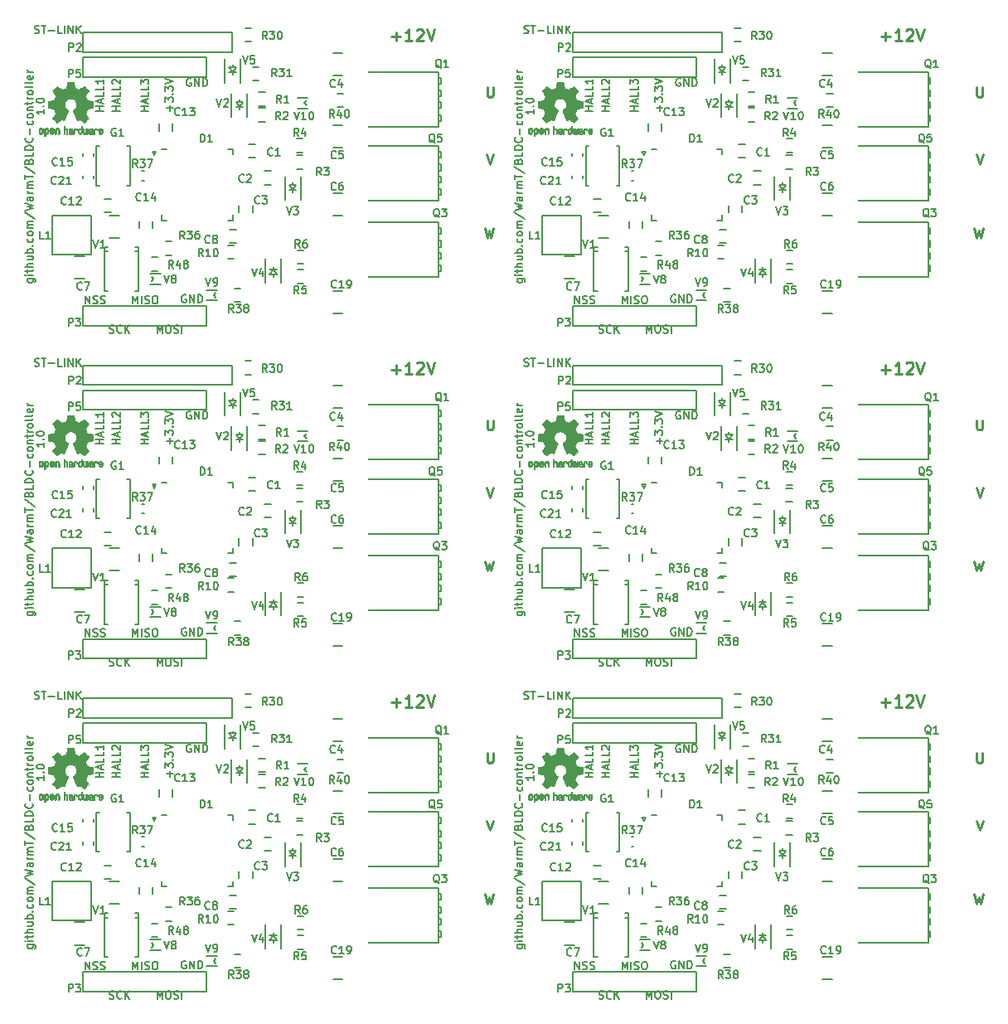
<source format=gto>
%TF.GenerationSoftware,KiCad,Pcbnew,4.0.6-e0-6349~53~ubuntu16.04.1*%
%TF.CreationDate,2017-03-23T00:40:43+02:00*%
%TF.ProjectId,BLDC_controller,424C44435F636F6E74726F6C6C65722E,1.0*%
%TF.FileFunction,Legend,Top*%
%FSLAX46Y46*%
G04 Gerber Fmt 4.6, Leading zero omitted, Abs format (unit mm)*
G04 Created by KiCad (PCBNEW 4.0.6-e0-6349~53~ubuntu16.04.1) date Thu Mar 23 00:40:43 2017*
%MOMM*%
%LPD*%
G01*
G04 APERTURE LIST*
%ADD10C,0.100000*%
%ADD11C,0.150000*%
%ADD12C,0.200000*%
%ADD13C,0.250000*%
%ADD14C,0.010000*%
%ADD15C,1.500000*%
%ADD16C,2.850000*%
%ADD17C,2.250000*%
%ADD18R,0.800000X1.140000*%
%ADD19R,1.500000X1.700000*%
%ADD20R,0.750000X0.950000*%
%ADD21R,1.300000X0.850000*%
%ADD22R,1.650000X4.850000*%
%ADD23R,3.750000X4.350000*%
%ADD24R,1.650000X1.650000*%
%ADD25C,1.650000*%
%ADD26R,1.790000X1.550000*%
%ADD27R,1.150000X2.850000*%
%ADD28R,0.870000X0.870000*%
%ADD29R,1.050000X1.150000*%
%ADD30R,2.850000X1.650000*%
%ADD31R,1.150000X1.050000*%
%ADD32R,0.550000X0.750000*%
%ADD33O,1.200000X0.400000*%
%ADD34O,0.400000X1.200000*%
%ADD35R,0.790000X0.870000*%
%ADD36C,1.450000*%
%ADD37C,0.254000*%
G04 APERTURE END LIST*
D10*
D11*
X59021429Y276190D02*
X59135715Y238095D01*
X59326191Y238095D01*
X59402381Y276190D01*
X59440477Y314286D01*
X59478572Y390476D01*
X59478572Y466667D01*
X59440477Y542857D01*
X59402381Y580952D01*
X59326191Y619048D01*
X59173810Y657143D01*
X59097619Y695238D01*
X59059524Y733333D01*
X59021429Y809524D01*
X59021429Y885714D01*
X59059524Y961905D01*
X59097619Y1000000D01*
X59173810Y1038095D01*
X59364286Y1038095D01*
X59478572Y1000000D01*
X60278572Y314286D02*
X60240477Y276190D01*
X60126191Y238095D01*
X60050001Y238095D01*
X59935715Y276190D01*
X59859524Y352381D01*
X59821429Y428571D01*
X59783334Y580952D01*
X59783334Y695238D01*
X59821429Y847619D01*
X59859524Y923810D01*
X59935715Y1000000D01*
X60050001Y1038095D01*
X60126191Y1038095D01*
X60240477Y1000000D01*
X60278572Y961905D01*
X60621429Y238095D02*
X60621429Y1038095D01*
X61078572Y238095D02*
X60735715Y695238D01*
X61078572Y1038095D02*
X60621429Y580952D01*
X9021429Y276190D02*
X9135715Y238095D01*
X9326191Y238095D01*
X9402381Y276190D01*
X9440477Y314286D01*
X9478572Y390476D01*
X9478572Y466667D01*
X9440477Y542857D01*
X9402381Y580952D01*
X9326191Y619048D01*
X9173810Y657143D01*
X9097619Y695238D01*
X9059524Y733333D01*
X9021429Y809524D01*
X9021429Y885714D01*
X9059524Y961905D01*
X9097619Y1000000D01*
X9173810Y1038095D01*
X9364286Y1038095D01*
X9478572Y1000000D01*
X10278572Y314286D02*
X10240477Y276190D01*
X10126191Y238095D01*
X10050001Y238095D01*
X9935715Y276190D01*
X9859524Y352381D01*
X9821429Y428571D01*
X9783334Y580952D01*
X9783334Y695238D01*
X9821429Y847619D01*
X9859524Y923810D01*
X9935715Y1000000D01*
X10050001Y1038095D01*
X10126191Y1038095D01*
X10240477Y1000000D01*
X10278572Y961905D01*
X10621429Y238095D02*
X10621429Y1038095D01*
X11078572Y238095D02*
X10735715Y695238D01*
X11078572Y1038095D02*
X10621429Y580952D01*
X59021429Y34276190D02*
X59135715Y34238095D01*
X59326191Y34238095D01*
X59402381Y34276190D01*
X59440477Y34314286D01*
X59478572Y34390476D01*
X59478572Y34466667D01*
X59440477Y34542857D01*
X59402381Y34580952D01*
X59326191Y34619048D01*
X59173810Y34657143D01*
X59097619Y34695238D01*
X59059524Y34733333D01*
X59021429Y34809524D01*
X59021429Y34885714D01*
X59059524Y34961905D01*
X59097619Y35000000D01*
X59173810Y35038095D01*
X59364286Y35038095D01*
X59478572Y35000000D01*
X60278572Y34314286D02*
X60240477Y34276190D01*
X60126191Y34238095D01*
X60050001Y34238095D01*
X59935715Y34276190D01*
X59859524Y34352381D01*
X59821429Y34428571D01*
X59783334Y34580952D01*
X59783334Y34695238D01*
X59821429Y34847619D01*
X59859524Y34923810D01*
X59935715Y35000000D01*
X60050001Y35038095D01*
X60126191Y35038095D01*
X60240477Y35000000D01*
X60278572Y34961905D01*
X60621429Y34238095D02*
X60621429Y35038095D01*
X61078572Y34238095D02*
X60735715Y34695238D01*
X61078572Y35038095D02*
X60621429Y34580952D01*
X9021429Y34276190D02*
X9135715Y34238095D01*
X9326191Y34238095D01*
X9402381Y34276190D01*
X9440477Y34314286D01*
X9478572Y34390476D01*
X9478572Y34466667D01*
X9440477Y34542857D01*
X9402381Y34580952D01*
X9326191Y34619048D01*
X9173810Y34657143D01*
X9097619Y34695238D01*
X9059524Y34733333D01*
X9021429Y34809524D01*
X9021429Y34885714D01*
X9059524Y34961905D01*
X9097619Y35000000D01*
X9173810Y35038095D01*
X9364286Y35038095D01*
X9478572Y35000000D01*
X10278572Y34314286D02*
X10240477Y34276190D01*
X10126191Y34238095D01*
X10050001Y34238095D01*
X9935715Y34276190D01*
X9859524Y34352381D01*
X9821429Y34428571D01*
X9783334Y34580952D01*
X9783334Y34695238D01*
X9821429Y34847619D01*
X9859524Y34923810D01*
X9935715Y35000000D01*
X10050001Y35038095D01*
X10126191Y35038095D01*
X10240477Y35000000D01*
X10278572Y34961905D01*
X10621429Y34238095D02*
X10621429Y35038095D01*
X11078572Y34238095D02*
X10735715Y34695238D01*
X11078572Y35038095D02*
X10621429Y34580952D01*
X59021429Y68276190D02*
X59135715Y68238095D01*
X59326191Y68238095D01*
X59402381Y68276190D01*
X59440477Y68314286D01*
X59478572Y68390476D01*
X59478572Y68466667D01*
X59440477Y68542857D01*
X59402381Y68580952D01*
X59326191Y68619048D01*
X59173810Y68657143D01*
X59097619Y68695238D01*
X59059524Y68733333D01*
X59021429Y68809524D01*
X59021429Y68885714D01*
X59059524Y68961905D01*
X59097619Y69000000D01*
X59173810Y69038095D01*
X59364286Y69038095D01*
X59478572Y69000000D01*
X60278572Y68314286D02*
X60240477Y68276190D01*
X60126191Y68238095D01*
X60050001Y68238095D01*
X59935715Y68276190D01*
X59859524Y68352381D01*
X59821429Y68428571D01*
X59783334Y68580952D01*
X59783334Y68695238D01*
X59821429Y68847619D01*
X59859524Y68923810D01*
X59935715Y69000000D01*
X60050001Y69038095D01*
X60126191Y69038095D01*
X60240477Y69000000D01*
X60278572Y68961905D01*
X60621429Y68238095D02*
X60621429Y69038095D01*
X61078572Y68238095D02*
X60735715Y68695238D01*
X61078572Y69038095D02*
X60621429Y68580952D01*
X56559524Y3238095D02*
X56559524Y4038095D01*
X57016667Y3238095D01*
X57016667Y4038095D01*
X57359524Y3276190D02*
X57473810Y3238095D01*
X57664286Y3238095D01*
X57740476Y3276190D01*
X57778572Y3314286D01*
X57816667Y3390476D01*
X57816667Y3466667D01*
X57778572Y3542857D01*
X57740476Y3580952D01*
X57664286Y3619048D01*
X57511905Y3657143D01*
X57435714Y3695238D01*
X57397619Y3733333D01*
X57359524Y3809524D01*
X57359524Y3885714D01*
X57397619Y3961905D01*
X57435714Y4000000D01*
X57511905Y4038095D01*
X57702381Y4038095D01*
X57816667Y4000000D01*
X58121429Y3276190D02*
X58235715Y3238095D01*
X58426191Y3238095D01*
X58502381Y3276190D01*
X58540477Y3314286D01*
X58578572Y3390476D01*
X58578572Y3466667D01*
X58540477Y3542857D01*
X58502381Y3580952D01*
X58426191Y3619048D01*
X58273810Y3657143D01*
X58197619Y3695238D01*
X58159524Y3733333D01*
X58121429Y3809524D01*
X58121429Y3885714D01*
X58159524Y3961905D01*
X58197619Y4000000D01*
X58273810Y4038095D01*
X58464286Y4038095D01*
X58578572Y4000000D01*
X6559524Y3238095D02*
X6559524Y4038095D01*
X7016667Y3238095D01*
X7016667Y4038095D01*
X7359524Y3276190D02*
X7473810Y3238095D01*
X7664286Y3238095D01*
X7740476Y3276190D01*
X7778572Y3314286D01*
X7816667Y3390476D01*
X7816667Y3466667D01*
X7778572Y3542857D01*
X7740476Y3580952D01*
X7664286Y3619048D01*
X7511905Y3657143D01*
X7435714Y3695238D01*
X7397619Y3733333D01*
X7359524Y3809524D01*
X7359524Y3885714D01*
X7397619Y3961905D01*
X7435714Y4000000D01*
X7511905Y4038095D01*
X7702381Y4038095D01*
X7816667Y4000000D01*
X8121429Y3276190D02*
X8235715Y3238095D01*
X8426191Y3238095D01*
X8502381Y3276190D01*
X8540477Y3314286D01*
X8578572Y3390476D01*
X8578572Y3466667D01*
X8540477Y3542857D01*
X8502381Y3580952D01*
X8426191Y3619048D01*
X8273810Y3657143D01*
X8197619Y3695238D01*
X8159524Y3733333D01*
X8121429Y3809524D01*
X8121429Y3885714D01*
X8159524Y3961905D01*
X8197619Y4000000D01*
X8273810Y4038095D01*
X8464286Y4038095D01*
X8578572Y4000000D01*
X56559524Y37238095D02*
X56559524Y38038095D01*
X57016667Y37238095D01*
X57016667Y38038095D01*
X57359524Y37276190D02*
X57473810Y37238095D01*
X57664286Y37238095D01*
X57740476Y37276190D01*
X57778572Y37314286D01*
X57816667Y37390476D01*
X57816667Y37466667D01*
X57778572Y37542857D01*
X57740476Y37580952D01*
X57664286Y37619048D01*
X57511905Y37657143D01*
X57435714Y37695238D01*
X57397619Y37733333D01*
X57359524Y37809524D01*
X57359524Y37885714D01*
X57397619Y37961905D01*
X57435714Y38000000D01*
X57511905Y38038095D01*
X57702381Y38038095D01*
X57816667Y38000000D01*
X58121429Y37276190D02*
X58235715Y37238095D01*
X58426191Y37238095D01*
X58502381Y37276190D01*
X58540477Y37314286D01*
X58578572Y37390476D01*
X58578572Y37466667D01*
X58540477Y37542857D01*
X58502381Y37580952D01*
X58426191Y37619048D01*
X58273810Y37657143D01*
X58197619Y37695238D01*
X58159524Y37733333D01*
X58121429Y37809524D01*
X58121429Y37885714D01*
X58159524Y37961905D01*
X58197619Y38000000D01*
X58273810Y38038095D01*
X58464286Y38038095D01*
X58578572Y38000000D01*
X6559524Y37238095D02*
X6559524Y38038095D01*
X7016667Y37238095D01*
X7016667Y38038095D01*
X7359524Y37276190D02*
X7473810Y37238095D01*
X7664286Y37238095D01*
X7740476Y37276190D01*
X7778572Y37314286D01*
X7816667Y37390476D01*
X7816667Y37466667D01*
X7778572Y37542857D01*
X7740476Y37580952D01*
X7664286Y37619048D01*
X7511905Y37657143D01*
X7435714Y37695238D01*
X7397619Y37733333D01*
X7359524Y37809524D01*
X7359524Y37885714D01*
X7397619Y37961905D01*
X7435714Y38000000D01*
X7511905Y38038095D01*
X7702381Y38038095D01*
X7816667Y38000000D01*
X8121429Y37276190D02*
X8235715Y37238095D01*
X8426191Y37238095D01*
X8502381Y37276190D01*
X8540477Y37314286D01*
X8578572Y37390476D01*
X8578572Y37466667D01*
X8540477Y37542857D01*
X8502381Y37580952D01*
X8426191Y37619048D01*
X8273810Y37657143D01*
X8197619Y37695238D01*
X8159524Y37733333D01*
X8121429Y37809524D01*
X8121429Y37885714D01*
X8159524Y37961905D01*
X8197619Y38000000D01*
X8273810Y38038095D01*
X8464286Y38038095D01*
X8578572Y38000000D01*
X56559524Y71238095D02*
X56559524Y72038095D01*
X57016667Y71238095D01*
X57016667Y72038095D01*
X57359524Y71276190D02*
X57473810Y71238095D01*
X57664286Y71238095D01*
X57740476Y71276190D01*
X57778572Y71314286D01*
X57816667Y71390476D01*
X57816667Y71466667D01*
X57778572Y71542857D01*
X57740476Y71580952D01*
X57664286Y71619048D01*
X57511905Y71657143D01*
X57435714Y71695238D01*
X57397619Y71733333D01*
X57359524Y71809524D01*
X57359524Y71885714D01*
X57397619Y71961905D01*
X57435714Y72000000D01*
X57511905Y72038095D01*
X57702381Y72038095D01*
X57816667Y72000000D01*
X58121429Y71276190D02*
X58235715Y71238095D01*
X58426191Y71238095D01*
X58502381Y71276190D01*
X58540477Y71314286D01*
X58578572Y71390476D01*
X58578572Y71466667D01*
X58540477Y71542857D01*
X58502381Y71580952D01*
X58426191Y71619048D01*
X58273810Y71657143D01*
X58197619Y71695238D01*
X58159524Y71733333D01*
X58121429Y71809524D01*
X58121429Y71885714D01*
X58159524Y71961905D01*
X58197619Y72000000D01*
X58273810Y72038095D01*
X58464286Y72038095D01*
X58578572Y72000000D01*
X61392857Y3238095D02*
X61392857Y4038095D01*
X61659524Y3466667D01*
X61926191Y4038095D01*
X61926191Y3238095D01*
X62307143Y3238095D02*
X62307143Y4038095D01*
X62650000Y3276190D02*
X62764286Y3238095D01*
X62954762Y3238095D01*
X63030952Y3276190D01*
X63069048Y3314286D01*
X63107143Y3390476D01*
X63107143Y3466667D01*
X63069048Y3542857D01*
X63030952Y3580952D01*
X62954762Y3619048D01*
X62802381Y3657143D01*
X62726190Y3695238D01*
X62688095Y3733333D01*
X62650000Y3809524D01*
X62650000Y3885714D01*
X62688095Y3961905D01*
X62726190Y4000000D01*
X62802381Y4038095D01*
X62992857Y4038095D01*
X63107143Y4000000D01*
X63602381Y4038095D02*
X63754762Y4038095D01*
X63830953Y4000000D01*
X63907143Y3923810D01*
X63945238Y3771429D01*
X63945238Y3504762D01*
X63907143Y3352381D01*
X63830953Y3276190D01*
X63754762Y3238095D01*
X63602381Y3238095D01*
X63526191Y3276190D01*
X63450000Y3352381D01*
X63411905Y3504762D01*
X63411905Y3771429D01*
X63450000Y3923810D01*
X63526191Y4000000D01*
X63602381Y4038095D01*
X11392857Y3238095D02*
X11392857Y4038095D01*
X11659524Y3466667D01*
X11926191Y4038095D01*
X11926191Y3238095D01*
X12307143Y3238095D02*
X12307143Y4038095D01*
X12650000Y3276190D02*
X12764286Y3238095D01*
X12954762Y3238095D01*
X13030952Y3276190D01*
X13069048Y3314286D01*
X13107143Y3390476D01*
X13107143Y3466667D01*
X13069048Y3542857D01*
X13030952Y3580952D01*
X12954762Y3619048D01*
X12802381Y3657143D01*
X12726190Y3695238D01*
X12688095Y3733333D01*
X12650000Y3809524D01*
X12650000Y3885714D01*
X12688095Y3961905D01*
X12726190Y4000000D01*
X12802381Y4038095D01*
X12992857Y4038095D01*
X13107143Y4000000D01*
X13602381Y4038095D02*
X13754762Y4038095D01*
X13830953Y4000000D01*
X13907143Y3923810D01*
X13945238Y3771429D01*
X13945238Y3504762D01*
X13907143Y3352381D01*
X13830953Y3276190D01*
X13754762Y3238095D01*
X13602381Y3238095D01*
X13526191Y3276190D01*
X13450000Y3352381D01*
X13411905Y3504762D01*
X13411905Y3771429D01*
X13450000Y3923810D01*
X13526191Y4000000D01*
X13602381Y4038095D01*
X61392857Y37238095D02*
X61392857Y38038095D01*
X61659524Y37466667D01*
X61926191Y38038095D01*
X61926191Y37238095D01*
X62307143Y37238095D02*
X62307143Y38038095D01*
X62650000Y37276190D02*
X62764286Y37238095D01*
X62954762Y37238095D01*
X63030952Y37276190D01*
X63069048Y37314286D01*
X63107143Y37390476D01*
X63107143Y37466667D01*
X63069048Y37542857D01*
X63030952Y37580952D01*
X62954762Y37619048D01*
X62802381Y37657143D01*
X62726190Y37695238D01*
X62688095Y37733333D01*
X62650000Y37809524D01*
X62650000Y37885714D01*
X62688095Y37961905D01*
X62726190Y38000000D01*
X62802381Y38038095D01*
X62992857Y38038095D01*
X63107143Y38000000D01*
X63602381Y38038095D02*
X63754762Y38038095D01*
X63830953Y38000000D01*
X63907143Y37923810D01*
X63945238Y37771429D01*
X63945238Y37504762D01*
X63907143Y37352381D01*
X63830953Y37276190D01*
X63754762Y37238095D01*
X63602381Y37238095D01*
X63526191Y37276190D01*
X63450000Y37352381D01*
X63411905Y37504762D01*
X63411905Y37771429D01*
X63450000Y37923810D01*
X63526191Y38000000D01*
X63602381Y38038095D01*
X11392857Y37238095D02*
X11392857Y38038095D01*
X11659524Y37466667D01*
X11926191Y38038095D01*
X11926191Y37238095D01*
X12307143Y37238095D02*
X12307143Y38038095D01*
X12650000Y37276190D02*
X12764286Y37238095D01*
X12954762Y37238095D01*
X13030952Y37276190D01*
X13069048Y37314286D01*
X13107143Y37390476D01*
X13107143Y37466667D01*
X13069048Y37542857D01*
X13030952Y37580952D01*
X12954762Y37619048D01*
X12802381Y37657143D01*
X12726190Y37695238D01*
X12688095Y37733333D01*
X12650000Y37809524D01*
X12650000Y37885714D01*
X12688095Y37961905D01*
X12726190Y38000000D01*
X12802381Y38038095D01*
X12992857Y38038095D01*
X13107143Y38000000D01*
X13602381Y38038095D02*
X13754762Y38038095D01*
X13830953Y38000000D01*
X13907143Y37923810D01*
X13945238Y37771429D01*
X13945238Y37504762D01*
X13907143Y37352381D01*
X13830953Y37276190D01*
X13754762Y37238095D01*
X13602381Y37238095D01*
X13526191Y37276190D01*
X13450000Y37352381D01*
X13411905Y37504762D01*
X13411905Y37771429D01*
X13450000Y37923810D01*
X13526191Y38000000D01*
X13602381Y38038095D01*
X61392857Y71238095D02*
X61392857Y72038095D01*
X61659524Y71466667D01*
X61926191Y72038095D01*
X61926191Y71238095D01*
X62307143Y71238095D02*
X62307143Y72038095D01*
X62650000Y71276190D02*
X62764286Y71238095D01*
X62954762Y71238095D01*
X63030952Y71276190D01*
X63069048Y71314286D01*
X63107143Y71390476D01*
X63107143Y71466667D01*
X63069048Y71542857D01*
X63030952Y71580952D01*
X62954762Y71619048D01*
X62802381Y71657143D01*
X62726190Y71695238D01*
X62688095Y71733333D01*
X62650000Y71809524D01*
X62650000Y71885714D01*
X62688095Y71961905D01*
X62726190Y72000000D01*
X62802381Y72038095D01*
X62992857Y72038095D01*
X63107143Y72000000D01*
X63602381Y72038095D02*
X63754762Y72038095D01*
X63830953Y72000000D01*
X63907143Y71923810D01*
X63945238Y71771429D01*
X63945238Y71504762D01*
X63907143Y71352381D01*
X63830953Y71276190D01*
X63754762Y71238095D01*
X63602381Y71238095D01*
X63526191Y71276190D01*
X63450000Y71352381D01*
X63411905Y71504762D01*
X63411905Y71771429D01*
X63450000Y71923810D01*
X63526191Y72000000D01*
X63602381Y72038095D01*
X63892857Y238095D02*
X63892857Y1038095D01*
X64159524Y466667D01*
X64426191Y1038095D01*
X64426191Y238095D01*
X64959524Y1038095D02*
X65111905Y1038095D01*
X65188096Y1000000D01*
X65264286Y923810D01*
X65302381Y771429D01*
X65302381Y504762D01*
X65264286Y352381D01*
X65188096Y276190D01*
X65111905Y238095D01*
X64959524Y238095D01*
X64883334Y276190D01*
X64807143Y352381D01*
X64769048Y504762D01*
X64769048Y771429D01*
X64807143Y923810D01*
X64883334Y1000000D01*
X64959524Y1038095D01*
X65607143Y276190D02*
X65721429Y238095D01*
X65911905Y238095D01*
X65988095Y276190D01*
X66026191Y314286D01*
X66064286Y390476D01*
X66064286Y466667D01*
X66026191Y542857D01*
X65988095Y580952D01*
X65911905Y619048D01*
X65759524Y657143D01*
X65683333Y695238D01*
X65645238Y733333D01*
X65607143Y809524D01*
X65607143Y885714D01*
X65645238Y961905D01*
X65683333Y1000000D01*
X65759524Y1038095D01*
X65950000Y1038095D01*
X66064286Y1000000D01*
X66407143Y238095D02*
X66407143Y1038095D01*
X13892857Y238095D02*
X13892857Y1038095D01*
X14159524Y466667D01*
X14426191Y1038095D01*
X14426191Y238095D01*
X14959524Y1038095D02*
X15111905Y1038095D01*
X15188096Y1000000D01*
X15264286Y923810D01*
X15302381Y771429D01*
X15302381Y504762D01*
X15264286Y352381D01*
X15188096Y276190D01*
X15111905Y238095D01*
X14959524Y238095D01*
X14883334Y276190D01*
X14807143Y352381D01*
X14769048Y504762D01*
X14769048Y771429D01*
X14807143Y923810D01*
X14883334Y1000000D01*
X14959524Y1038095D01*
X15607143Y276190D02*
X15721429Y238095D01*
X15911905Y238095D01*
X15988095Y276190D01*
X16026191Y314286D01*
X16064286Y390476D01*
X16064286Y466667D01*
X16026191Y542857D01*
X15988095Y580952D01*
X15911905Y619048D01*
X15759524Y657143D01*
X15683333Y695238D01*
X15645238Y733333D01*
X15607143Y809524D01*
X15607143Y885714D01*
X15645238Y961905D01*
X15683333Y1000000D01*
X15759524Y1038095D01*
X15950000Y1038095D01*
X16064286Y1000000D01*
X16407143Y238095D02*
X16407143Y1038095D01*
X63892857Y34238095D02*
X63892857Y35038095D01*
X64159524Y34466667D01*
X64426191Y35038095D01*
X64426191Y34238095D01*
X64959524Y35038095D02*
X65111905Y35038095D01*
X65188096Y35000000D01*
X65264286Y34923810D01*
X65302381Y34771429D01*
X65302381Y34504762D01*
X65264286Y34352381D01*
X65188096Y34276190D01*
X65111905Y34238095D01*
X64959524Y34238095D01*
X64883334Y34276190D01*
X64807143Y34352381D01*
X64769048Y34504762D01*
X64769048Y34771429D01*
X64807143Y34923810D01*
X64883334Y35000000D01*
X64959524Y35038095D01*
X65607143Y34276190D02*
X65721429Y34238095D01*
X65911905Y34238095D01*
X65988095Y34276190D01*
X66026191Y34314286D01*
X66064286Y34390476D01*
X66064286Y34466667D01*
X66026191Y34542857D01*
X65988095Y34580952D01*
X65911905Y34619048D01*
X65759524Y34657143D01*
X65683333Y34695238D01*
X65645238Y34733333D01*
X65607143Y34809524D01*
X65607143Y34885714D01*
X65645238Y34961905D01*
X65683333Y35000000D01*
X65759524Y35038095D01*
X65950000Y35038095D01*
X66064286Y35000000D01*
X66407143Y34238095D02*
X66407143Y35038095D01*
X13892857Y34238095D02*
X13892857Y35038095D01*
X14159524Y34466667D01*
X14426191Y35038095D01*
X14426191Y34238095D01*
X14959524Y35038095D02*
X15111905Y35038095D01*
X15188096Y35000000D01*
X15264286Y34923810D01*
X15302381Y34771429D01*
X15302381Y34504762D01*
X15264286Y34352381D01*
X15188096Y34276190D01*
X15111905Y34238095D01*
X14959524Y34238095D01*
X14883334Y34276190D01*
X14807143Y34352381D01*
X14769048Y34504762D01*
X14769048Y34771429D01*
X14807143Y34923810D01*
X14883334Y35000000D01*
X14959524Y35038095D01*
X15607143Y34276190D02*
X15721429Y34238095D01*
X15911905Y34238095D01*
X15988095Y34276190D01*
X16026191Y34314286D01*
X16064286Y34390476D01*
X16064286Y34466667D01*
X16026191Y34542857D01*
X15988095Y34580952D01*
X15911905Y34619048D01*
X15759524Y34657143D01*
X15683333Y34695238D01*
X15645238Y34733333D01*
X15607143Y34809524D01*
X15607143Y34885714D01*
X15645238Y34961905D01*
X15683333Y35000000D01*
X15759524Y35038095D01*
X15950000Y35038095D01*
X16064286Y35000000D01*
X16407143Y34238095D02*
X16407143Y35038095D01*
X63892857Y68238095D02*
X63892857Y69038095D01*
X64159524Y68466667D01*
X64426191Y69038095D01*
X64426191Y68238095D01*
X64959524Y69038095D02*
X65111905Y69038095D01*
X65188096Y69000000D01*
X65264286Y68923810D01*
X65302381Y68771429D01*
X65302381Y68504762D01*
X65264286Y68352381D01*
X65188096Y68276190D01*
X65111905Y68238095D01*
X64959524Y68238095D01*
X64883334Y68276190D01*
X64807143Y68352381D01*
X64769048Y68504762D01*
X64769048Y68771429D01*
X64807143Y68923810D01*
X64883334Y69000000D01*
X64959524Y69038095D01*
X65607143Y68276190D02*
X65721429Y68238095D01*
X65911905Y68238095D01*
X65988095Y68276190D01*
X66026191Y68314286D01*
X66064286Y68390476D01*
X66064286Y68466667D01*
X66026191Y68542857D01*
X65988095Y68580952D01*
X65911905Y68619048D01*
X65759524Y68657143D01*
X65683333Y68695238D01*
X65645238Y68733333D01*
X65607143Y68809524D01*
X65607143Y68885714D01*
X65645238Y68961905D01*
X65683333Y69000000D01*
X65759524Y69038095D01*
X65950000Y69038095D01*
X66064286Y69000000D01*
X66407143Y68238095D02*
X66407143Y69038095D01*
X66840477Y4100000D02*
X66764286Y4138095D01*
X66650001Y4138095D01*
X66535715Y4100000D01*
X66459524Y4023810D01*
X66421429Y3947619D01*
X66383334Y3795238D01*
X66383334Y3680952D01*
X66421429Y3528571D01*
X66459524Y3452381D01*
X66535715Y3376190D01*
X66650001Y3338095D01*
X66726191Y3338095D01*
X66840477Y3376190D01*
X66878572Y3414286D01*
X66878572Y3680952D01*
X66726191Y3680952D01*
X67221429Y3338095D02*
X67221429Y4138095D01*
X67678572Y3338095D01*
X67678572Y4138095D01*
X68059524Y3338095D02*
X68059524Y4138095D01*
X68250000Y4138095D01*
X68364286Y4100000D01*
X68440477Y4023810D01*
X68478572Y3947619D01*
X68516667Y3795238D01*
X68516667Y3680952D01*
X68478572Y3528571D01*
X68440477Y3452381D01*
X68364286Y3376190D01*
X68250000Y3338095D01*
X68059524Y3338095D01*
X16840477Y4100000D02*
X16764286Y4138095D01*
X16650001Y4138095D01*
X16535715Y4100000D01*
X16459524Y4023810D01*
X16421429Y3947619D01*
X16383334Y3795238D01*
X16383334Y3680952D01*
X16421429Y3528571D01*
X16459524Y3452381D01*
X16535715Y3376190D01*
X16650001Y3338095D01*
X16726191Y3338095D01*
X16840477Y3376190D01*
X16878572Y3414286D01*
X16878572Y3680952D01*
X16726191Y3680952D01*
X17221429Y3338095D02*
X17221429Y4138095D01*
X17678572Y3338095D01*
X17678572Y4138095D01*
X18059524Y3338095D02*
X18059524Y4138095D01*
X18250000Y4138095D01*
X18364286Y4100000D01*
X18440477Y4023810D01*
X18478572Y3947619D01*
X18516667Y3795238D01*
X18516667Y3680952D01*
X18478572Y3528571D01*
X18440477Y3452381D01*
X18364286Y3376190D01*
X18250000Y3338095D01*
X18059524Y3338095D01*
X66840477Y38100000D02*
X66764286Y38138095D01*
X66650001Y38138095D01*
X66535715Y38100000D01*
X66459524Y38023810D01*
X66421429Y37947619D01*
X66383334Y37795238D01*
X66383334Y37680952D01*
X66421429Y37528571D01*
X66459524Y37452381D01*
X66535715Y37376190D01*
X66650001Y37338095D01*
X66726191Y37338095D01*
X66840477Y37376190D01*
X66878572Y37414286D01*
X66878572Y37680952D01*
X66726191Y37680952D01*
X67221429Y37338095D02*
X67221429Y38138095D01*
X67678572Y37338095D01*
X67678572Y38138095D01*
X68059524Y37338095D02*
X68059524Y38138095D01*
X68250000Y38138095D01*
X68364286Y38100000D01*
X68440477Y38023810D01*
X68478572Y37947619D01*
X68516667Y37795238D01*
X68516667Y37680952D01*
X68478572Y37528571D01*
X68440477Y37452381D01*
X68364286Y37376190D01*
X68250000Y37338095D01*
X68059524Y37338095D01*
X16840477Y38100000D02*
X16764286Y38138095D01*
X16650001Y38138095D01*
X16535715Y38100000D01*
X16459524Y38023810D01*
X16421429Y37947619D01*
X16383334Y37795238D01*
X16383334Y37680952D01*
X16421429Y37528571D01*
X16459524Y37452381D01*
X16535715Y37376190D01*
X16650001Y37338095D01*
X16726191Y37338095D01*
X16840477Y37376190D01*
X16878572Y37414286D01*
X16878572Y37680952D01*
X16726191Y37680952D01*
X17221429Y37338095D02*
X17221429Y38138095D01*
X17678572Y37338095D01*
X17678572Y38138095D01*
X18059524Y37338095D02*
X18059524Y38138095D01*
X18250000Y38138095D01*
X18364286Y38100000D01*
X18440477Y38023810D01*
X18478572Y37947619D01*
X18516667Y37795238D01*
X18516667Y37680952D01*
X18478572Y37528571D01*
X18440477Y37452381D01*
X18364286Y37376190D01*
X18250000Y37338095D01*
X18059524Y37338095D01*
X66840477Y72100000D02*
X66764286Y72138095D01*
X66650001Y72138095D01*
X66535715Y72100000D01*
X66459524Y72023810D01*
X66421429Y71947619D01*
X66383334Y71795238D01*
X66383334Y71680952D01*
X66421429Y71528571D01*
X66459524Y71452381D01*
X66535715Y71376190D01*
X66650001Y71338095D01*
X66726191Y71338095D01*
X66840477Y71376190D01*
X66878572Y71414286D01*
X66878572Y71680952D01*
X66726191Y71680952D01*
X67221429Y71338095D02*
X67221429Y72138095D01*
X67678572Y71338095D01*
X67678572Y72138095D01*
X68059524Y71338095D02*
X68059524Y72138095D01*
X68250000Y72138095D01*
X68364286Y72100000D01*
X68440477Y72023810D01*
X68478572Y71947619D01*
X68516667Y71795238D01*
X68516667Y71680952D01*
X68478572Y71528571D01*
X68440477Y71452381D01*
X68364286Y71376190D01*
X68250000Y71338095D01*
X68059524Y71338095D01*
X50678571Y5761903D02*
X51326190Y5761903D01*
X51402381Y5723808D01*
X51440476Y5685713D01*
X51478571Y5609522D01*
X51478571Y5495237D01*
X51440476Y5419046D01*
X51173810Y5761903D02*
X51211905Y5685713D01*
X51211905Y5533332D01*
X51173810Y5457141D01*
X51135714Y5419046D01*
X51059524Y5380951D01*
X50830952Y5380951D01*
X50754762Y5419046D01*
X50716667Y5457141D01*
X50678571Y5533332D01*
X50678571Y5685713D01*
X50716667Y5761903D01*
X51211905Y6142856D02*
X50678571Y6142856D01*
X50411905Y6142856D02*
X50450000Y6104761D01*
X50488095Y6142856D01*
X50450000Y6180951D01*
X50411905Y6142856D01*
X50488095Y6142856D01*
X50678571Y6409522D02*
X50678571Y6714284D01*
X50411905Y6523808D02*
X51097619Y6523808D01*
X51173810Y6561903D01*
X51211905Y6638094D01*
X51211905Y6714284D01*
X51211905Y6980951D02*
X50411905Y6980951D01*
X51211905Y7323808D02*
X50792857Y7323808D01*
X50716667Y7285713D01*
X50678571Y7209523D01*
X50678571Y7095237D01*
X50716667Y7019046D01*
X50754762Y6980951D01*
X50678571Y8047618D02*
X51211905Y8047618D01*
X50678571Y7704761D02*
X51097619Y7704761D01*
X51173810Y7742856D01*
X51211905Y7819047D01*
X51211905Y7933333D01*
X51173810Y8009523D01*
X51135714Y8047618D01*
X51211905Y8428571D02*
X50411905Y8428571D01*
X50716667Y8428571D02*
X50678571Y8504762D01*
X50678571Y8657143D01*
X50716667Y8733333D01*
X50754762Y8771428D01*
X50830952Y8809524D01*
X51059524Y8809524D01*
X51135714Y8771428D01*
X51173810Y8733333D01*
X51211905Y8657143D01*
X51211905Y8504762D01*
X51173810Y8428571D01*
X51135714Y9152381D02*
X51173810Y9190476D01*
X51211905Y9152381D01*
X51173810Y9114286D01*
X51135714Y9152381D01*
X51211905Y9152381D01*
X51173810Y9876190D02*
X51211905Y9800000D01*
X51211905Y9647619D01*
X51173810Y9571428D01*
X51135714Y9533333D01*
X51059524Y9495238D01*
X50830952Y9495238D01*
X50754762Y9533333D01*
X50716667Y9571428D01*
X50678571Y9647619D01*
X50678571Y9800000D01*
X50716667Y9876190D01*
X51211905Y10333333D02*
X51173810Y10257142D01*
X51135714Y10219047D01*
X51059524Y10180952D01*
X50830952Y10180952D01*
X50754762Y10219047D01*
X50716667Y10257142D01*
X50678571Y10333333D01*
X50678571Y10447619D01*
X50716667Y10523809D01*
X50754762Y10561904D01*
X50830952Y10600000D01*
X51059524Y10600000D01*
X51135714Y10561904D01*
X51173810Y10523809D01*
X51211905Y10447619D01*
X51211905Y10333333D01*
X51211905Y10942857D02*
X50678571Y10942857D01*
X50754762Y10942857D02*
X50716667Y10980952D01*
X50678571Y11057143D01*
X50678571Y11171429D01*
X50716667Y11247619D01*
X50792857Y11285714D01*
X51211905Y11285714D01*
X50792857Y11285714D02*
X50716667Y11323810D01*
X50678571Y11400000D01*
X50678571Y11514286D01*
X50716667Y11590476D01*
X50792857Y11628571D01*
X51211905Y11628571D01*
X50373810Y12580953D02*
X51402381Y11895238D01*
X50411905Y12771429D02*
X51211905Y12961905D01*
X50640476Y13114286D01*
X51211905Y13266667D01*
X50411905Y13457143D01*
X51211905Y14104762D02*
X50792857Y14104762D01*
X50716667Y14066667D01*
X50678571Y13990477D01*
X50678571Y13838096D01*
X50716667Y13761905D01*
X51173810Y14104762D02*
X51211905Y14028572D01*
X51211905Y13838096D01*
X51173810Y13761905D01*
X51097619Y13723810D01*
X51021429Y13723810D01*
X50945238Y13761905D01*
X50907143Y13838096D01*
X50907143Y14028572D01*
X50869048Y14104762D01*
X51211905Y14485715D02*
X50678571Y14485715D01*
X50830952Y14485715D02*
X50754762Y14523810D01*
X50716667Y14561906D01*
X50678571Y14638096D01*
X50678571Y14714287D01*
X51211905Y14980953D02*
X50678571Y14980953D01*
X50754762Y14980953D02*
X50716667Y15019048D01*
X50678571Y15095239D01*
X50678571Y15209525D01*
X50716667Y15285715D01*
X50792857Y15323810D01*
X51211905Y15323810D01*
X50792857Y15323810D02*
X50716667Y15361906D01*
X50678571Y15438096D01*
X50678571Y15552382D01*
X50716667Y15628572D01*
X50792857Y15666667D01*
X51211905Y15666667D01*
X50411905Y15933334D02*
X50411905Y16390477D01*
X51211905Y16161906D02*
X50411905Y16161906D01*
X50373810Y17228573D02*
X51402381Y16542858D01*
X50792857Y17761906D02*
X50830952Y17876192D01*
X50869048Y17914287D01*
X50945238Y17952382D01*
X51059524Y17952382D01*
X51135714Y17914287D01*
X51173810Y17876192D01*
X51211905Y17800001D01*
X51211905Y17495239D01*
X50411905Y17495239D01*
X50411905Y17761906D01*
X50450000Y17838096D01*
X50488095Y17876192D01*
X50564286Y17914287D01*
X50640476Y17914287D01*
X50716667Y17876192D01*
X50754762Y17838096D01*
X50792857Y17761906D01*
X50792857Y17495239D01*
X51211905Y18676192D02*
X51211905Y18295239D01*
X50411905Y18295239D01*
X51211905Y18942858D02*
X50411905Y18942858D01*
X50411905Y19133334D01*
X50450000Y19247620D01*
X50526190Y19323811D01*
X50602381Y19361906D01*
X50754762Y19400001D01*
X50869048Y19400001D01*
X51021429Y19361906D01*
X51097619Y19323811D01*
X51173810Y19247620D01*
X51211905Y19133334D01*
X51211905Y18942858D01*
X51135714Y20200001D02*
X51173810Y20161906D01*
X51211905Y20047620D01*
X51211905Y19971430D01*
X51173810Y19857144D01*
X51097619Y19780953D01*
X51021429Y19742858D01*
X50869048Y19704763D01*
X50754762Y19704763D01*
X50602381Y19742858D01*
X50526190Y19780953D01*
X50450000Y19857144D01*
X50411905Y19971430D01*
X50411905Y20047620D01*
X50450000Y20161906D01*
X50488095Y20200001D01*
X50907143Y20542858D02*
X50907143Y21152382D01*
X51173810Y21876191D02*
X51211905Y21800001D01*
X51211905Y21647620D01*
X51173810Y21571429D01*
X51135714Y21533334D01*
X51059524Y21495239D01*
X50830952Y21495239D01*
X50754762Y21533334D01*
X50716667Y21571429D01*
X50678571Y21647620D01*
X50678571Y21800001D01*
X50716667Y21876191D01*
X51211905Y22333334D02*
X51173810Y22257143D01*
X51135714Y22219048D01*
X51059524Y22180953D01*
X50830952Y22180953D01*
X50754762Y22219048D01*
X50716667Y22257143D01*
X50678571Y22333334D01*
X50678571Y22447620D01*
X50716667Y22523810D01*
X50754762Y22561905D01*
X50830952Y22600001D01*
X51059524Y22600001D01*
X51135714Y22561905D01*
X51173810Y22523810D01*
X51211905Y22447620D01*
X51211905Y22333334D01*
X50678571Y22942858D02*
X51211905Y22942858D01*
X50754762Y22942858D02*
X50716667Y22980953D01*
X50678571Y23057144D01*
X50678571Y23171430D01*
X50716667Y23247620D01*
X50792857Y23285715D01*
X51211905Y23285715D01*
X50678571Y23552382D02*
X50678571Y23857144D01*
X50411905Y23666668D02*
X51097619Y23666668D01*
X51173810Y23704763D01*
X51211905Y23780954D01*
X51211905Y23857144D01*
X51211905Y24123811D02*
X50678571Y24123811D01*
X50830952Y24123811D02*
X50754762Y24161906D01*
X50716667Y24200002D01*
X50678571Y24276192D01*
X50678571Y24352383D01*
X51211905Y24733335D02*
X51173810Y24657144D01*
X51135714Y24619049D01*
X51059524Y24580954D01*
X50830952Y24580954D01*
X50754762Y24619049D01*
X50716667Y24657144D01*
X50678571Y24733335D01*
X50678571Y24847621D01*
X50716667Y24923811D01*
X50754762Y24961906D01*
X50830952Y25000002D01*
X51059524Y25000002D01*
X51135714Y24961906D01*
X51173810Y24923811D01*
X51211905Y24847621D01*
X51211905Y24733335D01*
X51211905Y25457145D02*
X51173810Y25380954D01*
X51097619Y25342859D01*
X50411905Y25342859D01*
X51211905Y25876193D02*
X51173810Y25800002D01*
X51097619Y25761907D01*
X50411905Y25761907D01*
X51173810Y26485717D02*
X51211905Y26409527D01*
X51211905Y26257146D01*
X51173810Y26180955D01*
X51097619Y26142860D01*
X50792857Y26142860D01*
X50716667Y26180955D01*
X50678571Y26257146D01*
X50678571Y26409527D01*
X50716667Y26485717D01*
X50792857Y26523812D01*
X50869048Y26523812D01*
X50945238Y26142860D01*
X51211905Y26866669D02*
X50678571Y26866669D01*
X50830952Y26866669D02*
X50754762Y26904764D01*
X50716667Y26942860D01*
X50678571Y27019050D01*
X50678571Y27095241D01*
X678571Y5761903D02*
X1326190Y5761903D01*
X1402381Y5723808D01*
X1440476Y5685713D01*
X1478571Y5609522D01*
X1478571Y5495237D01*
X1440476Y5419046D01*
X1173810Y5761903D02*
X1211905Y5685713D01*
X1211905Y5533332D01*
X1173810Y5457141D01*
X1135714Y5419046D01*
X1059524Y5380951D01*
X830952Y5380951D01*
X754762Y5419046D01*
X716667Y5457141D01*
X678571Y5533332D01*
X678571Y5685713D01*
X716667Y5761903D01*
X1211905Y6142856D02*
X678571Y6142856D01*
X411905Y6142856D02*
X450000Y6104761D01*
X488095Y6142856D01*
X450000Y6180951D01*
X411905Y6142856D01*
X488095Y6142856D01*
X678571Y6409522D02*
X678571Y6714284D01*
X411905Y6523808D02*
X1097619Y6523808D01*
X1173810Y6561903D01*
X1211905Y6638094D01*
X1211905Y6714284D01*
X1211905Y6980951D02*
X411905Y6980951D01*
X1211905Y7323808D02*
X792857Y7323808D01*
X716667Y7285713D01*
X678571Y7209523D01*
X678571Y7095237D01*
X716667Y7019046D01*
X754762Y6980951D01*
X678571Y8047618D02*
X1211905Y8047618D01*
X678571Y7704761D02*
X1097619Y7704761D01*
X1173810Y7742856D01*
X1211905Y7819047D01*
X1211905Y7933333D01*
X1173810Y8009523D01*
X1135714Y8047618D01*
X1211905Y8428571D02*
X411905Y8428571D01*
X716667Y8428571D02*
X678571Y8504762D01*
X678571Y8657143D01*
X716667Y8733333D01*
X754762Y8771428D01*
X830952Y8809524D01*
X1059524Y8809524D01*
X1135714Y8771428D01*
X1173810Y8733333D01*
X1211905Y8657143D01*
X1211905Y8504762D01*
X1173810Y8428571D01*
X1135714Y9152381D02*
X1173810Y9190476D01*
X1211905Y9152381D01*
X1173810Y9114286D01*
X1135714Y9152381D01*
X1211905Y9152381D01*
X1173810Y9876190D02*
X1211905Y9800000D01*
X1211905Y9647619D01*
X1173810Y9571428D01*
X1135714Y9533333D01*
X1059524Y9495238D01*
X830952Y9495238D01*
X754762Y9533333D01*
X716667Y9571428D01*
X678571Y9647619D01*
X678571Y9800000D01*
X716667Y9876190D01*
X1211905Y10333333D02*
X1173810Y10257142D01*
X1135714Y10219047D01*
X1059524Y10180952D01*
X830952Y10180952D01*
X754762Y10219047D01*
X716667Y10257142D01*
X678571Y10333333D01*
X678571Y10447619D01*
X716667Y10523809D01*
X754762Y10561904D01*
X830952Y10600000D01*
X1059524Y10600000D01*
X1135714Y10561904D01*
X1173810Y10523809D01*
X1211905Y10447619D01*
X1211905Y10333333D01*
X1211905Y10942857D02*
X678571Y10942857D01*
X754762Y10942857D02*
X716667Y10980952D01*
X678571Y11057143D01*
X678571Y11171429D01*
X716667Y11247619D01*
X792857Y11285714D01*
X1211905Y11285714D01*
X792857Y11285714D02*
X716667Y11323810D01*
X678571Y11400000D01*
X678571Y11514286D01*
X716667Y11590476D01*
X792857Y11628571D01*
X1211905Y11628571D01*
X373810Y12580953D02*
X1402381Y11895238D01*
X411905Y12771429D02*
X1211905Y12961905D01*
X640476Y13114286D01*
X1211905Y13266667D01*
X411905Y13457143D01*
X1211905Y14104762D02*
X792857Y14104762D01*
X716667Y14066667D01*
X678571Y13990477D01*
X678571Y13838096D01*
X716667Y13761905D01*
X1173810Y14104762D02*
X1211905Y14028572D01*
X1211905Y13838096D01*
X1173810Y13761905D01*
X1097619Y13723810D01*
X1021429Y13723810D01*
X945238Y13761905D01*
X907143Y13838096D01*
X907143Y14028572D01*
X869048Y14104762D01*
X1211905Y14485715D02*
X678571Y14485715D01*
X830952Y14485715D02*
X754762Y14523810D01*
X716667Y14561906D01*
X678571Y14638096D01*
X678571Y14714287D01*
X1211905Y14980953D02*
X678571Y14980953D01*
X754762Y14980953D02*
X716667Y15019048D01*
X678571Y15095239D01*
X678571Y15209525D01*
X716667Y15285715D01*
X792857Y15323810D01*
X1211905Y15323810D01*
X792857Y15323810D02*
X716667Y15361906D01*
X678571Y15438096D01*
X678571Y15552382D01*
X716667Y15628572D01*
X792857Y15666667D01*
X1211905Y15666667D01*
X411905Y15933334D02*
X411905Y16390477D01*
X1211905Y16161906D02*
X411905Y16161906D01*
X373810Y17228573D02*
X1402381Y16542858D01*
X792857Y17761906D02*
X830952Y17876192D01*
X869048Y17914287D01*
X945238Y17952382D01*
X1059524Y17952382D01*
X1135714Y17914287D01*
X1173810Y17876192D01*
X1211905Y17800001D01*
X1211905Y17495239D01*
X411905Y17495239D01*
X411905Y17761906D01*
X450000Y17838096D01*
X488095Y17876192D01*
X564286Y17914287D01*
X640476Y17914287D01*
X716667Y17876192D01*
X754762Y17838096D01*
X792857Y17761906D01*
X792857Y17495239D01*
X1211905Y18676192D02*
X1211905Y18295239D01*
X411905Y18295239D01*
X1211905Y18942858D02*
X411905Y18942858D01*
X411905Y19133334D01*
X450000Y19247620D01*
X526190Y19323811D01*
X602381Y19361906D01*
X754762Y19400001D01*
X869048Y19400001D01*
X1021429Y19361906D01*
X1097619Y19323811D01*
X1173810Y19247620D01*
X1211905Y19133334D01*
X1211905Y18942858D01*
X1135714Y20200001D02*
X1173810Y20161906D01*
X1211905Y20047620D01*
X1211905Y19971430D01*
X1173810Y19857144D01*
X1097619Y19780953D01*
X1021429Y19742858D01*
X869048Y19704763D01*
X754762Y19704763D01*
X602381Y19742858D01*
X526190Y19780953D01*
X450000Y19857144D01*
X411905Y19971430D01*
X411905Y20047620D01*
X450000Y20161906D01*
X488095Y20200001D01*
X907143Y20542858D02*
X907143Y21152382D01*
X1173810Y21876191D02*
X1211905Y21800001D01*
X1211905Y21647620D01*
X1173810Y21571429D01*
X1135714Y21533334D01*
X1059524Y21495239D01*
X830952Y21495239D01*
X754762Y21533334D01*
X716667Y21571429D01*
X678571Y21647620D01*
X678571Y21800001D01*
X716667Y21876191D01*
X1211905Y22333334D02*
X1173810Y22257143D01*
X1135714Y22219048D01*
X1059524Y22180953D01*
X830952Y22180953D01*
X754762Y22219048D01*
X716667Y22257143D01*
X678571Y22333334D01*
X678571Y22447620D01*
X716667Y22523810D01*
X754762Y22561905D01*
X830952Y22600001D01*
X1059524Y22600001D01*
X1135714Y22561905D01*
X1173810Y22523810D01*
X1211905Y22447620D01*
X1211905Y22333334D01*
X678571Y22942858D02*
X1211905Y22942858D01*
X754762Y22942858D02*
X716667Y22980953D01*
X678571Y23057144D01*
X678571Y23171430D01*
X716667Y23247620D01*
X792857Y23285715D01*
X1211905Y23285715D01*
X678571Y23552382D02*
X678571Y23857144D01*
X411905Y23666668D02*
X1097619Y23666668D01*
X1173810Y23704763D01*
X1211905Y23780954D01*
X1211905Y23857144D01*
X1211905Y24123811D02*
X678571Y24123811D01*
X830952Y24123811D02*
X754762Y24161906D01*
X716667Y24200002D01*
X678571Y24276192D01*
X678571Y24352383D01*
X1211905Y24733335D02*
X1173810Y24657144D01*
X1135714Y24619049D01*
X1059524Y24580954D01*
X830952Y24580954D01*
X754762Y24619049D01*
X716667Y24657144D01*
X678571Y24733335D01*
X678571Y24847621D01*
X716667Y24923811D01*
X754762Y24961906D01*
X830952Y25000002D01*
X1059524Y25000002D01*
X1135714Y24961906D01*
X1173810Y24923811D01*
X1211905Y24847621D01*
X1211905Y24733335D01*
X1211905Y25457145D02*
X1173810Y25380954D01*
X1097619Y25342859D01*
X411905Y25342859D01*
X1211905Y25876193D02*
X1173810Y25800002D01*
X1097619Y25761907D01*
X411905Y25761907D01*
X1173810Y26485717D02*
X1211905Y26409527D01*
X1211905Y26257146D01*
X1173810Y26180955D01*
X1097619Y26142860D01*
X792857Y26142860D01*
X716667Y26180955D01*
X678571Y26257146D01*
X678571Y26409527D01*
X716667Y26485717D01*
X792857Y26523812D01*
X869048Y26523812D01*
X945238Y26142860D01*
X1211905Y26866669D02*
X678571Y26866669D01*
X830952Y26866669D02*
X754762Y26904764D01*
X716667Y26942860D01*
X678571Y27019050D01*
X678571Y27095241D01*
X50678571Y39761903D02*
X51326190Y39761903D01*
X51402381Y39723808D01*
X51440476Y39685713D01*
X51478571Y39609522D01*
X51478571Y39495237D01*
X51440476Y39419046D01*
X51173810Y39761903D02*
X51211905Y39685713D01*
X51211905Y39533332D01*
X51173810Y39457141D01*
X51135714Y39419046D01*
X51059524Y39380951D01*
X50830952Y39380951D01*
X50754762Y39419046D01*
X50716667Y39457141D01*
X50678571Y39533332D01*
X50678571Y39685713D01*
X50716667Y39761903D01*
X51211905Y40142856D02*
X50678571Y40142856D01*
X50411905Y40142856D02*
X50450000Y40104761D01*
X50488095Y40142856D01*
X50450000Y40180951D01*
X50411905Y40142856D01*
X50488095Y40142856D01*
X50678571Y40409522D02*
X50678571Y40714284D01*
X50411905Y40523808D02*
X51097619Y40523808D01*
X51173810Y40561903D01*
X51211905Y40638094D01*
X51211905Y40714284D01*
X51211905Y40980951D02*
X50411905Y40980951D01*
X51211905Y41323808D02*
X50792857Y41323808D01*
X50716667Y41285713D01*
X50678571Y41209523D01*
X50678571Y41095237D01*
X50716667Y41019046D01*
X50754762Y40980951D01*
X50678571Y42047618D02*
X51211905Y42047618D01*
X50678571Y41704761D02*
X51097619Y41704761D01*
X51173810Y41742856D01*
X51211905Y41819047D01*
X51211905Y41933333D01*
X51173810Y42009523D01*
X51135714Y42047618D01*
X51211905Y42428571D02*
X50411905Y42428571D01*
X50716667Y42428571D02*
X50678571Y42504762D01*
X50678571Y42657143D01*
X50716667Y42733333D01*
X50754762Y42771428D01*
X50830952Y42809524D01*
X51059524Y42809524D01*
X51135714Y42771428D01*
X51173810Y42733333D01*
X51211905Y42657143D01*
X51211905Y42504762D01*
X51173810Y42428571D01*
X51135714Y43152381D02*
X51173810Y43190476D01*
X51211905Y43152381D01*
X51173810Y43114286D01*
X51135714Y43152381D01*
X51211905Y43152381D01*
X51173810Y43876190D02*
X51211905Y43800000D01*
X51211905Y43647619D01*
X51173810Y43571428D01*
X51135714Y43533333D01*
X51059524Y43495238D01*
X50830952Y43495238D01*
X50754762Y43533333D01*
X50716667Y43571428D01*
X50678571Y43647619D01*
X50678571Y43800000D01*
X50716667Y43876190D01*
X51211905Y44333333D02*
X51173810Y44257142D01*
X51135714Y44219047D01*
X51059524Y44180952D01*
X50830952Y44180952D01*
X50754762Y44219047D01*
X50716667Y44257142D01*
X50678571Y44333333D01*
X50678571Y44447619D01*
X50716667Y44523809D01*
X50754762Y44561904D01*
X50830952Y44600000D01*
X51059524Y44600000D01*
X51135714Y44561904D01*
X51173810Y44523809D01*
X51211905Y44447619D01*
X51211905Y44333333D01*
X51211905Y44942857D02*
X50678571Y44942857D01*
X50754762Y44942857D02*
X50716667Y44980952D01*
X50678571Y45057143D01*
X50678571Y45171429D01*
X50716667Y45247619D01*
X50792857Y45285714D01*
X51211905Y45285714D01*
X50792857Y45285714D02*
X50716667Y45323810D01*
X50678571Y45400000D01*
X50678571Y45514286D01*
X50716667Y45590476D01*
X50792857Y45628571D01*
X51211905Y45628571D01*
X50373810Y46580953D02*
X51402381Y45895238D01*
X50411905Y46771429D02*
X51211905Y46961905D01*
X50640476Y47114286D01*
X51211905Y47266667D01*
X50411905Y47457143D01*
X51211905Y48104762D02*
X50792857Y48104762D01*
X50716667Y48066667D01*
X50678571Y47990477D01*
X50678571Y47838096D01*
X50716667Y47761905D01*
X51173810Y48104762D02*
X51211905Y48028572D01*
X51211905Y47838096D01*
X51173810Y47761905D01*
X51097619Y47723810D01*
X51021429Y47723810D01*
X50945238Y47761905D01*
X50907143Y47838096D01*
X50907143Y48028572D01*
X50869048Y48104762D01*
X51211905Y48485715D02*
X50678571Y48485715D01*
X50830952Y48485715D02*
X50754762Y48523810D01*
X50716667Y48561906D01*
X50678571Y48638096D01*
X50678571Y48714287D01*
X51211905Y48980953D02*
X50678571Y48980953D01*
X50754762Y48980953D02*
X50716667Y49019048D01*
X50678571Y49095239D01*
X50678571Y49209525D01*
X50716667Y49285715D01*
X50792857Y49323810D01*
X51211905Y49323810D01*
X50792857Y49323810D02*
X50716667Y49361906D01*
X50678571Y49438096D01*
X50678571Y49552382D01*
X50716667Y49628572D01*
X50792857Y49666667D01*
X51211905Y49666667D01*
X50411905Y49933334D02*
X50411905Y50390477D01*
X51211905Y50161906D02*
X50411905Y50161906D01*
X50373810Y51228573D02*
X51402381Y50542858D01*
X50792857Y51761906D02*
X50830952Y51876192D01*
X50869048Y51914287D01*
X50945238Y51952382D01*
X51059524Y51952382D01*
X51135714Y51914287D01*
X51173810Y51876192D01*
X51211905Y51800001D01*
X51211905Y51495239D01*
X50411905Y51495239D01*
X50411905Y51761906D01*
X50450000Y51838096D01*
X50488095Y51876192D01*
X50564286Y51914287D01*
X50640476Y51914287D01*
X50716667Y51876192D01*
X50754762Y51838096D01*
X50792857Y51761906D01*
X50792857Y51495239D01*
X51211905Y52676192D02*
X51211905Y52295239D01*
X50411905Y52295239D01*
X51211905Y52942858D02*
X50411905Y52942858D01*
X50411905Y53133334D01*
X50450000Y53247620D01*
X50526190Y53323811D01*
X50602381Y53361906D01*
X50754762Y53400001D01*
X50869048Y53400001D01*
X51021429Y53361906D01*
X51097619Y53323811D01*
X51173810Y53247620D01*
X51211905Y53133334D01*
X51211905Y52942858D01*
X51135714Y54200001D02*
X51173810Y54161906D01*
X51211905Y54047620D01*
X51211905Y53971430D01*
X51173810Y53857144D01*
X51097619Y53780953D01*
X51021429Y53742858D01*
X50869048Y53704763D01*
X50754762Y53704763D01*
X50602381Y53742858D01*
X50526190Y53780953D01*
X50450000Y53857144D01*
X50411905Y53971430D01*
X50411905Y54047620D01*
X50450000Y54161906D01*
X50488095Y54200001D01*
X50907143Y54542858D02*
X50907143Y55152382D01*
X51173810Y55876191D02*
X51211905Y55800001D01*
X51211905Y55647620D01*
X51173810Y55571429D01*
X51135714Y55533334D01*
X51059524Y55495239D01*
X50830952Y55495239D01*
X50754762Y55533334D01*
X50716667Y55571429D01*
X50678571Y55647620D01*
X50678571Y55800001D01*
X50716667Y55876191D01*
X51211905Y56333334D02*
X51173810Y56257143D01*
X51135714Y56219048D01*
X51059524Y56180953D01*
X50830952Y56180953D01*
X50754762Y56219048D01*
X50716667Y56257143D01*
X50678571Y56333334D01*
X50678571Y56447620D01*
X50716667Y56523810D01*
X50754762Y56561905D01*
X50830952Y56600001D01*
X51059524Y56600001D01*
X51135714Y56561905D01*
X51173810Y56523810D01*
X51211905Y56447620D01*
X51211905Y56333334D01*
X50678571Y56942858D02*
X51211905Y56942858D01*
X50754762Y56942858D02*
X50716667Y56980953D01*
X50678571Y57057144D01*
X50678571Y57171430D01*
X50716667Y57247620D01*
X50792857Y57285715D01*
X51211905Y57285715D01*
X50678571Y57552382D02*
X50678571Y57857144D01*
X50411905Y57666668D02*
X51097619Y57666668D01*
X51173810Y57704763D01*
X51211905Y57780954D01*
X51211905Y57857144D01*
X51211905Y58123811D02*
X50678571Y58123811D01*
X50830952Y58123811D02*
X50754762Y58161906D01*
X50716667Y58200002D01*
X50678571Y58276192D01*
X50678571Y58352383D01*
X51211905Y58733335D02*
X51173810Y58657144D01*
X51135714Y58619049D01*
X51059524Y58580954D01*
X50830952Y58580954D01*
X50754762Y58619049D01*
X50716667Y58657144D01*
X50678571Y58733335D01*
X50678571Y58847621D01*
X50716667Y58923811D01*
X50754762Y58961906D01*
X50830952Y59000002D01*
X51059524Y59000002D01*
X51135714Y58961906D01*
X51173810Y58923811D01*
X51211905Y58847621D01*
X51211905Y58733335D01*
X51211905Y59457145D02*
X51173810Y59380954D01*
X51097619Y59342859D01*
X50411905Y59342859D01*
X51211905Y59876193D02*
X51173810Y59800002D01*
X51097619Y59761907D01*
X50411905Y59761907D01*
X51173810Y60485717D02*
X51211905Y60409527D01*
X51211905Y60257146D01*
X51173810Y60180955D01*
X51097619Y60142860D01*
X50792857Y60142860D01*
X50716667Y60180955D01*
X50678571Y60257146D01*
X50678571Y60409527D01*
X50716667Y60485717D01*
X50792857Y60523812D01*
X50869048Y60523812D01*
X50945238Y60142860D01*
X51211905Y60866669D02*
X50678571Y60866669D01*
X50830952Y60866669D02*
X50754762Y60904764D01*
X50716667Y60942860D01*
X50678571Y61019050D01*
X50678571Y61095241D01*
X678571Y39761903D02*
X1326190Y39761903D01*
X1402381Y39723808D01*
X1440476Y39685713D01*
X1478571Y39609522D01*
X1478571Y39495237D01*
X1440476Y39419046D01*
X1173810Y39761903D02*
X1211905Y39685713D01*
X1211905Y39533332D01*
X1173810Y39457141D01*
X1135714Y39419046D01*
X1059524Y39380951D01*
X830952Y39380951D01*
X754762Y39419046D01*
X716667Y39457141D01*
X678571Y39533332D01*
X678571Y39685713D01*
X716667Y39761903D01*
X1211905Y40142856D02*
X678571Y40142856D01*
X411905Y40142856D02*
X450000Y40104761D01*
X488095Y40142856D01*
X450000Y40180951D01*
X411905Y40142856D01*
X488095Y40142856D01*
X678571Y40409522D02*
X678571Y40714284D01*
X411905Y40523808D02*
X1097619Y40523808D01*
X1173810Y40561903D01*
X1211905Y40638094D01*
X1211905Y40714284D01*
X1211905Y40980951D02*
X411905Y40980951D01*
X1211905Y41323808D02*
X792857Y41323808D01*
X716667Y41285713D01*
X678571Y41209523D01*
X678571Y41095237D01*
X716667Y41019046D01*
X754762Y40980951D01*
X678571Y42047618D02*
X1211905Y42047618D01*
X678571Y41704761D02*
X1097619Y41704761D01*
X1173810Y41742856D01*
X1211905Y41819047D01*
X1211905Y41933333D01*
X1173810Y42009523D01*
X1135714Y42047618D01*
X1211905Y42428571D02*
X411905Y42428571D01*
X716667Y42428571D02*
X678571Y42504762D01*
X678571Y42657143D01*
X716667Y42733333D01*
X754762Y42771428D01*
X830952Y42809524D01*
X1059524Y42809524D01*
X1135714Y42771428D01*
X1173810Y42733333D01*
X1211905Y42657143D01*
X1211905Y42504762D01*
X1173810Y42428571D01*
X1135714Y43152381D02*
X1173810Y43190476D01*
X1211905Y43152381D01*
X1173810Y43114286D01*
X1135714Y43152381D01*
X1211905Y43152381D01*
X1173810Y43876190D02*
X1211905Y43800000D01*
X1211905Y43647619D01*
X1173810Y43571428D01*
X1135714Y43533333D01*
X1059524Y43495238D01*
X830952Y43495238D01*
X754762Y43533333D01*
X716667Y43571428D01*
X678571Y43647619D01*
X678571Y43800000D01*
X716667Y43876190D01*
X1211905Y44333333D02*
X1173810Y44257142D01*
X1135714Y44219047D01*
X1059524Y44180952D01*
X830952Y44180952D01*
X754762Y44219047D01*
X716667Y44257142D01*
X678571Y44333333D01*
X678571Y44447619D01*
X716667Y44523809D01*
X754762Y44561904D01*
X830952Y44600000D01*
X1059524Y44600000D01*
X1135714Y44561904D01*
X1173810Y44523809D01*
X1211905Y44447619D01*
X1211905Y44333333D01*
X1211905Y44942857D02*
X678571Y44942857D01*
X754762Y44942857D02*
X716667Y44980952D01*
X678571Y45057143D01*
X678571Y45171429D01*
X716667Y45247619D01*
X792857Y45285714D01*
X1211905Y45285714D01*
X792857Y45285714D02*
X716667Y45323810D01*
X678571Y45400000D01*
X678571Y45514286D01*
X716667Y45590476D01*
X792857Y45628571D01*
X1211905Y45628571D01*
X373810Y46580953D02*
X1402381Y45895238D01*
X411905Y46771429D02*
X1211905Y46961905D01*
X640476Y47114286D01*
X1211905Y47266667D01*
X411905Y47457143D01*
X1211905Y48104762D02*
X792857Y48104762D01*
X716667Y48066667D01*
X678571Y47990477D01*
X678571Y47838096D01*
X716667Y47761905D01*
X1173810Y48104762D02*
X1211905Y48028572D01*
X1211905Y47838096D01*
X1173810Y47761905D01*
X1097619Y47723810D01*
X1021429Y47723810D01*
X945238Y47761905D01*
X907143Y47838096D01*
X907143Y48028572D01*
X869048Y48104762D01*
X1211905Y48485715D02*
X678571Y48485715D01*
X830952Y48485715D02*
X754762Y48523810D01*
X716667Y48561906D01*
X678571Y48638096D01*
X678571Y48714287D01*
X1211905Y48980953D02*
X678571Y48980953D01*
X754762Y48980953D02*
X716667Y49019048D01*
X678571Y49095239D01*
X678571Y49209525D01*
X716667Y49285715D01*
X792857Y49323810D01*
X1211905Y49323810D01*
X792857Y49323810D02*
X716667Y49361906D01*
X678571Y49438096D01*
X678571Y49552382D01*
X716667Y49628572D01*
X792857Y49666667D01*
X1211905Y49666667D01*
X411905Y49933334D02*
X411905Y50390477D01*
X1211905Y50161906D02*
X411905Y50161906D01*
X373810Y51228573D02*
X1402381Y50542858D01*
X792857Y51761906D02*
X830952Y51876192D01*
X869048Y51914287D01*
X945238Y51952382D01*
X1059524Y51952382D01*
X1135714Y51914287D01*
X1173810Y51876192D01*
X1211905Y51800001D01*
X1211905Y51495239D01*
X411905Y51495239D01*
X411905Y51761906D01*
X450000Y51838096D01*
X488095Y51876192D01*
X564286Y51914287D01*
X640476Y51914287D01*
X716667Y51876192D01*
X754762Y51838096D01*
X792857Y51761906D01*
X792857Y51495239D01*
X1211905Y52676192D02*
X1211905Y52295239D01*
X411905Y52295239D01*
X1211905Y52942858D02*
X411905Y52942858D01*
X411905Y53133334D01*
X450000Y53247620D01*
X526190Y53323811D01*
X602381Y53361906D01*
X754762Y53400001D01*
X869048Y53400001D01*
X1021429Y53361906D01*
X1097619Y53323811D01*
X1173810Y53247620D01*
X1211905Y53133334D01*
X1211905Y52942858D01*
X1135714Y54200001D02*
X1173810Y54161906D01*
X1211905Y54047620D01*
X1211905Y53971430D01*
X1173810Y53857144D01*
X1097619Y53780953D01*
X1021429Y53742858D01*
X869048Y53704763D01*
X754762Y53704763D01*
X602381Y53742858D01*
X526190Y53780953D01*
X450000Y53857144D01*
X411905Y53971430D01*
X411905Y54047620D01*
X450000Y54161906D01*
X488095Y54200001D01*
X907143Y54542858D02*
X907143Y55152382D01*
X1173810Y55876191D02*
X1211905Y55800001D01*
X1211905Y55647620D01*
X1173810Y55571429D01*
X1135714Y55533334D01*
X1059524Y55495239D01*
X830952Y55495239D01*
X754762Y55533334D01*
X716667Y55571429D01*
X678571Y55647620D01*
X678571Y55800001D01*
X716667Y55876191D01*
X1211905Y56333334D02*
X1173810Y56257143D01*
X1135714Y56219048D01*
X1059524Y56180953D01*
X830952Y56180953D01*
X754762Y56219048D01*
X716667Y56257143D01*
X678571Y56333334D01*
X678571Y56447620D01*
X716667Y56523810D01*
X754762Y56561905D01*
X830952Y56600001D01*
X1059524Y56600001D01*
X1135714Y56561905D01*
X1173810Y56523810D01*
X1211905Y56447620D01*
X1211905Y56333334D01*
X678571Y56942858D02*
X1211905Y56942858D01*
X754762Y56942858D02*
X716667Y56980953D01*
X678571Y57057144D01*
X678571Y57171430D01*
X716667Y57247620D01*
X792857Y57285715D01*
X1211905Y57285715D01*
X678571Y57552382D02*
X678571Y57857144D01*
X411905Y57666668D02*
X1097619Y57666668D01*
X1173810Y57704763D01*
X1211905Y57780954D01*
X1211905Y57857144D01*
X1211905Y58123811D02*
X678571Y58123811D01*
X830952Y58123811D02*
X754762Y58161906D01*
X716667Y58200002D01*
X678571Y58276192D01*
X678571Y58352383D01*
X1211905Y58733335D02*
X1173810Y58657144D01*
X1135714Y58619049D01*
X1059524Y58580954D01*
X830952Y58580954D01*
X754762Y58619049D01*
X716667Y58657144D01*
X678571Y58733335D01*
X678571Y58847621D01*
X716667Y58923811D01*
X754762Y58961906D01*
X830952Y59000002D01*
X1059524Y59000002D01*
X1135714Y58961906D01*
X1173810Y58923811D01*
X1211905Y58847621D01*
X1211905Y58733335D01*
X1211905Y59457145D02*
X1173810Y59380954D01*
X1097619Y59342859D01*
X411905Y59342859D01*
X1211905Y59876193D02*
X1173810Y59800002D01*
X1097619Y59761907D01*
X411905Y59761907D01*
X1173810Y60485717D02*
X1211905Y60409527D01*
X1211905Y60257146D01*
X1173810Y60180955D01*
X1097619Y60142860D01*
X792857Y60142860D01*
X716667Y60180955D01*
X678571Y60257146D01*
X678571Y60409527D01*
X716667Y60485717D01*
X792857Y60523812D01*
X869048Y60523812D01*
X945238Y60142860D01*
X1211905Y60866669D02*
X678571Y60866669D01*
X830952Y60866669D02*
X754762Y60904764D01*
X716667Y60942860D01*
X678571Y61019050D01*
X678571Y61095241D01*
X50678571Y73761903D02*
X51326190Y73761903D01*
X51402381Y73723808D01*
X51440476Y73685713D01*
X51478571Y73609522D01*
X51478571Y73495237D01*
X51440476Y73419046D01*
X51173810Y73761903D02*
X51211905Y73685713D01*
X51211905Y73533332D01*
X51173810Y73457141D01*
X51135714Y73419046D01*
X51059524Y73380951D01*
X50830952Y73380951D01*
X50754762Y73419046D01*
X50716667Y73457141D01*
X50678571Y73533332D01*
X50678571Y73685713D01*
X50716667Y73761903D01*
X51211905Y74142856D02*
X50678571Y74142856D01*
X50411905Y74142856D02*
X50450000Y74104761D01*
X50488095Y74142856D01*
X50450000Y74180951D01*
X50411905Y74142856D01*
X50488095Y74142856D01*
X50678571Y74409522D02*
X50678571Y74714284D01*
X50411905Y74523808D02*
X51097619Y74523808D01*
X51173810Y74561903D01*
X51211905Y74638094D01*
X51211905Y74714284D01*
X51211905Y74980951D02*
X50411905Y74980951D01*
X51211905Y75323808D02*
X50792857Y75323808D01*
X50716667Y75285713D01*
X50678571Y75209523D01*
X50678571Y75095237D01*
X50716667Y75019046D01*
X50754762Y74980951D01*
X50678571Y76047618D02*
X51211905Y76047618D01*
X50678571Y75704761D02*
X51097619Y75704761D01*
X51173810Y75742856D01*
X51211905Y75819047D01*
X51211905Y75933333D01*
X51173810Y76009523D01*
X51135714Y76047618D01*
X51211905Y76428571D02*
X50411905Y76428571D01*
X50716667Y76428571D02*
X50678571Y76504762D01*
X50678571Y76657143D01*
X50716667Y76733333D01*
X50754762Y76771428D01*
X50830952Y76809524D01*
X51059524Y76809524D01*
X51135714Y76771428D01*
X51173810Y76733333D01*
X51211905Y76657143D01*
X51211905Y76504762D01*
X51173810Y76428571D01*
X51135714Y77152381D02*
X51173810Y77190476D01*
X51211905Y77152381D01*
X51173810Y77114286D01*
X51135714Y77152381D01*
X51211905Y77152381D01*
X51173810Y77876190D02*
X51211905Y77800000D01*
X51211905Y77647619D01*
X51173810Y77571428D01*
X51135714Y77533333D01*
X51059524Y77495238D01*
X50830952Y77495238D01*
X50754762Y77533333D01*
X50716667Y77571428D01*
X50678571Y77647619D01*
X50678571Y77800000D01*
X50716667Y77876190D01*
X51211905Y78333333D02*
X51173810Y78257142D01*
X51135714Y78219047D01*
X51059524Y78180952D01*
X50830952Y78180952D01*
X50754762Y78219047D01*
X50716667Y78257142D01*
X50678571Y78333333D01*
X50678571Y78447619D01*
X50716667Y78523809D01*
X50754762Y78561904D01*
X50830952Y78600000D01*
X51059524Y78600000D01*
X51135714Y78561904D01*
X51173810Y78523809D01*
X51211905Y78447619D01*
X51211905Y78333333D01*
X51211905Y78942857D02*
X50678571Y78942857D01*
X50754762Y78942857D02*
X50716667Y78980952D01*
X50678571Y79057143D01*
X50678571Y79171429D01*
X50716667Y79247619D01*
X50792857Y79285714D01*
X51211905Y79285714D01*
X50792857Y79285714D02*
X50716667Y79323810D01*
X50678571Y79400000D01*
X50678571Y79514286D01*
X50716667Y79590476D01*
X50792857Y79628571D01*
X51211905Y79628571D01*
X50373810Y80580953D02*
X51402381Y79895238D01*
X50411905Y80771429D02*
X51211905Y80961905D01*
X50640476Y81114286D01*
X51211905Y81266667D01*
X50411905Y81457143D01*
X51211905Y82104762D02*
X50792857Y82104762D01*
X50716667Y82066667D01*
X50678571Y81990477D01*
X50678571Y81838096D01*
X50716667Y81761905D01*
X51173810Y82104762D02*
X51211905Y82028572D01*
X51211905Y81838096D01*
X51173810Y81761905D01*
X51097619Y81723810D01*
X51021429Y81723810D01*
X50945238Y81761905D01*
X50907143Y81838096D01*
X50907143Y82028572D01*
X50869048Y82104762D01*
X51211905Y82485715D02*
X50678571Y82485715D01*
X50830952Y82485715D02*
X50754762Y82523810D01*
X50716667Y82561906D01*
X50678571Y82638096D01*
X50678571Y82714287D01*
X51211905Y82980953D02*
X50678571Y82980953D01*
X50754762Y82980953D02*
X50716667Y83019048D01*
X50678571Y83095239D01*
X50678571Y83209525D01*
X50716667Y83285715D01*
X50792857Y83323810D01*
X51211905Y83323810D01*
X50792857Y83323810D02*
X50716667Y83361906D01*
X50678571Y83438096D01*
X50678571Y83552382D01*
X50716667Y83628572D01*
X50792857Y83666667D01*
X51211905Y83666667D01*
X50411905Y83933334D02*
X50411905Y84390477D01*
X51211905Y84161906D02*
X50411905Y84161906D01*
X50373810Y85228573D02*
X51402381Y84542858D01*
X50792857Y85761906D02*
X50830952Y85876192D01*
X50869048Y85914287D01*
X50945238Y85952382D01*
X51059524Y85952382D01*
X51135714Y85914287D01*
X51173810Y85876192D01*
X51211905Y85800001D01*
X51211905Y85495239D01*
X50411905Y85495239D01*
X50411905Y85761906D01*
X50450000Y85838096D01*
X50488095Y85876192D01*
X50564286Y85914287D01*
X50640476Y85914287D01*
X50716667Y85876192D01*
X50754762Y85838096D01*
X50792857Y85761906D01*
X50792857Y85495239D01*
X51211905Y86676192D02*
X51211905Y86295239D01*
X50411905Y86295239D01*
X51211905Y86942858D02*
X50411905Y86942858D01*
X50411905Y87133334D01*
X50450000Y87247620D01*
X50526190Y87323811D01*
X50602381Y87361906D01*
X50754762Y87400001D01*
X50869048Y87400001D01*
X51021429Y87361906D01*
X51097619Y87323811D01*
X51173810Y87247620D01*
X51211905Y87133334D01*
X51211905Y86942858D01*
X51135714Y88200001D02*
X51173810Y88161906D01*
X51211905Y88047620D01*
X51211905Y87971430D01*
X51173810Y87857144D01*
X51097619Y87780953D01*
X51021429Y87742858D01*
X50869048Y87704763D01*
X50754762Y87704763D01*
X50602381Y87742858D01*
X50526190Y87780953D01*
X50450000Y87857144D01*
X50411905Y87971430D01*
X50411905Y88047620D01*
X50450000Y88161906D01*
X50488095Y88200001D01*
X50907143Y88542858D02*
X50907143Y89152382D01*
X51173810Y89876191D02*
X51211905Y89800001D01*
X51211905Y89647620D01*
X51173810Y89571429D01*
X51135714Y89533334D01*
X51059524Y89495239D01*
X50830952Y89495239D01*
X50754762Y89533334D01*
X50716667Y89571429D01*
X50678571Y89647620D01*
X50678571Y89800001D01*
X50716667Y89876191D01*
X51211905Y90333334D02*
X51173810Y90257143D01*
X51135714Y90219048D01*
X51059524Y90180953D01*
X50830952Y90180953D01*
X50754762Y90219048D01*
X50716667Y90257143D01*
X50678571Y90333334D01*
X50678571Y90447620D01*
X50716667Y90523810D01*
X50754762Y90561905D01*
X50830952Y90600001D01*
X51059524Y90600001D01*
X51135714Y90561905D01*
X51173810Y90523810D01*
X51211905Y90447620D01*
X51211905Y90333334D01*
X50678571Y90942858D02*
X51211905Y90942858D01*
X50754762Y90942858D02*
X50716667Y90980953D01*
X50678571Y91057144D01*
X50678571Y91171430D01*
X50716667Y91247620D01*
X50792857Y91285715D01*
X51211905Y91285715D01*
X50678571Y91552382D02*
X50678571Y91857144D01*
X50411905Y91666668D02*
X51097619Y91666668D01*
X51173810Y91704763D01*
X51211905Y91780954D01*
X51211905Y91857144D01*
X51211905Y92123811D02*
X50678571Y92123811D01*
X50830952Y92123811D02*
X50754762Y92161906D01*
X50716667Y92200002D01*
X50678571Y92276192D01*
X50678571Y92352383D01*
X51211905Y92733335D02*
X51173810Y92657144D01*
X51135714Y92619049D01*
X51059524Y92580954D01*
X50830952Y92580954D01*
X50754762Y92619049D01*
X50716667Y92657144D01*
X50678571Y92733335D01*
X50678571Y92847621D01*
X50716667Y92923811D01*
X50754762Y92961906D01*
X50830952Y93000002D01*
X51059524Y93000002D01*
X51135714Y92961906D01*
X51173810Y92923811D01*
X51211905Y92847621D01*
X51211905Y92733335D01*
X51211905Y93457145D02*
X51173810Y93380954D01*
X51097619Y93342859D01*
X50411905Y93342859D01*
X51211905Y93876193D02*
X51173810Y93800002D01*
X51097619Y93761907D01*
X50411905Y93761907D01*
X51173810Y94485717D02*
X51211905Y94409527D01*
X51211905Y94257146D01*
X51173810Y94180955D01*
X51097619Y94142860D01*
X50792857Y94142860D01*
X50716667Y94180955D01*
X50678571Y94257146D01*
X50678571Y94409527D01*
X50716667Y94485717D01*
X50792857Y94523812D01*
X50869048Y94523812D01*
X50945238Y94142860D01*
X51211905Y94866669D02*
X50678571Y94866669D01*
X50830952Y94866669D02*
X50754762Y94904764D01*
X50716667Y94942860D01*
X50678571Y95019050D01*
X50678571Y95095241D01*
X63011905Y22900000D02*
X62211905Y22900000D01*
X62592857Y22900000D02*
X62592857Y23357143D01*
X63011905Y23357143D02*
X62211905Y23357143D01*
X62783333Y23700000D02*
X62783333Y24080952D01*
X63011905Y23623809D02*
X62211905Y23890476D01*
X63011905Y24157143D01*
X63011905Y24804762D02*
X63011905Y24423809D01*
X62211905Y24423809D01*
X63011905Y25452381D02*
X63011905Y25071428D01*
X62211905Y25071428D01*
X62211905Y25642857D02*
X62211905Y26138095D01*
X62516667Y25871428D01*
X62516667Y25985714D01*
X62554762Y26061904D01*
X62592857Y26100000D01*
X62669048Y26138095D01*
X62859524Y26138095D01*
X62935714Y26100000D01*
X62973810Y26061904D01*
X63011905Y25985714D01*
X63011905Y25757142D01*
X62973810Y25680952D01*
X62935714Y25642857D01*
X13011905Y22900000D02*
X12211905Y22900000D01*
X12592857Y22900000D02*
X12592857Y23357143D01*
X13011905Y23357143D02*
X12211905Y23357143D01*
X12783333Y23700000D02*
X12783333Y24080952D01*
X13011905Y23623809D02*
X12211905Y23890476D01*
X13011905Y24157143D01*
X13011905Y24804762D02*
X13011905Y24423809D01*
X12211905Y24423809D01*
X13011905Y25452381D02*
X13011905Y25071428D01*
X12211905Y25071428D01*
X12211905Y25642857D02*
X12211905Y26138095D01*
X12516667Y25871428D01*
X12516667Y25985714D01*
X12554762Y26061904D01*
X12592857Y26100000D01*
X12669048Y26138095D01*
X12859524Y26138095D01*
X12935714Y26100000D01*
X12973810Y26061904D01*
X13011905Y25985714D01*
X13011905Y25757142D01*
X12973810Y25680952D01*
X12935714Y25642857D01*
X63011905Y56900000D02*
X62211905Y56900000D01*
X62592857Y56900000D02*
X62592857Y57357143D01*
X63011905Y57357143D02*
X62211905Y57357143D01*
X62783333Y57700000D02*
X62783333Y58080952D01*
X63011905Y57623809D02*
X62211905Y57890476D01*
X63011905Y58157143D01*
X63011905Y58804762D02*
X63011905Y58423809D01*
X62211905Y58423809D01*
X63011905Y59452381D02*
X63011905Y59071428D01*
X62211905Y59071428D01*
X62211905Y59642857D02*
X62211905Y60138095D01*
X62516667Y59871428D01*
X62516667Y59985714D01*
X62554762Y60061904D01*
X62592857Y60100000D01*
X62669048Y60138095D01*
X62859524Y60138095D01*
X62935714Y60100000D01*
X62973810Y60061904D01*
X63011905Y59985714D01*
X63011905Y59757142D01*
X62973810Y59680952D01*
X62935714Y59642857D01*
X13011905Y56900000D02*
X12211905Y56900000D01*
X12592857Y56900000D02*
X12592857Y57357143D01*
X13011905Y57357143D02*
X12211905Y57357143D01*
X12783333Y57700000D02*
X12783333Y58080952D01*
X13011905Y57623809D02*
X12211905Y57890476D01*
X13011905Y58157143D01*
X13011905Y58804762D02*
X13011905Y58423809D01*
X12211905Y58423809D01*
X13011905Y59452381D02*
X13011905Y59071428D01*
X12211905Y59071428D01*
X12211905Y59642857D02*
X12211905Y60138095D01*
X12516667Y59871428D01*
X12516667Y59985714D01*
X12554762Y60061904D01*
X12592857Y60100000D01*
X12669048Y60138095D01*
X12859524Y60138095D01*
X12935714Y60100000D01*
X12973810Y60061904D01*
X13011905Y59985714D01*
X13011905Y59757142D01*
X12973810Y59680952D01*
X12935714Y59642857D01*
X63011905Y90900000D02*
X62211905Y90900000D01*
X62592857Y90900000D02*
X62592857Y91357143D01*
X63011905Y91357143D02*
X62211905Y91357143D01*
X62783333Y91700000D02*
X62783333Y92080952D01*
X63011905Y91623809D02*
X62211905Y91890476D01*
X63011905Y92157143D01*
X63011905Y92804762D02*
X63011905Y92423809D01*
X62211905Y92423809D01*
X63011905Y93452381D02*
X63011905Y93071428D01*
X62211905Y93071428D01*
X62211905Y93642857D02*
X62211905Y94138095D01*
X62516667Y93871428D01*
X62516667Y93985714D01*
X62554762Y94061904D01*
X62592857Y94100000D01*
X62669048Y94138095D01*
X62859524Y94138095D01*
X62935714Y94100000D01*
X62973810Y94061904D01*
X63011905Y93985714D01*
X63011905Y93757142D01*
X62973810Y93680952D01*
X62935714Y93642857D01*
D12*
X51388096Y30876190D02*
X51502382Y30838095D01*
X51692858Y30838095D01*
X51769048Y30876190D01*
X51807144Y30914286D01*
X51845239Y30990476D01*
X51845239Y31066667D01*
X51807144Y31142857D01*
X51769048Y31180952D01*
X51692858Y31219048D01*
X51540477Y31257143D01*
X51464286Y31295238D01*
X51426191Y31333333D01*
X51388096Y31409524D01*
X51388096Y31485714D01*
X51426191Y31561905D01*
X51464286Y31600000D01*
X51540477Y31638095D01*
X51730953Y31638095D01*
X51845239Y31600000D01*
X52073810Y31638095D02*
X52530953Y31638095D01*
X52302382Y30838095D02*
X52302382Y31638095D01*
X52797620Y31142857D02*
X53407144Y31142857D01*
X54169049Y30838095D02*
X53788096Y30838095D01*
X53788096Y31638095D01*
X54435715Y30838095D02*
X54435715Y31638095D01*
X54816667Y30838095D02*
X54816667Y31638095D01*
X55273810Y30838095D01*
X55273810Y31638095D01*
X55654762Y30838095D02*
X55654762Y31638095D01*
X56111905Y30838095D02*
X55769048Y31295238D01*
X56111905Y31638095D02*
X55654762Y31180952D01*
X1388096Y30876190D02*
X1502382Y30838095D01*
X1692858Y30838095D01*
X1769048Y30876190D01*
X1807144Y30914286D01*
X1845239Y30990476D01*
X1845239Y31066667D01*
X1807144Y31142857D01*
X1769048Y31180952D01*
X1692858Y31219048D01*
X1540477Y31257143D01*
X1464286Y31295238D01*
X1426191Y31333333D01*
X1388096Y31409524D01*
X1388096Y31485714D01*
X1426191Y31561905D01*
X1464286Y31600000D01*
X1540477Y31638095D01*
X1730953Y31638095D01*
X1845239Y31600000D01*
X2073810Y31638095D02*
X2530953Y31638095D01*
X2302382Y30838095D02*
X2302382Y31638095D01*
X2797620Y31142857D02*
X3407144Y31142857D01*
X4169049Y30838095D02*
X3788096Y30838095D01*
X3788096Y31638095D01*
X4435715Y30838095D02*
X4435715Y31638095D01*
X4816667Y30838095D02*
X4816667Y31638095D01*
X5273810Y30838095D01*
X5273810Y31638095D01*
X5654762Y30838095D02*
X5654762Y31638095D01*
X6111905Y30838095D02*
X5769048Y31295238D01*
X6111905Y31638095D02*
X5654762Y31180952D01*
X51388096Y64876190D02*
X51502382Y64838095D01*
X51692858Y64838095D01*
X51769048Y64876190D01*
X51807144Y64914286D01*
X51845239Y64990476D01*
X51845239Y65066667D01*
X51807144Y65142857D01*
X51769048Y65180952D01*
X51692858Y65219048D01*
X51540477Y65257143D01*
X51464286Y65295238D01*
X51426191Y65333333D01*
X51388096Y65409524D01*
X51388096Y65485714D01*
X51426191Y65561905D01*
X51464286Y65600000D01*
X51540477Y65638095D01*
X51730953Y65638095D01*
X51845239Y65600000D01*
X52073810Y65638095D02*
X52530953Y65638095D01*
X52302382Y64838095D02*
X52302382Y65638095D01*
X52797620Y65142857D02*
X53407144Y65142857D01*
X54169049Y64838095D02*
X53788096Y64838095D01*
X53788096Y65638095D01*
X54435715Y64838095D02*
X54435715Y65638095D01*
X54816667Y64838095D02*
X54816667Y65638095D01*
X55273810Y64838095D01*
X55273810Y65638095D01*
X55654762Y64838095D02*
X55654762Y65638095D01*
X56111905Y64838095D02*
X55769048Y65295238D01*
X56111905Y65638095D02*
X55654762Y65180952D01*
X1388096Y64876190D02*
X1502382Y64838095D01*
X1692858Y64838095D01*
X1769048Y64876190D01*
X1807144Y64914286D01*
X1845239Y64990476D01*
X1845239Y65066667D01*
X1807144Y65142857D01*
X1769048Y65180952D01*
X1692858Y65219048D01*
X1540477Y65257143D01*
X1464286Y65295238D01*
X1426191Y65333333D01*
X1388096Y65409524D01*
X1388096Y65485714D01*
X1426191Y65561905D01*
X1464286Y65600000D01*
X1540477Y65638095D01*
X1730953Y65638095D01*
X1845239Y65600000D01*
X2073810Y65638095D02*
X2530953Y65638095D01*
X2302382Y64838095D02*
X2302382Y65638095D01*
X2797620Y65142857D02*
X3407144Y65142857D01*
X4169049Y64838095D02*
X3788096Y64838095D01*
X3788096Y65638095D01*
X4435715Y64838095D02*
X4435715Y65638095D01*
X4816667Y64838095D02*
X4816667Y65638095D01*
X5273810Y64838095D01*
X5273810Y65638095D01*
X5654762Y64838095D02*
X5654762Y65638095D01*
X6111905Y64838095D02*
X5769048Y65295238D01*
X6111905Y65638095D02*
X5654762Y65180952D01*
X51388096Y98876190D02*
X51502382Y98838095D01*
X51692858Y98838095D01*
X51769048Y98876190D01*
X51807144Y98914286D01*
X51845239Y98990476D01*
X51845239Y99066667D01*
X51807144Y99142857D01*
X51769048Y99180952D01*
X51692858Y99219048D01*
X51540477Y99257143D01*
X51464286Y99295238D01*
X51426191Y99333333D01*
X51388096Y99409524D01*
X51388096Y99485714D01*
X51426191Y99561905D01*
X51464286Y99600000D01*
X51540477Y99638095D01*
X51730953Y99638095D01*
X51845239Y99600000D01*
X52073810Y99638095D02*
X52530953Y99638095D01*
X52302382Y98838095D02*
X52302382Y99638095D01*
X52797620Y99142857D02*
X53407144Y99142857D01*
X54169049Y98838095D02*
X53788096Y98838095D01*
X53788096Y99638095D01*
X54435715Y98838095D02*
X54435715Y99638095D01*
X54816667Y98838095D02*
X54816667Y99638095D01*
X55273810Y98838095D01*
X55273810Y99638095D01*
X55654762Y98838095D02*
X55654762Y99638095D01*
X56111905Y98838095D02*
X55769048Y99295238D01*
X56111905Y99638095D02*
X55654762Y99180952D01*
D11*
X52361905Y23057143D02*
X52361905Y22600000D01*
X52361905Y22828571D02*
X51561905Y22828571D01*
X51676190Y22752381D01*
X51752381Y22676190D01*
X51790476Y22600000D01*
X52285714Y23400000D02*
X52323810Y23438095D01*
X52361905Y23400000D01*
X52323810Y23361905D01*
X52285714Y23400000D01*
X52361905Y23400000D01*
X51561905Y23933333D02*
X51561905Y24009524D01*
X51600000Y24085714D01*
X51638095Y24123809D01*
X51714286Y24161905D01*
X51866667Y24200000D01*
X52057143Y24200000D01*
X52209524Y24161905D01*
X52285714Y24123809D01*
X52323810Y24085714D01*
X52361905Y24009524D01*
X52361905Y23933333D01*
X52323810Y23857143D01*
X52285714Y23819047D01*
X52209524Y23780952D01*
X52057143Y23742857D01*
X51866667Y23742857D01*
X51714286Y23780952D01*
X51638095Y23819047D01*
X51600000Y23857143D01*
X51561905Y23933333D01*
X2361905Y23057143D02*
X2361905Y22600000D01*
X2361905Y22828571D02*
X1561905Y22828571D01*
X1676190Y22752381D01*
X1752381Y22676190D01*
X1790476Y22600000D01*
X2285714Y23400000D02*
X2323810Y23438095D01*
X2361905Y23400000D01*
X2323810Y23361905D01*
X2285714Y23400000D01*
X2361905Y23400000D01*
X1561905Y23933333D02*
X1561905Y24009524D01*
X1600000Y24085714D01*
X1638095Y24123809D01*
X1714286Y24161905D01*
X1866667Y24200000D01*
X2057143Y24200000D01*
X2209524Y24161905D01*
X2285714Y24123809D01*
X2323810Y24085714D01*
X2361905Y24009524D01*
X2361905Y23933333D01*
X2323810Y23857143D01*
X2285714Y23819047D01*
X2209524Y23780952D01*
X2057143Y23742857D01*
X1866667Y23742857D01*
X1714286Y23780952D01*
X1638095Y23819047D01*
X1600000Y23857143D01*
X1561905Y23933333D01*
X52361905Y57057143D02*
X52361905Y56600000D01*
X52361905Y56828571D02*
X51561905Y56828571D01*
X51676190Y56752381D01*
X51752381Y56676190D01*
X51790476Y56600000D01*
X52285714Y57400000D02*
X52323810Y57438095D01*
X52361905Y57400000D01*
X52323810Y57361905D01*
X52285714Y57400000D01*
X52361905Y57400000D01*
X51561905Y57933333D02*
X51561905Y58009524D01*
X51600000Y58085714D01*
X51638095Y58123809D01*
X51714286Y58161905D01*
X51866667Y58200000D01*
X52057143Y58200000D01*
X52209524Y58161905D01*
X52285714Y58123809D01*
X52323810Y58085714D01*
X52361905Y58009524D01*
X52361905Y57933333D01*
X52323810Y57857143D01*
X52285714Y57819047D01*
X52209524Y57780952D01*
X52057143Y57742857D01*
X51866667Y57742857D01*
X51714286Y57780952D01*
X51638095Y57819047D01*
X51600000Y57857143D01*
X51561905Y57933333D01*
X2361905Y57057143D02*
X2361905Y56600000D01*
X2361905Y56828571D02*
X1561905Y56828571D01*
X1676190Y56752381D01*
X1752381Y56676190D01*
X1790476Y56600000D01*
X2285714Y57400000D02*
X2323810Y57438095D01*
X2361905Y57400000D01*
X2323810Y57361905D01*
X2285714Y57400000D01*
X2361905Y57400000D01*
X1561905Y57933333D02*
X1561905Y58009524D01*
X1600000Y58085714D01*
X1638095Y58123809D01*
X1714286Y58161905D01*
X1866667Y58200000D01*
X2057143Y58200000D01*
X2209524Y58161905D01*
X2285714Y58123809D01*
X2323810Y58085714D01*
X2361905Y58009524D01*
X2361905Y57933333D01*
X2323810Y57857143D01*
X2285714Y57819047D01*
X2209524Y57780952D01*
X2057143Y57742857D01*
X1866667Y57742857D01*
X1714286Y57780952D01*
X1638095Y57819047D01*
X1600000Y57857143D01*
X1561905Y57933333D01*
X52361905Y91057143D02*
X52361905Y90600000D01*
X52361905Y90828571D02*
X51561905Y90828571D01*
X51676190Y90752381D01*
X51752381Y90676190D01*
X51790476Y90600000D01*
X52285714Y91400000D02*
X52323810Y91438095D01*
X52361905Y91400000D01*
X52323810Y91361905D01*
X52285714Y91400000D01*
X52361905Y91400000D01*
X51561905Y91933333D02*
X51561905Y92009524D01*
X51600000Y92085714D01*
X51638095Y92123809D01*
X51714286Y92161905D01*
X51866667Y92200000D01*
X52057143Y92200000D01*
X52209524Y92161905D01*
X52285714Y92123809D01*
X52323810Y92085714D01*
X52361905Y92009524D01*
X52361905Y91933333D01*
X52323810Y91857143D01*
X52285714Y91819047D01*
X52209524Y91780952D01*
X52057143Y91742857D01*
X51866667Y91742857D01*
X51714286Y91780952D01*
X51638095Y91819047D01*
X51600000Y91857143D01*
X51561905Y91933333D01*
X67340477Y26200000D02*
X67264286Y26238095D01*
X67150001Y26238095D01*
X67035715Y26200000D01*
X66959524Y26123810D01*
X66921429Y26047619D01*
X66883334Y25895238D01*
X66883334Y25780952D01*
X66921429Y25628571D01*
X66959524Y25552381D01*
X67035715Y25476190D01*
X67150001Y25438095D01*
X67226191Y25438095D01*
X67340477Y25476190D01*
X67378572Y25514286D01*
X67378572Y25780952D01*
X67226191Y25780952D01*
X67721429Y25438095D02*
X67721429Y26238095D01*
X68178572Y25438095D01*
X68178572Y26238095D01*
X68559524Y25438095D02*
X68559524Y26238095D01*
X68750000Y26238095D01*
X68864286Y26200000D01*
X68940477Y26123810D01*
X68978572Y26047619D01*
X69016667Y25895238D01*
X69016667Y25780952D01*
X68978572Y25628571D01*
X68940477Y25552381D01*
X68864286Y25476190D01*
X68750000Y25438095D01*
X68559524Y25438095D01*
X17340477Y26200000D02*
X17264286Y26238095D01*
X17150001Y26238095D01*
X17035715Y26200000D01*
X16959524Y26123810D01*
X16921429Y26047619D01*
X16883334Y25895238D01*
X16883334Y25780952D01*
X16921429Y25628571D01*
X16959524Y25552381D01*
X17035715Y25476190D01*
X17150001Y25438095D01*
X17226191Y25438095D01*
X17340477Y25476190D01*
X17378572Y25514286D01*
X17378572Y25780952D01*
X17226191Y25780952D01*
X17721429Y25438095D02*
X17721429Y26238095D01*
X18178572Y25438095D01*
X18178572Y26238095D01*
X18559524Y25438095D02*
X18559524Y26238095D01*
X18750000Y26238095D01*
X18864286Y26200000D01*
X18940477Y26123810D01*
X18978572Y26047619D01*
X19016667Y25895238D01*
X19016667Y25780952D01*
X18978572Y25628571D01*
X18940477Y25552381D01*
X18864286Y25476190D01*
X18750000Y25438095D01*
X18559524Y25438095D01*
X67340477Y60200000D02*
X67264286Y60238095D01*
X67150001Y60238095D01*
X67035715Y60200000D01*
X66959524Y60123810D01*
X66921429Y60047619D01*
X66883334Y59895238D01*
X66883334Y59780952D01*
X66921429Y59628571D01*
X66959524Y59552381D01*
X67035715Y59476190D01*
X67150001Y59438095D01*
X67226191Y59438095D01*
X67340477Y59476190D01*
X67378572Y59514286D01*
X67378572Y59780952D01*
X67226191Y59780952D01*
X67721429Y59438095D02*
X67721429Y60238095D01*
X68178572Y59438095D01*
X68178572Y60238095D01*
X68559524Y59438095D02*
X68559524Y60238095D01*
X68750000Y60238095D01*
X68864286Y60200000D01*
X68940477Y60123810D01*
X68978572Y60047619D01*
X69016667Y59895238D01*
X69016667Y59780952D01*
X68978572Y59628571D01*
X68940477Y59552381D01*
X68864286Y59476190D01*
X68750000Y59438095D01*
X68559524Y59438095D01*
X17340477Y60200000D02*
X17264286Y60238095D01*
X17150001Y60238095D01*
X17035715Y60200000D01*
X16959524Y60123810D01*
X16921429Y60047619D01*
X16883334Y59895238D01*
X16883334Y59780952D01*
X16921429Y59628571D01*
X16959524Y59552381D01*
X17035715Y59476190D01*
X17150001Y59438095D01*
X17226191Y59438095D01*
X17340477Y59476190D01*
X17378572Y59514286D01*
X17378572Y59780952D01*
X17226191Y59780952D01*
X17721429Y59438095D02*
X17721429Y60238095D01*
X18178572Y59438095D01*
X18178572Y60238095D01*
X18559524Y59438095D02*
X18559524Y60238095D01*
X18750000Y60238095D01*
X18864286Y60200000D01*
X18940477Y60123810D01*
X18978572Y60047619D01*
X19016667Y59895238D01*
X19016667Y59780952D01*
X18978572Y59628571D01*
X18940477Y59552381D01*
X18864286Y59476190D01*
X18750000Y59438095D01*
X18559524Y59438095D01*
X67340477Y94200000D02*
X67264286Y94238095D01*
X67150001Y94238095D01*
X67035715Y94200000D01*
X66959524Y94123810D01*
X66921429Y94047619D01*
X66883334Y93895238D01*
X66883334Y93780952D01*
X66921429Y93628571D01*
X66959524Y93552381D01*
X67035715Y93476190D01*
X67150001Y93438095D01*
X67226191Y93438095D01*
X67340477Y93476190D01*
X67378572Y93514286D01*
X67378572Y93780952D01*
X67226191Y93780952D01*
X67721429Y93438095D02*
X67721429Y94238095D01*
X68178572Y93438095D01*
X68178572Y94238095D01*
X68559524Y93438095D02*
X68559524Y94238095D01*
X68750000Y94238095D01*
X68864286Y94200000D01*
X68940477Y94123810D01*
X68978572Y94047619D01*
X69016667Y93895238D01*
X69016667Y93780952D01*
X68978572Y93628571D01*
X68940477Y93552381D01*
X68864286Y93476190D01*
X68750000Y93438095D01*
X68559524Y93438095D01*
X65207143Y22900000D02*
X65207143Y23509524D01*
X65511905Y23204762D02*
X64902381Y23204762D01*
X64711905Y23814286D02*
X64711905Y24309524D01*
X65016667Y24042857D01*
X65016667Y24157143D01*
X65054762Y24233333D01*
X65092857Y24271429D01*
X65169048Y24309524D01*
X65359524Y24309524D01*
X65435714Y24271429D01*
X65473810Y24233333D01*
X65511905Y24157143D01*
X65511905Y23928571D01*
X65473810Y23852381D01*
X65435714Y23814286D01*
X65435714Y24652381D02*
X65473810Y24690476D01*
X65511905Y24652381D01*
X65473810Y24614286D01*
X65435714Y24652381D01*
X65511905Y24652381D01*
X64711905Y24957143D02*
X64711905Y25452381D01*
X65016667Y25185714D01*
X65016667Y25300000D01*
X65054762Y25376190D01*
X65092857Y25414286D01*
X65169048Y25452381D01*
X65359524Y25452381D01*
X65435714Y25414286D01*
X65473810Y25376190D01*
X65511905Y25300000D01*
X65511905Y25071428D01*
X65473810Y24995238D01*
X65435714Y24957143D01*
X64711905Y25680952D02*
X65511905Y25947619D01*
X64711905Y26214286D01*
X15207143Y22900000D02*
X15207143Y23509524D01*
X15511905Y23204762D02*
X14902381Y23204762D01*
X14711905Y23814286D02*
X14711905Y24309524D01*
X15016667Y24042857D01*
X15016667Y24157143D01*
X15054762Y24233333D01*
X15092857Y24271429D01*
X15169048Y24309524D01*
X15359524Y24309524D01*
X15435714Y24271429D01*
X15473810Y24233333D01*
X15511905Y24157143D01*
X15511905Y23928571D01*
X15473810Y23852381D01*
X15435714Y23814286D01*
X15435714Y24652381D02*
X15473810Y24690476D01*
X15511905Y24652381D01*
X15473810Y24614286D01*
X15435714Y24652381D01*
X15511905Y24652381D01*
X14711905Y24957143D02*
X14711905Y25452381D01*
X15016667Y25185714D01*
X15016667Y25300000D01*
X15054762Y25376190D01*
X15092857Y25414286D01*
X15169048Y25452381D01*
X15359524Y25452381D01*
X15435714Y25414286D01*
X15473810Y25376190D01*
X15511905Y25300000D01*
X15511905Y25071428D01*
X15473810Y24995238D01*
X15435714Y24957143D01*
X14711905Y25680952D02*
X15511905Y25947619D01*
X14711905Y26214286D01*
X65207143Y56900000D02*
X65207143Y57509524D01*
X65511905Y57204762D02*
X64902381Y57204762D01*
X64711905Y57814286D02*
X64711905Y58309524D01*
X65016667Y58042857D01*
X65016667Y58157143D01*
X65054762Y58233333D01*
X65092857Y58271429D01*
X65169048Y58309524D01*
X65359524Y58309524D01*
X65435714Y58271429D01*
X65473810Y58233333D01*
X65511905Y58157143D01*
X65511905Y57928571D01*
X65473810Y57852381D01*
X65435714Y57814286D01*
X65435714Y58652381D02*
X65473810Y58690476D01*
X65511905Y58652381D01*
X65473810Y58614286D01*
X65435714Y58652381D01*
X65511905Y58652381D01*
X64711905Y58957143D02*
X64711905Y59452381D01*
X65016667Y59185714D01*
X65016667Y59300000D01*
X65054762Y59376190D01*
X65092857Y59414286D01*
X65169048Y59452381D01*
X65359524Y59452381D01*
X65435714Y59414286D01*
X65473810Y59376190D01*
X65511905Y59300000D01*
X65511905Y59071428D01*
X65473810Y58995238D01*
X65435714Y58957143D01*
X64711905Y59680952D02*
X65511905Y59947619D01*
X64711905Y60214286D01*
X15207143Y56900000D02*
X15207143Y57509524D01*
X15511905Y57204762D02*
X14902381Y57204762D01*
X14711905Y57814286D02*
X14711905Y58309524D01*
X15016667Y58042857D01*
X15016667Y58157143D01*
X15054762Y58233333D01*
X15092857Y58271429D01*
X15169048Y58309524D01*
X15359524Y58309524D01*
X15435714Y58271429D01*
X15473810Y58233333D01*
X15511905Y58157143D01*
X15511905Y57928571D01*
X15473810Y57852381D01*
X15435714Y57814286D01*
X15435714Y58652381D02*
X15473810Y58690476D01*
X15511905Y58652381D01*
X15473810Y58614286D01*
X15435714Y58652381D01*
X15511905Y58652381D01*
X14711905Y58957143D02*
X14711905Y59452381D01*
X15016667Y59185714D01*
X15016667Y59300000D01*
X15054762Y59376190D01*
X15092857Y59414286D01*
X15169048Y59452381D01*
X15359524Y59452381D01*
X15435714Y59414286D01*
X15473810Y59376190D01*
X15511905Y59300000D01*
X15511905Y59071428D01*
X15473810Y58995238D01*
X15435714Y58957143D01*
X14711905Y59680952D02*
X15511905Y59947619D01*
X14711905Y60214286D01*
X65207143Y90900000D02*
X65207143Y91509524D01*
X65511905Y91204762D02*
X64902381Y91204762D01*
X64711905Y91814286D02*
X64711905Y92309524D01*
X65016667Y92042857D01*
X65016667Y92157143D01*
X65054762Y92233333D01*
X65092857Y92271429D01*
X65169048Y92309524D01*
X65359524Y92309524D01*
X65435714Y92271429D01*
X65473810Y92233333D01*
X65511905Y92157143D01*
X65511905Y91928571D01*
X65473810Y91852381D01*
X65435714Y91814286D01*
X65435714Y92652381D02*
X65473810Y92690476D01*
X65511905Y92652381D01*
X65473810Y92614286D01*
X65435714Y92652381D01*
X65511905Y92652381D01*
X64711905Y92957143D02*
X64711905Y93452381D01*
X65016667Y93185714D01*
X65016667Y93300000D01*
X65054762Y93376190D01*
X65092857Y93414286D01*
X65169048Y93452381D01*
X65359524Y93452381D01*
X65435714Y93414286D01*
X65473810Y93376190D01*
X65511905Y93300000D01*
X65511905Y93071428D01*
X65473810Y92995238D01*
X65435714Y92957143D01*
X64711905Y93680952D02*
X65511905Y93947619D01*
X64711905Y94214286D01*
X60111905Y22900000D02*
X59311905Y22900000D01*
X59692857Y22900000D02*
X59692857Y23357143D01*
X60111905Y23357143D02*
X59311905Y23357143D01*
X59883333Y23700000D02*
X59883333Y24080952D01*
X60111905Y23623809D02*
X59311905Y23890476D01*
X60111905Y24157143D01*
X60111905Y24804762D02*
X60111905Y24423809D01*
X59311905Y24423809D01*
X60111905Y25452381D02*
X60111905Y25071428D01*
X59311905Y25071428D01*
X59388095Y25680952D02*
X59350000Y25719047D01*
X59311905Y25795238D01*
X59311905Y25985714D01*
X59350000Y26061904D01*
X59388095Y26100000D01*
X59464286Y26138095D01*
X59540476Y26138095D01*
X59654762Y26100000D01*
X60111905Y25642857D01*
X60111905Y26138095D01*
X10111905Y22900000D02*
X9311905Y22900000D01*
X9692857Y22900000D02*
X9692857Y23357143D01*
X10111905Y23357143D02*
X9311905Y23357143D01*
X9883333Y23700000D02*
X9883333Y24080952D01*
X10111905Y23623809D02*
X9311905Y23890476D01*
X10111905Y24157143D01*
X10111905Y24804762D02*
X10111905Y24423809D01*
X9311905Y24423809D01*
X10111905Y25452381D02*
X10111905Y25071428D01*
X9311905Y25071428D01*
X9388095Y25680952D02*
X9350000Y25719047D01*
X9311905Y25795238D01*
X9311905Y25985714D01*
X9350000Y26061904D01*
X9388095Y26100000D01*
X9464286Y26138095D01*
X9540476Y26138095D01*
X9654762Y26100000D01*
X10111905Y25642857D01*
X10111905Y26138095D01*
X60111905Y56900000D02*
X59311905Y56900000D01*
X59692857Y56900000D02*
X59692857Y57357143D01*
X60111905Y57357143D02*
X59311905Y57357143D01*
X59883333Y57700000D02*
X59883333Y58080952D01*
X60111905Y57623809D02*
X59311905Y57890476D01*
X60111905Y58157143D01*
X60111905Y58804762D02*
X60111905Y58423809D01*
X59311905Y58423809D01*
X60111905Y59452381D02*
X60111905Y59071428D01*
X59311905Y59071428D01*
X59388095Y59680952D02*
X59350000Y59719047D01*
X59311905Y59795238D01*
X59311905Y59985714D01*
X59350000Y60061904D01*
X59388095Y60100000D01*
X59464286Y60138095D01*
X59540476Y60138095D01*
X59654762Y60100000D01*
X60111905Y59642857D01*
X60111905Y60138095D01*
X10111905Y56900000D02*
X9311905Y56900000D01*
X9692857Y56900000D02*
X9692857Y57357143D01*
X10111905Y57357143D02*
X9311905Y57357143D01*
X9883333Y57700000D02*
X9883333Y58080952D01*
X10111905Y57623809D02*
X9311905Y57890476D01*
X10111905Y58157143D01*
X10111905Y58804762D02*
X10111905Y58423809D01*
X9311905Y58423809D01*
X10111905Y59452381D02*
X10111905Y59071428D01*
X9311905Y59071428D01*
X9388095Y59680952D02*
X9350000Y59719047D01*
X9311905Y59795238D01*
X9311905Y59985714D01*
X9350000Y60061904D01*
X9388095Y60100000D01*
X9464286Y60138095D01*
X9540476Y60138095D01*
X9654762Y60100000D01*
X10111905Y59642857D01*
X10111905Y60138095D01*
X60111905Y90900000D02*
X59311905Y90900000D01*
X59692857Y90900000D02*
X59692857Y91357143D01*
X60111905Y91357143D02*
X59311905Y91357143D01*
X59883333Y91700000D02*
X59883333Y92080952D01*
X60111905Y91623809D02*
X59311905Y91890476D01*
X60111905Y92157143D01*
X60111905Y92804762D02*
X60111905Y92423809D01*
X59311905Y92423809D01*
X60111905Y93452381D02*
X60111905Y93071428D01*
X59311905Y93071428D01*
X59388095Y93680952D02*
X59350000Y93719047D01*
X59311905Y93795238D01*
X59311905Y93985714D01*
X59350000Y94061904D01*
X59388095Y94100000D01*
X59464286Y94138095D01*
X59540476Y94138095D01*
X59654762Y94100000D01*
X60111905Y93642857D01*
X60111905Y94138095D01*
X58411905Y22900000D02*
X57611905Y22900000D01*
X57992857Y22900000D02*
X57992857Y23357143D01*
X58411905Y23357143D02*
X57611905Y23357143D01*
X58183333Y23700000D02*
X58183333Y24080952D01*
X58411905Y23623809D02*
X57611905Y23890476D01*
X58411905Y24157143D01*
X58411905Y24804762D02*
X58411905Y24423809D01*
X57611905Y24423809D01*
X58411905Y25452381D02*
X58411905Y25071428D01*
X57611905Y25071428D01*
X58411905Y26138095D02*
X58411905Y25680952D01*
X58411905Y25909523D02*
X57611905Y25909523D01*
X57726190Y25833333D01*
X57802381Y25757142D01*
X57840476Y25680952D01*
X8411905Y22900000D02*
X7611905Y22900000D01*
X7992857Y22900000D02*
X7992857Y23357143D01*
X8411905Y23357143D02*
X7611905Y23357143D01*
X8183333Y23700000D02*
X8183333Y24080952D01*
X8411905Y23623809D02*
X7611905Y23890476D01*
X8411905Y24157143D01*
X8411905Y24804762D02*
X8411905Y24423809D01*
X7611905Y24423809D01*
X8411905Y25452381D02*
X8411905Y25071428D01*
X7611905Y25071428D01*
X8411905Y26138095D02*
X8411905Y25680952D01*
X8411905Y25909523D02*
X7611905Y25909523D01*
X7726190Y25833333D01*
X7802381Y25757142D01*
X7840476Y25680952D01*
X58411905Y56900000D02*
X57611905Y56900000D01*
X57992857Y56900000D02*
X57992857Y57357143D01*
X58411905Y57357143D02*
X57611905Y57357143D01*
X58183333Y57700000D02*
X58183333Y58080952D01*
X58411905Y57623809D02*
X57611905Y57890476D01*
X58411905Y58157143D01*
X58411905Y58804762D02*
X58411905Y58423809D01*
X57611905Y58423809D01*
X58411905Y59452381D02*
X58411905Y59071428D01*
X57611905Y59071428D01*
X58411905Y60138095D02*
X58411905Y59680952D01*
X58411905Y59909523D02*
X57611905Y59909523D01*
X57726190Y59833333D01*
X57802381Y59757142D01*
X57840476Y59680952D01*
X8411905Y56900000D02*
X7611905Y56900000D01*
X7992857Y56900000D02*
X7992857Y57357143D01*
X8411905Y57357143D02*
X7611905Y57357143D01*
X8183333Y57700000D02*
X8183333Y58080952D01*
X8411905Y57623809D02*
X7611905Y57890476D01*
X8411905Y58157143D01*
X8411905Y58804762D02*
X8411905Y58423809D01*
X7611905Y58423809D01*
X8411905Y59452381D02*
X8411905Y59071428D01*
X7611905Y59071428D01*
X8411905Y60138095D02*
X8411905Y59680952D01*
X8411905Y59909523D02*
X7611905Y59909523D01*
X7726190Y59833333D01*
X7802381Y59757142D01*
X7840476Y59680952D01*
X58411905Y90900000D02*
X57611905Y90900000D01*
X57992857Y90900000D02*
X57992857Y91357143D01*
X58411905Y91357143D02*
X57611905Y91357143D01*
X58183333Y91700000D02*
X58183333Y92080952D01*
X58411905Y91623809D02*
X57611905Y91890476D01*
X58411905Y92157143D01*
X58411905Y92804762D02*
X58411905Y92423809D01*
X57611905Y92423809D01*
X58411905Y93452381D02*
X58411905Y93071428D01*
X57611905Y93071428D01*
X58411905Y94138095D02*
X58411905Y93680952D01*
X58411905Y93909523D02*
X57611905Y93909523D01*
X57726190Y93833333D01*
X57802381Y93757142D01*
X57840476Y93680952D01*
D13*
X97566667Y18447619D02*
X97900000Y17447619D01*
X98233334Y18447619D01*
X47566667Y18447619D02*
X47900000Y17447619D01*
X48233334Y18447619D01*
X97566667Y52447619D02*
X97900000Y51447619D01*
X98233334Y52447619D01*
X47566667Y52447619D02*
X47900000Y51447619D01*
X48233334Y52447619D01*
X97566667Y86447619D02*
X97900000Y85447619D01*
X98233334Y86447619D01*
X97371429Y10947619D02*
X97609524Y9947619D01*
X97800001Y10661905D01*
X97990477Y9947619D01*
X98228572Y10947619D01*
X47371429Y10947619D02*
X47609524Y9947619D01*
X47800001Y10661905D01*
X47990477Y9947619D01*
X48228572Y10947619D01*
X97371429Y44947619D02*
X97609524Y43947619D01*
X97800001Y44661905D01*
X97990477Y43947619D01*
X98228572Y44947619D01*
X47371429Y44947619D02*
X47609524Y43947619D01*
X47800001Y44661905D01*
X47990477Y43947619D01*
X48228572Y44947619D01*
X97371429Y78947619D02*
X97609524Y77947619D01*
X97800001Y78661905D01*
X97990477Y77947619D01*
X98228572Y78947619D01*
X87835715Y30514286D02*
X88750001Y30514286D01*
X88292858Y30057143D02*
X88292858Y30971429D01*
X89950001Y30057143D02*
X89264286Y30057143D01*
X89607144Y30057143D02*
X89607144Y31257143D01*
X89492858Y31085714D01*
X89378572Y30971429D01*
X89264286Y30914286D01*
X90407143Y31142857D02*
X90464286Y31200000D01*
X90578572Y31257143D01*
X90864286Y31257143D01*
X90978572Y31200000D01*
X91035715Y31142857D01*
X91092858Y31028571D01*
X91092858Y30914286D01*
X91035715Y30742857D01*
X90350001Y30057143D01*
X91092858Y30057143D01*
X91435715Y31257143D02*
X91835715Y30057143D01*
X92235715Y31257143D01*
X37835715Y30514286D02*
X38750001Y30514286D01*
X38292858Y30057143D02*
X38292858Y30971429D01*
X39950001Y30057143D02*
X39264286Y30057143D01*
X39607144Y30057143D02*
X39607144Y31257143D01*
X39492858Y31085714D01*
X39378572Y30971429D01*
X39264286Y30914286D01*
X40407143Y31142857D02*
X40464286Y31200000D01*
X40578572Y31257143D01*
X40864286Y31257143D01*
X40978572Y31200000D01*
X41035715Y31142857D01*
X41092858Y31028571D01*
X41092858Y30914286D01*
X41035715Y30742857D01*
X40350001Y30057143D01*
X41092858Y30057143D01*
X41435715Y31257143D02*
X41835715Y30057143D01*
X42235715Y31257143D01*
X87835715Y64514286D02*
X88750001Y64514286D01*
X88292858Y64057143D02*
X88292858Y64971429D01*
X89950001Y64057143D02*
X89264286Y64057143D01*
X89607144Y64057143D02*
X89607144Y65257143D01*
X89492858Y65085714D01*
X89378572Y64971429D01*
X89264286Y64914286D01*
X90407143Y65142857D02*
X90464286Y65200000D01*
X90578572Y65257143D01*
X90864286Y65257143D01*
X90978572Y65200000D01*
X91035715Y65142857D01*
X91092858Y65028571D01*
X91092858Y64914286D01*
X91035715Y64742857D01*
X90350001Y64057143D01*
X91092858Y64057143D01*
X91435715Y65257143D02*
X91835715Y64057143D01*
X92235715Y65257143D01*
X37835715Y64514286D02*
X38750001Y64514286D01*
X38292858Y64057143D02*
X38292858Y64971429D01*
X39950001Y64057143D02*
X39264286Y64057143D01*
X39607144Y64057143D02*
X39607144Y65257143D01*
X39492858Y65085714D01*
X39378572Y64971429D01*
X39264286Y64914286D01*
X40407143Y65142857D02*
X40464286Y65200000D01*
X40578572Y65257143D01*
X40864286Y65257143D01*
X40978572Y65200000D01*
X41035715Y65142857D01*
X41092858Y65028571D01*
X41092858Y64914286D01*
X41035715Y64742857D01*
X40350001Y64057143D01*
X41092858Y64057143D01*
X41435715Y65257143D02*
X41835715Y64057143D01*
X42235715Y65257143D01*
X87835715Y98514286D02*
X88750001Y98514286D01*
X88292858Y98057143D02*
X88292858Y98971429D01*
X89950001Y98057143D02*
X89264286Y98057143D01*
X89607144Y98057143D02*
X89607144Y99257143D01*
X89492858Y99085714D01*
X89378572Y98971429D01*
X89264286Y98914286D01*
X90407143Y99142857D02*
X90464286Y99200000D01*
X90578572Y99257143D01*
X90864286Y99257143D01*
X90978572Y99200000D01*
X91035715Y99142857D01*
X91092858Y99028571D01*
X91092858Y98914286D01*
X91035715Y98742857D01*
X90350001Y98057143D01*
X91092858Y98057143D01*
X91435715Y99257143D02*
X91835715Y98057143D01*
X92235715Y99257143D01*
X97614286Y25347619D02*
X97614286Y24538095D01*
X97661905Y24442857D01*
X97709524Y24395238D01*
X97804762Y24347619D01*
X97995239Y24347619D01*
X98090477Y24395238D01*
X98138096Y24442857D01*
X98185715Y24538095D01*
X98185715Y25347619D01*
X47614286Y25347619D02*
X47614286Y24538095D01*
X47661905Y24442857D01*
X47709524Y24395238D01*
X47804762Y24347619D01*
X47995239Y24347619D01*
X48090477Y24395238D01*
X48138096Y24442857D01*
X48185715Y24538095D01*
X48185715Y25347619D01*
X97614286Y59347619D02*
X97614286Y58538095D01*
X97661905Y58442857D01*
X97709524Y58395238D01*
X97804762Y58347619D01*
X97995239Y58347619D01*
X98090477Y58395238D01*
X98138096Y58442857D01*
X98185715Y58538095D01*
X98185715Y59347619D01*
X47614286Y59347619D02*
X47614286Y58538095D01*
X47661905Y58442857D01*
X47709524Y58395238D01*
X47804762Y58347619D01*
X47995239Y58347619D01*
X48090477Y58395238D01*
X48138096Y58442857D01*
X48185715Y58538095D01*
X48185715Y59347619D01*
X97614286Y93347619D02*
X97614286Y92538095D01*
X97661905Y92442857D01*
X97709524Y92395238D01*
X97804762Y92347619D01*
X97995239Y92347619D01*
X98090477Y92395238D01*
X98138096Y92442857D01*
X98185715Y92538095D01*
X98185715Y93347619D01*
D11*
X2361905Y91057143D02*
X2361905Y90600000D01*
X2361905Y90828571D02*
X1561905Y90828571D01*
X1676190Y90752381D01*
X1752381Y90676190D01*
X1790476Y90600000D01*
X2285714Y91400000D02*
X2323810Y91438095D01*
X2361905Y91400000D01*
X2323810Y91361905D01*
X2285714Y91400000D01*
X2361905Y91400000D01*
X1561905Y91933333D02*
X1561905Y92009524D01*
X1600000Y92085714D01*
X1638095Y92123809D01*
X1714286Y92161905D01*
X1866667Y92200000D01*
X2057143Y92200000D01*
X2209524Y92161905D01*
X2285714Y92123809D01*
X2323810Y92085714D01*
X2361905Y92009524D01*
X2361905Y91933333D01*
X2323810Y91857143D01*
X2285714Y91819047D01*
X2209524Y91780952D01*
X2057143Y91742857D01*
X1866667Y91742857D01*
X1714286Y91780952D01*
X1638095Y91819047D01*
X1600000Y91857143D01*
X1561905Y91933333D01*
X10111905Y90900000D02*
X9311905Y90900000D01*
X9692857Y90900000D02*
X9692857Y91357143D01*
X10111905Y91357143D02*
X9311905Y91357143D01*
X9883333Y91700000D02*
X9883333Y92080952D01*
X10111905Y91623809D02*
X9311905Y91890476D01*
X10111905Y92157143D01*
X10111905Y92804762D02*
X10111905Y92423809D01*
X9311905Y92423809D01*
X10111905Y93452381D02*
X10111905Y93071428D01*
X9311905Y93071428D01*
X9388095Y93680952D02*
X9350000Y93719047D01*
X9311905Y93795238D01*
X9311905Y93985714D01*
X9350000Y94061904D01*
X9388095Y94100000D01*
X9464286Y94138095D01*
X9540476Y94138095D01*
X9654762Y94100000D01*
X10111905Y93642857D01*
X10111905Y94138095D01*
X16840477Y72100000D02*
X16764286Y72138095D01*
X16650001Y72138095D01*
X16535715Y72100000D01*
X16459524Y72023810D01*
X16421429Y71947619D01*
X16383334Y71795238D01*
X16383334Y71680952D01*
X16421429Y71528571D01*
X16459524Y71452381D01*
X16535715Y71376190D01*
X16650001Y71338095D01*
X16726191Y71338095D01*
X16840477Y71376190D01*
X16878572Y71414286D01*
X16878572Y71680952D01*
X16726191Y71680952D01*
X17221429Y71338095D02*
X17221429Y72138095D01*
X17678572Y71338095D01*
X17678572Y72138095D01*
X18059524Y71338095D02*
X18059524Y72138095D01*
X18250000Y72138095D01*
X18364286Y72100000D01*
X18440477Y72023810D01*
X18478572Y71947619D01*
X18516667Y71795238D01*
X18516667Y71680952D01*
X18478572Y71528571D01*
X18440477Y71452381D01*
X18364286Y71376190D01*
X18250000Y71338095D01*
X18059524Y71338095D01*
X13892857Y68238095D02*
X13892857Y69038095D01*
X14159524Y68466667D01*
X14426191Y69038095D01*
X14426191Y68238095D01*
X14959524Y69038095D02*
X15111905Y69038095D01*
X15188096Y69000000D01*
X15264286Y68923810D01*
X15302381Y68771429D01*
X15302381Y68504762D01*
X15264286Y68352381D01*
X15188096Y68276190D01*
X15111905Y68238095D01*
X14959524Y68238095D01*
X14883334Y68276190D01*
X14807143Y68352381D01*
X14769048Y68504762D01*
X14769048Y68771429D01*
X14807143Y68923810D01*
X14883334Y69000000D01*
X14959524Y69038095D01*
X15607143Y68276190D02*
X15721429Y68238095D01*
X15911905Y68238095D01*
X15988095Y68276190D01*
X16026191Y68314286D01*
X16064286Y68390476D01*
X16064286Y68466667D01*
X16026191Y68542857D01*
X15988095Y68580952D01*
X15911905Y68619048D01*
X15759524Y68657143D01*
X15683333Y68695238D01*
X15645238Y68733333D01*
X15607143Y68809524D01*
X15607143Y68885714D01*
X15645238Y68961905D01*
X15683333Y69000000D01*
X15759524Y69038095D01*
X15950000Y69038095D01*
X16064286Y69000000D01*
X16407143Y68238095D02*
X16407143Y69038095D01*
X9021429Y68276190D02*
X9135715Y68238095D01*
X9326191Y68238095D01*
X9402381Y68276190D01*
X9440477Y68314286D01*
X9478572Y68390476D01*
X9478572Y68466667D01*
X9440477Y68542857D01*
X9402381Y68580952D01*
X9326191Y68619048D01*
X9173810Y68657143D01*
X9097619Y68695238D01*
X9059524Y68733333D01*
X9021429Y68809524D01*
X9021429Y68885714D01*
X9059524Y68961905D01*
X9097619Y69000000D01*
X9173810Y69038095D01*
X9364286Y69038095D01*
X9478572Y69000000D01*
X10278572Y68314286D02*
X10240477Y68276190D01*
X10126191Y68238095D01*
X10050001Y68238095D01*
X9935715Y68276190D01*
X9859524Y68352381D01*
X9821429Y68428571D01*
X9783334Y68580952D01*
X9783334Y68695238D01*
X9821429Y68847619D01*
X9859524Y68923810D01*
X9935715Y69000000D01*
X10050001Y69038095D01*
X10126191Y69038095D01*
X10240477Y69000000D01*
X10278572Y68961905D01*
X10621429Y68238095D02*
X10621429Y69038095D01*
X11078572Y68238095D02*
X10735715Y68695238D01*
X11078572Y69038095D02*
X10621429Y68580952D01*
X6559524Y71238095D02*
X6559524Y72038095D01*
X7016667Y71238095D01*
X7016667Y72038095D01*
X7359524Y71276190D02*
X7473810Y71238095D01*
X7664286Y71238095D01*
X7740476Y71276190D01*
X7778572Y71314286D01*
X7816667Y71390476D01*
X7816667Y71466667D01*
X7778572Y71542857D01*
X7740476Y71580952D01*
X7664286Y71619048D01*
X7511905Y71657143D01*
X7435714Y71695238D01*
X7397619Y71733333D01*
X7359524Y71809524D01*
X7359524Y71885714D01*
X7397619Y71961905D01*
X7435714Y72000000D01*
X7511905Y72038095D01*
X7702381Y72038095D01*
X7816667Y72000000D01*
X8121429Y71276190D02*
X8235715Y71238095D01*
X8426191Y71238095D01*
X8502381Y71276190D01*
X8540477Y71314286D01*
X8578572Y71390476D01*
X8578572Y71466667D01*
X8540477Y71542857D01*
X8502381Y71580952D01*
X8426191Y71619048D01*
X8273810Y71657143D01*
X8197619Y71695238D01*
X8159524Y71733333D01*
X8121429Y71809524D01*
X8121429Y71885714D01*
X8159524Y71961905D01*
X8197619Y72000000D01*
X8273810Y72038095D01*
X8464286Y72038095D01*
X8578572Y72000000D01*
X11392857Y71238095D02*
X11392857Y72038095D01*
X11659524Y71466667D01*
X11926191Y72038095D01*
X11926191Y71238095D01*
X12307143Y71238095D02*
X12307143Y72038095D01*
X12650000Y71276190D02*
X12764286Y71238095D01*
X12954762Y71238095D01*
X13030952Y71276190D01*
X13069048Y71314286D01*
X13107143Y71390476D01*
X13107143Y71466667D01*
X13069048Y71542857D01*
X13030952Y71580952D01*
X12954762Y71619048D01*
X12802381Y71657143D01*
X12726190Y71695238D01*
X12688095Y71733333D01*
X12650000Y71809524D01*
X12650000Y71885714D01*
X12688095Y71961905D01*
X12726190Y72000000D01*
X12802381Y72038095D01*
X12992857Y72038095D01*
X13107143Y72000000D01*
X13602381Y72038095D02*
X13754762Y72038095D01*
X13830953Y72000000D01*
X13907143Y71923810D01*
X13945238Y71771429D01*
X13945238Y71504762D01*
X13907143Y71352381D01*
X13830953Y71276190D01*
X13754762Y71238095D01*
X13602381Y71238095D01*
X13526191Y71276190D01*
X13450000Y71352381D01*
X13411905Y71504762D01*
X13411905Y71771429D01*
X13450000Y71923810D01*
X13526191Y72000000D01*
X13602381Y72038095D01*
X17340477Y94200000D02*
X17264286Y94238095D01*
X17150001Y94238095D01*
X17035715Y94200000D01*
X16959524Y94123810D01*
X16921429Y94047619D01*
X16883334Y93895238D01*
X16883334Y93780952D01*
X16921429Y93628571D01*
X16959524Y93552381D01*
X17035715Y93476190D01*
X17150001Y93438095D01*
X17226191Y93438095D01*
X17340477Y93476190D01*
X17378572Y93514286D01*
X17378572Y93780952D01*
X17226191Y93780952D01*
X17721429Y93438095D02*
X17721429Y94238095D01*
X18178572Y93438095D01*
X18178572Y94238095D01*
X18559524Y93438095D02*
X18559524Y94238095D01*
X18750000Y94238095D01*
X18864286Y94200000D01*
X18940477Y94123810D01*
X18978572Y94047619D01*
X19016667Y93895238D01*
X19016667Y93780952D01*
X18978572Y93628571D01*
X18940477Y93552381D01*
X18864286Y93476190D01*
X18750000Y93438095D01*
X18559524Y93438095D01*
X15207143Y90900000D02*
X15207143Y91509524D01*
X15511905Y91204762D02*
X14902381Y91204762D01*
X14711905Y91814286D02*
X14711905Y92309524D01*
X15016667Y92042857D01*
X15016667Y92157143D01*
X15054762Y92233333D01*
X15092857Y92271429D01*
X15169048Y92309524D01*
X15359524Y92309524D01*
X15435714Y92271429D01*
X15473810Y92233333D01*
X15511905Y92157143D01*
X15511905Y91928571D01*
X15473810Y91852381D01*
X15435714Y91814286D01*
X15435714Y92652381D02*
X15473810Y92690476D01*
X15511905Y92652381D01*
X15473810Y92614286D01*
X15435714Y92652381D01*
X15511905Y92652381D01*
X14711905Y92957143D02*
X14711905Y93452381D01*
X15016667Y93185714D01*
X15016667Y93300000D01*
X15054762Y93376190D01*
X15092857Y93414286D01*
X15169048Y93452381D01*
X15359524Y93452381D01*
X15435714Y93414286D01*
X15473810Y93376190D01*
X15511905Y93300000D01*
X15511905Y93071428D01*
X15473810Y92995238D01*
X15435714Y92957143D01*
X14711905Y93680952D02*
X15511905Y93947619D01*
X14711905Y94214286D01*
X13011905Y90900000D02*
X12211905Y90900000D01*
X12592857Y90900000D02*
X12592857Y91357143D01*
X13011905Y91357143D02*
X12211905Y91357143D01*
X12783333Y91700000D02*
X12783333Y92080952D01*
X13011905Y91623809D02*
X12211905Y91890476D01*
X13011905Y92157143D01*
X13011905Y92804762D02*
X13011905Y92423809D01*
X12211905Y92423809D01*
X13011905Y93452381D02*
X13011905Y93071428D01*
X12211905Y93071428D01*
X12211905Y93642857D02*
X12211905Y94138095D01*
X12516667Y93871428D01*
X12516667Y93985714D01*
X12554762Y94061904D01*
X12592857Y94100000D01*
X12669048Y94138095D01*
X12859524Y94138095D01*
X12935714Y94100000D01*
X12973810Y94061904D01*
X13011905Y93985714D01*
X13011905Y93757142D01*
X12973810Y93680952D01*
X12935714Y93642857D01*
X8411905Y90900000D02*
X7611905Y90900000D01*
X7992857Y90900000D02*
X7992857Y91357143D01*
X8411905Y91357143D02*
X7611905Y91357143D01*
X8183333Y91700000D02*
X8183333Y92080952D01*
X8411905Y91623809D02*
X7611905Y91890476D01*
X8411905Y92157143D01*
X8411905Y92804762D02*
X8411905Y92423809D01*
X7611905Y92423809D01*
X8411905Y93452381D02*
X8411905Y93071428D01*
X7611905Y93071428D01*
X8411905Y94138095D02*
X8411905Y93680952D01*
X8411905Y93909523D02*
X7611905Y93909523D01*
X7726190Y93833333D01*
X7802381Y93757142D01*
X7840476Y93680952D01*
D12*
X1388096Y98876190D02*
X1502382Y98838095D01*
X1692858Y98838095D01*
X1769048Y98876190D01*
X1807144Y98914286D01*
X1845239Y98990476D01*
X1845239Y99066667D01*
X1807144Y99142857D01*
X1769048Y99180952D01*
X1692858Y99219048D01*
X1540477Y99257143D01*
X1464286Y99295238D01*
X1426191Y99333333D01*
X1388096Y99409524D01*
X1388096Y99485714D01*
X1426191Y99561905D01*
X1464286Y99600000D01*
X1540477Y99638095D01*
X1730953Y99638095D01*
X1845239Y99600000D01*
X2073810Y99638095D02*
X2530953Y99638095D01*
X2302382Y98838095D02*
X2302382Y99638095D01*
X2797620Y99142857D02*
X3407144Y99142857D01*
X4169049Y98838095D02*
X3788096Y98838095D01*
X3788096Y99638095D01*
X4435715Y98838095D02*
X4435715Y99638095D01*
X4816667Y98838095D02*
X4816667Y99638095D01*
X5273810Y98838095D01*
X5273810Y99638095D01*
X5654762Y98838095D02*
X5654762Y99638095D01*
X6111905Y98838095D02*
X5769048Y99295238D01*
X6111905Y99638095D02*
X5654762Y99180952D01*
D13*
X37835715Y98514286D02*
X38750001Y98514286D01*
X38292858Y98057143D02*
X38292858Y98971429D01*
X39950001Y98057143D02*
X39264286Y98057143D01*
X39607144Y98057143D02*
X39607144Y99257143D01*
X39492858Y99085714D01*
X39378572Y98971429D01*
X39264286Y98914286D01*
X40407143Y99142857D02*
X40464286Y99200000D01*
X40578572Y99257143D01*
X40864286Y99257143D01*
X40978572Y99200000D01*
X41035715Y99142857D01*
X41092858Y99028571D01*
X41092858Y98914286D01*
X41035715Y98742857D01*
X40350001Y98057143D01*
X41092858Y98057143D01*
X41435715Y99257143D02*
X41835715Y98057143D01*
X42235715Y99257143D01*
X47371429Y78947619D02*
X47609524Y77947619D01*
X47800001Y78661905D01*
X47990477Y77947619D01*
X48228572Y78947619D01*
X47566667Y86447619D02*
X47900000Y85447619D01*
X48233334Y86447619D01*
X47614286Y93347619D02*
X47614286Y92538095D01*
X47661905Y92442857D01*
X47709524Y92395238D01*
X47804762Y92347619D01*
X47995239Y92347619D01*
X48090477Y92395238D01*
X48138096Y92442857D01*
X48185715Y92538095D01*
X48185715Y93347619D01*
D11*
X678571Y73761903D02*
X1326190Y73761903D01*
X1402381Y73723808D01*
X1440476Y73685713D01*
X1478571Y73609522D01*
X1478571Y73495237D01*
X1440476Y73419046D01*
X1173810Y73761903D02*
X1211905Y73685713D01*
X1211905Y73533332D01*
X1173810Y73457141D01*
X1135714Y73419046D01*
X1059524Y73380951D01*
X830952Y73380951D01*
X754762Y73419046D01*
X716667Y73457141D01*
X678571Y73533332D01*
X678571Y73685713D01*
X716667Y73761903D01*
X1211905Y74142856D02*
X678571Y74142856D01*
X411905Y74142856D02*
X450000Y74104761D01*
X488095Y74142856D01*
X450000Y74180951D01*
X411905Y74142856D01*
X488095Y74142856D01*
X678571Y74409522D02*
X678571Y74714284D01*
X411905Y74523808D02*
X1097619Y74523808D01*
X1173810Y74561903D01*
X1211905Y74638094D01*
X1211905Y74714284D01*
X1211905Y74980951D02*
X411905Y74980951D01*
X1211905Y75323808D02*
X792857Y75323808D01*
X716667Y75285713D01*
X678571Y75209523D01*
X678571Y75095237D01*
X716667Y75019046D01*
X754762Y74980951D01*
X678571Y76047618D02*
X1211905Y76047618D01*
X678571Y75704761D02*
X1097619Y75704761D01*
X1173810Y75742856D01*
X1211905Y75819047D01*
X1211905Y75933333D01*
X1173810Y76009523D01*
X1135714Y76047618D01*
X1211905Y76428571D02*
X411905Y76428571D01*
X716667Y76428571D02*
X678571Y76504762D01*
X678571Y76657143D01*
X716667Y76733333D01*
X754762Y76771428D01*
X830952Y76809524D01*
X1059524Y76809524D01*
X1135714Y76771428D01*
X1173810Y76733333D01*
X1211905Y76657143D01*
X1211905Y76504762D01*
X1173810Y76428571D01*
X1135714Y77152381D02*
X1173810Y77190476D01*
X1211905Y77152381D01*
X1173810Y77114286D01*
X1135714Y77152381D01*
X1211905Y77152381D01*
X1173810Y77876190D02*
X1211905Y77800000D01*
X1211905Y77647619D01*
X1173810Y77571428D01*
X1135714Y77533333D01*
X1059524Y77495238D01*
X830952Y77495238D01*
X754762Y77533333D01*
X716667Y77571428D01*
X678571Y77647619D01*
X678571Y77800000D01*
X716667Y77876190D01*
X1211905Y78333333D02*
X1173810Y78257142D01*
X1135714Y78219047D01*
X1059524Y78180952D01*
X830952Y78180952D01*
X754762Y78219047D01*
X716667Y78257142D01*
X678571Y78333333D01*
X678571Y78447619D01*
X716667Y78523809D01*
X754762Y78561904D01*
X830952Y78600000D01*
X1059524Y78600000D01*
X1135714Y78561904D01*
X1173810Y78523809D01*
X1211905Y78447619D01*
X1211905Y78333333D01*
X1211905Y78942857D02*
X678571Y78942857D01*
X754762Y78942857D02*
X716667Y78980952D01*
X678571Y79057143D01*
X678571Y79171429D01*
X716667Y79247619D01*
X792857Y79285714D01*
X1211905Y79285714D01*
X792857Y79285714D02*
X716667Y79323810D01*
X678571Y79400000D01*
X678571Y79514286D01*
X716667Y79590476D01*
X792857Y79628571D01*
X1211905Y79628571D01*
X373810Y80580953D02*
X1402381Y79895238D01*
X411905Y80771429D02*
X1211905Y80961905D01*
X640476Y81114286D01*
X1211905Y81266667D01*
X411905Y81457143D01*
X1211905Y82104762D02*
X792857Y82104762D01*
X716667Y82066667D01*
X678571Y81990477D01*
X678571Y81838096D01*
X716667Y81761905D01*
X1173810Y82104762D02*
X1211905Y82028572D01*
X1211905Y81838096D01*
X1173810Y81761905D01*
X1097619Y81723810D01*
X1021429Y81723810D01*
X945238Y81761905D01*
X907143Y81838096D01*
X907143Y82028572D01*
X869048Y82104762D01*
X1211905Y82485715D02*
X678571Y82485715D01*
X830952Y82485715D02*
X754762Y82523810D01*
X716667Y82561906D01*
X678571Y82638096D01*
X678571Y82714287D01*
X1211905Y82980953D02*
X678571Y82980953D01*
X754762Y82980953D02*
X716667Y83019048D01*
X678571Y83095239D01*
X678571Y83209525D01*
X716667Y83285715D01*
X792857Y83323810D01*
X1211905Y83323810D01*
X792857Y83323810D02*
X716667Y83361906D01*
X678571Y83438096D01*
X678571Y83552382D01*
X716667Y83628572D01*
X792857Y83666667D01*
X1211905Y83666667D01*
X411905Y83933334D02*
X411905Y84390477D01*
X1211905Y84161906D02*
X411905Y84161906D01*
X373810Y85228573D02*
X1402381Y84542858D01*
X792857Y85761906D02*
X830952Y85876192D01*
X869048Y85914287D01*
X945238Y85952382D01*
X1059524Y85952382D01*
X1135714Y85914287D01*
X1173810Y85876192D01*
X1211905Y85800001D01*
X1211905Y85495239D01*
X411905Y85495239D01*
X411905Y85761906D01*
X450000Y85838096D01*
X488095Y85876192D01*
X564286Y85914287D01*
X640476Y85914287D01*
X716667Y85876192D01*
X754762Y85838096D01*
X792857Y85761906D01*
X792857Y85495239D01*
X1211905Y86676192D02*
X1211905Y86295239D01*
X411905Y86295239D01*
X1211905Y86942858D02*
X411905Y86942858D01*
X411905Y87133334D01*
X450000Y87247620D01*
X526190Y87323811D01*
X602381Y87361906D01*
X754762Y87400001D01*
X869048Y87400001D01*
X1021429Y87361906D01*
X1097619Y87323811D01*
X1173810Y87247620D01*
X1211905Y87133334D01*
X1211905Y86942858D01*
X1135714Y88200001D02*
X1173810Y88161906D01*
X1211905Y88047620D01*
X1211905Y87971430D01*
X1173810Y87857144D01*
X1097619Y87780953D01*
X1021429Y87742858D01*
X869048Y87704763D01*
X754762Y87704763D01*
X602381Y87742858D01*
X526190Y87780953D01*
X450000Y87857144D01*
X411905Y87971430D01*
X411905Y88047620D01*
X450000Y88161906D01*
X488095Y88200001D01*
X907143Y88542858D02*
X907143Y89152382D01*
X1173810Y89876191D02*
X1211905Y89800001D01*
X1211905Y89647620D01*
X1173810Y89571429D01*
X1135714Y89533334D01*
X1059524Y89495239D01*
X830952Y89495239D01*
X754762Y89533334D01*
X716667Y89571429D01*
X678571Y89647620D01*
X678571Y89800001D01*
X716667Y89876191D01*
X1211905Y90333334D02*
X1173810Y90257143D01*
X1135714Y90219048D01*
X1059524Y90180953D01*
X830952Y90180953D01*
X754762Y90219048D01*
X716667Y90257143D01*
X678571Y90333334D01*
X678571Y90447620D01*
X716667Y90523810D01*
X754762Y90561905D01*
X830952Y90600001D01*
X1059524Y90600001D01*
X1135714Y90561905D01*
X1173810Y90523810D01*
X1211905Y90447620D01*
X1211905Y90333334D01*
X678571Y90942858D02*
X1211905Y90942858D01*
X754762Y90942858D02*
X716667Y90980953D01*
X678571Y91057144D01*
X678571Y91171430D01*
X716667Y91247620D01*
X792857Y91285715D01*
X1211905Y91285715D01*
X678571Y91552382D02*
X678571Y91857144D01*
X411905Y91666668D02*
X1097619Y91666668D01*
X1173810Y91704763D01*
X1211905Y91780954D01*
X1211905Y91857144D01*
X1211905Y92123811D02*
X678571Y92123811D01*
X830952Y92123811D02*
X754762Y92161906D01*
X716667Y92200002D01*
X678571Y92276192D01*
X678571Y92352383D01*
X1211905Y92733335D02*
X1173810Y92657144D01*
X1135714Y92619049D01*
X1059524Y92580954D01*
X830952Y92580954D01*
X754762Y92619049D01*
X716667Y92657144D01*
X678571Y92733335D01*
X678571Y92847621D01*
X716667Y92923811D01*
X754762Y92961906D01*
X830952Y93000002D01*
X1059524Y93000002D01*
X1135714Y92961906D01*
X1173810Y92923811D01*
X1211905Y92847621D01*
X1211905Y92733335D01*
X1211905Y93457145D02*
X1173810Y93380954D01*
X1097619Y93342859D01*
X411905Y93342859D01*
X1211905Y93876193D02*
X1173810Y93800002D01*
X1097619Y93761907D01*
X411905Y93761907D01*
X1173810Y94485717D02*
X1211905Y94409527D01*
X1211905Y94257146D01*
X1173810Y94180955D01*
X1097619Y94142860D01*
X792857Y94142860D01*
X716667Y94180955D01*
X678571Y94257146D01*
X678571Y94409527D01*
X716667Y94485717D01*
X792857Y94523812D01*
X869048Y94523812D01*
X945238Y94142860D01*
X1211905Y94866669D02*
X678571Y94866669D01*
X830952Y94866669D02*
X754762Y94904764D01*
X716667Y94942860D01*
X678571Y95019050D01*
X678571Y95095241D01*
X78160000Y20095000D02*
X78760000Y20095000D01*
X78760000Y18695000D02*
X78160000Y18695000D01*
X28160000Y20095000D02*
X28760000Y20095000D01*
X28760000Y18695000D02*
X28160000Y18695000D01*
X78160000Y54095000D02*
X78760000Y54095000D01*
X78760000Y52695000D02*
X78160000Y52695000D01*
X28160000Y54095000D02*
X28760000Y54095000D01*
X28760000Y52695000D02*
X28160000Y52695000D01*
X78160000Y88095000D02*
X78760000Y88095000D01*
X78760000Y86695000D02*
X78160000Y86695000D01*
X78150000Y18395000D02*
X78750000Y18395000D01*
X78750000Y16995000D02*
X78150000Y16995000D01*
X28150000Y18395000D02*
X28750000Y18395000D01*
X28750000Y16995000D02*
X28150000Y16995000D01*
X78150000Y52395000D02*
X78750000Y52395000D01*
X78750000Y50995000D02*
X78150000Y50995000D01*
X28150000Y52395000D02*
X28750000Y52395000D01*
X28750000Y50995000D02*
X28150000Y50995000D01*
X78150000Y86395000D02*
X78750000Y86395000D01*
X78750000Y84995000D02*
X78150000Y84995000D01*
X81850000Y12250000D02*
X82850000Y12250000D01*
X82850000Y14550000D02*
X81850000Y14550000D01*
X31850000Y12250000D02*
X32850000Y12250000D01*
X32850000Y14550000D02*
X31850000Y14550000D01*
X81850000Y46250000D02*
X82850000Y46250000D01*
X82850000Y48550000D02*
X81850000Y48550000D01*
X31850000Y46250000D02*
X32850000Y46250000D01*
X32850000Y48550000D02*
X31850000Y48550000D01*
X81850000Y80250000D02*
X82850000Y80250000D01*
X82850000Y82550000D02*
X81850000Y82550000D01*
X77750000Y15345000D02*
X77750000Y15595000D01*
X77750000Y14845000D02*
X77750000Y14595000D01*
X77750000Y14845000D02*
X77400000Y15345000D01*
X77400000Y15345000D02*
X78100000Y15345000D01*
X78100000Y15345000D02*
X77750000Y14845000D01*
X77400000Y14845000D02*
X78100000Y14845000D01*
X78550000Y13795000D02*
X78550000Y16195000D01*
X76950000Y13795000D02*
X76950000Y16195000D01*
X27750000Y15345000D02*
X27750000Y15595000D01*
X27750000Y14845000D02*
X27750000Y14595000D01*
X27750000Y14845000D02*
X27400000Y15345000D01*
X27400000Y15345000D02*
X28100000Y15345000D01*
X28100000Y15345000D02*
X27750000Y14845000D01*
X27400000Y14845000D02*
X28100000Y14845000D01*
X28550000Y13795000D02*
X28550000Y16195000D01*
X26950000Y13795000D02*
X26950000Y16195000D01*
X77750000Y49345000D02*
X77750000Y49595000D01*
X77750000Y48845000D02*
X77750000Y48595000D01*
X77750000Y48845000D02*
X77400000Y49345000D01*
X77400000Y49345000D02*
X78100000Y49345000D01*
X78100000Y49345000D02*
X77750000Y48845000D01*
X77400000Y48845000D02*
X78100000Y48845000D01*
X78550000Y47795000D02*
X78550000Y50195000D01*
X76950000Y47795000D02*
X76950000Y50195000D01*
X27750000Y49345000D02*
X27750000Y49595000D01*
X27750000Y48845000D02*
X27750000Y48595000D01*
X27750000Y48845000D02*
X27400000Y49345000D01*
X27400000Y49345000D02*
X28100000Y49345000D01*
X28100000Y49345000D02*
X27750000Y48845000D01*
X27400000Y48845000D02*
X28100000Y48845000D01*
X28550000Y47795000D02*
X28550000Y50195000D01*
X26950000Y47795000D02*
X26950000Y50195000D01*
X77750000Y83345000D02*
X77750000Y83595000D01*
X77750000Y82845000D02*
X77750000Y82595000D01*
X77750000Y82845000D02*
X77400000Y83345000D01*
X77400000Y83345000D02*
X78100000Y83345000D01*
X78100000Y83345000D02*
X77750000Y82845000D01*
X77400000Y82845000D02*
X78100000Y82845000D01*
X78550000Y81795000D02*
X78550000Y84195000D01*
X76950000Y81795000D02*
X76950000Y84195000D01*
X78200000Y6695000D02*
X78800000Y6695000D01*
X78800000Y5295000D02*
X78200000Y5295000D01*
X28200000Y6695000D02*
X28800000Y6695000D01*
X28800000Y5295000D02*
X28200000Y5295000D01*
X78200000Y40695000D02*
X78800000Y40695000D01*
X78800000Y39295000D02*
X78200000Y39295000D01*
X28200000Y40695000D02*
X28800000Y40695000D01*
X28800000Y39295000D02*
X28200000Y39295000D01*
X78200000Y74695000D02*
X78800000Y74695000D01*
X78800000Y73295000D02*
X78200000Y73295000D01*
X78200000Y8695000D02*
X78800000Y8695000D01*
X78800000Y7295000D02*
X78200000Y7295000D01*
X28200000Y8695000D02*
X28800000Y8695000D01*
X28800000Y7295000D02*
X28200000Y7295000D01*
X78200000Y42695000D02*
X78800000Y42695000D01*
X78800000Y41295000D02*
X78200000Y41295000D01*
X28200000Y42695000D02*
X28800000Y42695000D01*
X28800000Y41295000D02*
X28200000Y41295000D01*
X78200000Y76695000D02*
X78800000Y76695000D01*
X78800000Y75295000D02*
X78200000Y75295000D01*
X75750000Y6245000D02*
X75750000Y5995000D01*
X75750000Y6745000D02*
X75750000Y6995000D01*
X75750000Y6745000D02*
X76100000Y6245000D01*
X76100000Y6245000D02*
X75400000Y6245000D01*
X75400000Y6245000D02*
X75750000Y6745000D01*
X76100000Y6745000D02*
X75400000Y6745000D01*
X74950000Y7795000D02*
X74950000Y5395000D01*
X76550000Y7795000D02*
X76550000Y5395000D01*
X25750000Y6245000D02*
X25750000Y5995000D01*
X25750000Y6745000D02*
X25750000Y6995000D01*
X25750000Y6745000D02*
X26100000Y6245000D01*
X26100000Y6245000D02*
X25400000Y6245000D01*
X25400000Y6245000D02*
X25750000Y6745000D01*
X26100000Y6745000D02*
X25400000Y6745000D01*
X24950000Y7795000D02*
X24950000Y5395000D01*
X26550000Y7795000D02*
X26550000Y5395000D01*
X75750000Y40245000D02*
X75750000Y39995000D01*
X75750000Y40745000D02*
X75750000Y40995000D01*
X75750000Y40745000D02*
X76100000Y40245000D01*
X76100000Y40245000D02*
X75400000Y40245000D01*
X75400000Y40245000D02*
X75750000Y40745000D01*
X76100000Y40745000D02*
X75400000Y40745000D01*
X74950000Y41795000D02*
X74950000Y39395000D01*
X76550000Y41795000D02*
X76550000Y39395000D01*
X25750000Y40245000D02*
X25750000Y39995000D01*
X25750000Y40745000D02*
X25750000Y40995000D01*
X25750000Y40745000D02*
X26100000Y40245000D01*
X26100000Y40245000D02*
X25400000Y40245000D01*
X25400000Y40245000D02*
X25750000Y40745000D01*
X26100000Y40745000D02*
X25400000Y40745000D01*
X24950000Y41795000D02*
X24950000Y39395000D01*
X26550000Y41795000D02*
X26550000Y39395000D01*
X75750000Y74245000D02*
X75750000Y73995000D01*
X75750000Y74745000D02*
X75750000Y74995000D01*
X75750000Y74745000D02*
X76100000Y74245000D01*
X76100000Y74245000D02*
X75400000Y74245000D01*
X75400000Y74245000D02*
X75750000Y74745000D01*
X76100000Y74745000D02*
X75400000Y74745000D01*
X74950000Y75795000D02*
X74950000Y73395000D01*
X76550000Y75795000D02*
X76550000Y73395000D01*
X81850000Y2250000D02*
X82850000Y2250000D01*
X82850000Y4550000D02*
X81850000Y4550000D01*
X31850000Y2250000D02*
X32850000Y2250000D01*
X32850000Y4550000D02*
X31850000Y4550000D01*
X81850000Y36250000D02*
X82850000Y36250000D01*
X82850000Y38550000D02*
X81850000Y38550000D01*
X31850000Y36250000D02*
X32850000Y36250000D01*
X32850000Y38550000D02*
X31850000Y38550000D01*
X81850000Y70250000D02*
X82850000Y70250000D01*
X82850000Y72550000D02*
X81850000Y72550000D01*
X84850000Y6745000D02*
X84650000Y6745000D01*
X84650000Y6745000D02*
X84650000Y10745000D01*
X84650000Y10745000D02*
X84850000Y10745000D01*
X92650000Y10345000D02*
X92850000Y10345000D01*
X92850000Y10345000D02*
X92850000Y10945000D01*
X92850000Y10945000D02*
X92650000Y10945000D01*
X92650000Y9045000D02*
X92850000Y9045000D01*
X92850000Y9045000D02*
X92850000Y9645000D01*
X92850000Y9645000D02*
X92650000Y9645000D01*
X92650000Y7845000D02*
X92850000Y7845000D01*
X92850000Y7845000D02*
X92850000Y8445000D01*
X92850000Y8445000D02*
X92650000Y8445000D01*
X92650000Y6545000D02*
X92850000Y6545000D01*
X92850000Y6545000D02*
X92850000Y7145000D01*
X92850000Y7145000D02*
X92650000Y7145000D01*
X84850000Y5945000D02*
X84850000Y11545000D01*
X84850000Y11545000D02*
X92650000Y11545000D01*
X92650000Y11545000D02*
X92650000Y5945000D01*
X92650000Y5945000D02*
X84850000Y5945000D01*
X34850000Y6745000D02*
X34650000Y6745000D01*
X34650000Y6745000D02*
X34650000Y10745000D01*
X34650000Y10745000D02*
X34850000Y10745000D01*
X42650000Y10345000D02*
X42850000Y10345000D01*
X42850000Y10345000D02*
X42850000Y10945000D01*
X42850000Y10945000D02*
X42650000Y10945000D01*
X42650000Y9045000D02*
X42850000Y9045000D01*
X42850000Y9045000D02*
X42850000Y9645000D01*
X42850000Y9645000D02*
X42650000Y9645000D01*
X42650000Y7845000D02*
X42850000Y7845000D01*
X42850000Y7845000D02*
X42850000Y8445000D01*
X42850000Y8445000D02*
X42650000Y8445000D01*
X42650000Y6545000D02*
X42850000Y6545000D01*
X42850000Y6545000D02*
X42850000Y7145000D01*
X42850000Y7145000D02*
X42650000Y7145000D01*
X34850000Y5945000D02*
X34850000Y11545000D01*
X34850000Y11545000D02*
X42650000Y11545000D01*
X42650000Y11545000D02*
X42650000Y5945000D01*
X42650000Y5945000D02*
X34850000Y5945000D01*
X84850000Y40745000D02*
X84650000Y40745000D01*
X84650000Y40745000D02*
X84650000Y44745000D01*
X84650000Y44745000D02*
X84850000Y44745000D01*
X92650000Y44345000D02*
X92850000Y44345000D01*
X92850000Y44345000D02*
X92850000Y44945000D01*
X92850000Y44945000D02*
X92650000Y44945000D01*
X92650000Y43045000D02*
X92850000Y43045000D01*
X92850000Y43045000D02*
X92850000Y43645000D01*
X92850000Y43645000D02*
X92650000Y43645000D01*
X92650000Y41845000D02*
X92850000Y41845000D01*
X92850000Y41845000D02*
X92850000Y42445000D01*
X92850000Y42445000D02*
X92650000Y42445000D01*
X92650000Y40545000D02*
X92850000Y40545000D01*
X92850000Y40545000D02*
X92850000Y41145000D01*
X92850000Y41145000D02*
X92650000Y41145000D01*
X84850000Y39945000D02*
X84850000Y45545000D01*
X84850000Y45545000D02*
X92650000Y45545000D01*
X92650000Y45545000D02*
X92650000Y39945000D01*
X92650000Y39945000D02*
X84850000Y39945000D01*
X34850000Y40745000D02*
X34650000Y40745000D01*
X34650000Y40745000D02*
X34650000Y44745000D01*
X34650000Y44745000D02*
X34850000Y44745000D01*
X42650000Y44345000D02*
X42850000Y44345000D01*
X42850000Y44345000D02*
X42850000Y44945000D01*
X42850000Y44945000D02*
X42650000Y44945000D01*
X42650000Y43045000D02*
X42850000Y43045000D01*
X42850000Y43045000D02*
X42850000Y43645000D01*
X42850000Y43645000D02*
X42650000Y43645000D01*
X42650000Y41845000D02*
X42850000Y41845000D01*
X42850000Y41845000D02*
X42850000Y42445000D01*
X42850000Y42445000D02*
X42650000Y42445000D01*
X42650000Y40545000D02*
X42850000Y40545000D01*
X42850000Y40545000D02*
X42850000Y41145000D01*
X42850000Y41145000D02*
X42650000Y41145000D01*
X34850000Y39945000D02*
X34850000Y45545000D01*
X34850000Y45545000D02*
X42650000Y45545000D01*
X42650000Y45545000D02*
X42650000Y39945000D01*
X42650000Y39945000D02*
X34850000Y39945000D01*
X84850000Y74745000D02*
X84650000Y74745000D01*
X84650000Y74745000D02*
X84650000Y78745000D01*
X84650000Y78745000D02*
X84850000Y78745000D01*
X92650000Y78345000D02*
X92850000Y78345000D01*
X92850000Y78345000D02*
X92850000Y78945000D01*
X92850000Y78945000D02*
X92650000Y78945000D01*
X92650000Y77045000D02*
X92850000Y77045000D01*
X92850000Y77045000D02*
X92850000Y77645000D01*
X92850000Y77645000D02*
X92650000Y77645000D01*
X92650000Y75845000D02*
X92850000Y75845000D01*
X92850000Y75845000D02*
X92850000Y76445000D01*
X92850000Y76445000D02*
X92650000Y76445000D01*
X92650000Y74545000D02*
X92850000Y74545000D01*
X92850000Y74545000D02*
X92850000Y75145000D01*
X92850000Y75145000D02*
X92650000Y75145000D01*
X84850000Y73945000D02*
X84850000Y79545000D01*
X84850000Y79545000D02*
X92650000Y79545000D01*
X92650000Y79545000D02*
X92650000Y73945000D01*
X92650000Y73945000D02*
X84850000Y73945000D01*
X63970000Y1000000D02*
X68950000Y1000000D01*
X63970000Y3000000D02*
X68950000Y3000000D01*
X56350000Y3000000D02*
X56350000Y1000000D01*
X68950000Y3000000D02*
X68950000Y1000000D01*
X56350000Y3000000D02*
X63970000Y3000000D01*
X63970000Y1000000D02*
X56350000Y1000000D01*
X13970000Y1000000D02*
X18950000Y1000000D01*
X13970000Y3000000D02*
X18950000Y3000000D01*
X6350000Y3000000D02*
X6350000Y1000000D01*
X18950000Y3000000D02*
X18950000Y1000000D01*
X6350000Y3000000D02*
X13970000Y3000000D01*
X13970000Y1000000D02*
X6350000Y1000000D01*
X63970000Y35000000D02*
X68950000Y35000000D01*
X63970000Y37000000D02*
X68950000Y37000000D01*
X56350000Y37000000D02*
X56350000Y35000000D01*
X68950000Y37000000D02*
X68950000Y35000000D01*
X56350000Y37000000D02*
X63970000Y37000000D01*
X63970000Y35000000D02*
X56350000Y35000000D01*
X13970000Y35000000D02*
X18950000Y35000000D01*
X13970000Y37000000D02*
X18950000Y37000000D01*
X6350000Y37000000D02*
X6350000Y35000000D01*
X18950000Y37000000D02*
X18950000Y35000000D01*
X6350000Y37000000D02*
X13970000Y37000000D01*
X13970000Y35000000D02*
X6350000Y35000000D01*
X63970000Y69000000D02*
X68950000Y69000000D01*
X63970000Y71000000D02*
X68950000Y71000000D01*
X56350000Y71000000D02*
X56350000Y69000000D01*
X68950000Y71000000D02*
X68950000Y69000000D01*
X56350000Y71000000D02*
X63970000Y71000000D01*
X63970000Y69000000D02*
X56350000Y69000000D01*
X56500000Y8050000D02*
X55500000Y8050000D01*
X55500000Y5750000D02*
X56500000Y5750000D01*
X6500000Y8050000D02*
X5500000Y8050000D01*
X5500000Y5750000D02*
X6500000Y5750000D01*
X56500000Y42050000D02*
X55500000Y42050000D01*
X55500000Y39750000D02*
X56500000Y39750000D01*
X6500000Y42050000D02*
X5500000Y42050000D01*
X5500000Y39750000D02*
X6500000Y39750000D01*
X56500000Y76050000D02*
X55500000Y76050000D01*
X55500000Y73750000D02*
X56500000Y73750000D01*
X59000000Y9950000D02*
X60000000Y9950000D01*
X60000000Y12250000D02*
X59000000Y12250000D01*
X9000000Y9950000D02*
X10000000Y9950000D01*
X10000000Y12250000D02*
X9000000Y12250000D01*
X59000000Y43950000D02*
X60000000Y43950000D01*
X60000000Y46250000D02*
X59000000Y46250000D01*
X9000000Y43950000D02*
X10000000Y43950000D01*
X10000000Y46250000D02*
X9000000Y46250000D01*
X59000000Y77950000D02*
X60000000Y77950000D01*
X60000000Y80250000D02*
X59000000Y80250000D01*
X58499940Y8549140D02*
X58850460Y8549140D01*
X62000060Y8549140D02*
X61649540Y8549140D01*
X58499940Y4499560D02*
X58850460Y4499560D01*
X58499940Y9000440D02*
X58850460Y9000440D01*
X62000060Y9000440D02*
X61649540Y9000440D01*
X62000060Y4499560D02*
X61649540Y4499560D01*
X58499940Y9000440D02*
X58499940Y4499560D01*
X62000060Y9000440D02*
X62000060Y4499560D01*
X8499940Y8549140D02*
X8850460Y8549140D01*
X12000060Y8549140D02*
X11649540Y8549140D01*
X8499940Y4499560D02*
X8850460Y4499560D01*
X8499940Y9000440D02*
X8850460Y9000440D01*
X12000060Y9000440D02*
X11649540Y9000440D01*
X12000060Y4499560D02*
X11649540Y4499560D01*
X8499940Y9000440D02*
X8499940Y4499560D01*
X12000060Y9000440D02*
X12000060Y4499560D01*
X58499940Y42549140D02*
X58850460Y42549140D01*
X62000060Y42549140D02*
X61649540Y42549140D01*
X58499940Y38499560D02*
X58850460Y38499560D01*
X58499940Y43000440D02*
X58850460Y43000440D01*
X62000060Y43000440D02*
X61649540Y43000440D01*
X62000060Y38499560D02*
X61649540Y38499560D01*
X58499940Y43000440D02*
X58499940Y38499560D01*
X62000060Y43000440D02*
X62000060Y38499560D01*
X8499940Y42549140D02*
X8850460Y42549140D01*
X12000060Y42549140D02*
X11649540Y42549140D01*
X8499940Y38499560D02*
X8850460Y38499560D01*
X8499940Y43000440D02*
X8850460Y43000440D01*
X12000060Y43000440D02*
X11649540Y43000440D01*
X12000060Y38499560D02*
X11649540Y38499560D01*
X8499940Y43000440D02*
X8499940Y38499560D01*
X12000060Y43000440D02*
X12000060Y38499560D01*
X58499940Y76549140D02*
X58850460Y76549140D01*
X62000060Y76549140D02*
X61649540Y76549140D01*
X58499940Y72499560D02*
X58850460Y72499560D01*
X58499940Y77000440D02*
X58850460Y77000440D01*
X62000060Y77000440D02*
X61649540Y77000440D01*
X62000060Y72499560D02*
X61649540Y72499560D01*
X58499940Y77000440D02*
X58499940Y72499560D01*
X62000060Y77000440D02*
X62000060Y72499560D01*
X53200000Y8250000D02*
X53200000Y12250000D01*
X53200000Y12250000D02*
X57200000Y12250000D01*
X57200000Y12250000D02*
X57200000Y8250000D01*
X57200000Y8250000D02*
X53200000Y8250000D01*
X3200000Y8250000D02*
X3200000Y12250000D01*
X3200000Y12250000D02*
X7200000Y12250000D01*
X7200000Y12250000D02*
X7200000Y8250000D01*
X7200000Y8250000D02*
X3200000Y8250000D01*
X53200000Y42250000D02*
X53200000Y46250000D01*
X53200000Y46250000D02*
X57200000Y46250000D01*
X57200000Y46250000D02*
X57200000Y42250000D01*
X57200000Y42250000D02*
X53200000Y42250000D01*
X3200000Y42250000D02*
X3200000Y46250000D01*
X3200000Y46250000D02*
X7200000Y46250000D01*
X7200000Y46250000D02*
X7200000Y42250000D01*
X7200000Y42250000D02*
X3200000Y42250000D01*
X53200000Y76250000D02*
X53200000Y80250000D01*
X53200000Y80250000D02*
X57200000Y80250000D01*
X57200000Y80250000D02*
X57200000Y76250000D01*
X57200000Y76250000D02*
X53200000Y76250000D01*
X57400000Y18600000D02*
X57400000Y18300000D01*
X56300000Y18300000D02*
X56300000Y18600000D01*
X7400000Y18600000D02*
X7400000Y18300000D01*
X6300000Y18300000D02*
X6300000Y18600000D01*
X57400000Y52600000D02*
X57400000Y52300000D01*
X56300000Y52300000D02*
X56300000Y52600000D01*
X7400000Y52600000D02*
X7400000Y52300000D01*
X6300000Y52300000D02*
X6300000Y52600000D01*
X57400000Y86600000D02*
X57400000Y86300000D01*
X56300000Y86300000D02*
X56300000Y86600000D01*
X56300000Y16000000D02*
X56300000Y16300000D01*
X57400000Y16300000D02*
X57400000Y16000000D01*
X6300000Y16000000D02*
X6300000Y16300000D01*
X7400000Y16300000D02*
X7400000Y16000000D01*
X56300000Y50000000D02*
X56300000Y50300000D01*
X57400000Y50300000D02*
X57400000Y50000000D01*
X6300000Y50000000D02*
X6300000Y50300000D01*
X7400000Y50300000D02*
X7400000Y50000000D01*
X56300000Y84000000D02*
X56300000Y84300000D01*
X57400000Y84300000D02*
X57400000Y84000000D01*
X59200000Y12520000D02*
X58500000Y12520000D01*
X58500000Y13880000D02*
X59200000Y13880000D01*
X9200000Y12520000D02*
X8500000Y12520000D01*
X8500000Y13880000D02*
X9200000Y13880000D01*
X59200000Y46520000D02*
X58500000Y46520000D01*
X58500000Y47880000D02*
X59200000Y47880000D01*
X9200000Y46520000D02*
X8500000Y46520000D01*
X8500000Y47880000D02*
X9200000Y47880000D01*
X59200000Y80520000D02*
X58500000Y80520000D01*
X58500000Y81880000D02*
X59200000Y81880000D01*
D14*
G36*
X52649744Y21180082D02*
X52705201Y21152432D01*
X52754148Y21101520D01*
X52767629Y21082662D01*
X52782314Y21057985D01*
X52791842Y21031184D01*
X52797293Y20995413D01*
X52799747Y20943831D01*
X52800286Y20875733D01*
X52797852Y20782412D01*
X52789394Y20712343D01*
X52773174Y20660069D01*
X52747454Y20620131D01*
X52710497Y20587071D01*
X52707782Y20585114D01*
X52671360Y20565092D01*
X52627502Y20555185D01*
X52571724Y20552743D01*
X52481048Y20552743D01*
X52481010Y20464717D01*
X52480166Y20415692D01*
X52475024Y20386935D01*
X52461587Y20369689D01*
X52435858Y20355192D01*
X52429679Y20352231D01*
X52400764Y20338352D01*
X52378376Y20329586D01*
X52361729Y20328829D01*
X52350036Y20338977D01*
X52342510Y20362927D01*
X52338366Y20403574D01*
X52336815Y20463814D01*
X52337071Y20546545D01*
X52338349Y20654661D01*
X52338748Y20687000D01*
X52340185Y20798476D01*
X52341472Y20871397D01*
X52480971Y20871397D01*
X52481755Y20809501D01*
X52485240Y20769003D01*
X52493124Y20742292D01*
X52507105Y20721756D01*
X52516597Y20711740D01*
X52555404Y20682433D01*
X52589763Y20680048D01*
X52625216Y20704250D01*
X52626114Y20705143D01*
X52640539Y20723847D01*
X52649313Y20749268D01*
X52653739Y20788416D01*
X52655118Y20848303D01*
X52655143Y20861570D01*
X52651812Y20944099D01*
X52640969Y21001309D01*
X52621340Y21036234D01*
X52591650Y21051906D01*
X52574491Y21053486D01*
X52533766Y21046074D01*
X52505832Y21021670D01*
X52489017Y20977020D01*
X52481650Y20908870D01*
X52480971Y20871397D01*
X52341472Y20871397D01*
X52341708Y20884755D01*
X52343677Y20949667D01*
X52346450Y20997042D01*
X52350388Y21030710D01*
X52355849Y21054502D01*
X52363192Y21072247D01*
X52372777Y21087776D01*
X52376887Y21093619D01*
X52431405Y21148815D01*
X52500336Y21180110D01*
X52580072Y21188835D01*
X52649744Y21180082D01*
X52649744Y21180082D01*
G37*
X52649744Y21180082D02*
X52705201Y21152432D01*
X52754148Y21101520D01*
X52767629Y21082662D01*
X52782314Y21057985D01*
X52791842Y21031184D01*
X52797293Y20995413D01*
X52799747Y20943831D01*
X52800286Y20875733D01*
X52797852Y20782412D01*
X52789394Y20712343D01*
X52773174Y20660069D01*
X52747454Y20620131D01*
X52710497Y20587071D01*
X52707782Y20585114D01*
X52671360Y20565092D01*
X52627502Y20555185D01*
X52571724Y20552743D01*
X52481048Y20552743D01*
X52481010Y20464717D01*
X52480166Y20415692D01*
X52475024Y20386935D01*
X52461587Y20369689D01*
X52435858Y20355192D01*
X52429679Y20352231D01*
X52400764Y20338352D01*
X52378376Y20329586D01*
X52361729Y20328829D01*
X52350036Y20338977D01*
X52342510Y20362927D01*
X52338366Y20403574D01*
X52336815Y20463814D01*
X52337071Y20546545D01*
X52338349Y20654661D01*
X52338748Y20687000D01*
X52340185Y20798476D01*
X52341472Y20871397D01*
X52480971Y20871397D01*
X52481755Y20809501D01*
X52485240Y20769003D01*
X52493124Y20742292D01*
X52507105Y20721756D01*
X52516597Y20711740D01*
X52555404Y20682433D01*
X52589763Y20680048D01*
X52625216Y20704250D01*
X52626114Y20705143D01*
X52640539Y20723847D01*
X52649313Y20749268D01*
X52653739Y20788416D01*
X52655118Y20848303D01*
X52655143Y20861570D01*
X52651812Y20944099D01*
X52640969Y21001309D01*
X52621340Y21036234D01*
X52591650Y21051906D01*
X52574491Y21053486D01*
X52533766Y21046074D01*
X52505832Y21021670D01*
X52489017Y20977020D01*
X52481650Y20908870D01*
X52480971Y20871397D01*
X52341472Y20871397D01*
X52341708Y20884755D01*
X52343677Y20949667D01*
X52346450Y20997042D01*
X52350388Y21030710D01*
X52355849Y21054502D01*
X52363192Y21072247D01*
X52372777Y21087776D01*
X52376887Y21093619D01*
X52431405Y21148815D01*
X52500336Y21180110D01*
X52580072Y21188835D01*
X52649744Y21180082D01*
G36*
X53766093Y21172220D02*
X53812672Y21145277D01*
X53845057Y21118534D01*
X53868742Y21090516D01*
X53885059Y21056252D01*
X53895339Y21010773D01*
X53900914Y20949108D01*
X53903116Y20866289D01*
X53903371Y20806754D01*
X53903371Y20587609D01*
X53841686Y20559956D01*
X53780000Y20532303D01*
X53772743Y20772330D01*
X53769744Y20861972D01*
X53766598Y20927038D01*
X53762701Y20971974D01*
X53757447Y21001230D01*
X53750231Y21019252D01*
X53740450Y21030489D01*
X53737312Y21032921D01*
X53689761Y21051917D01*
X53641697Y21044400D01*
X53613086Y21024457D01*
X53601447Y21010325D01*
X53593391Y20991780D01*
X53588271Y20963666D01*
X53585441Y20920827D01*
X53584256Y20858105D01*
X53584057Y20792739D01*
X53584018Y20710732D01*
X53582614Y20652684D01*
X53577914Y20613535D01*
X53567987Y20588220D01*
X53550903Y20571677D01*
X53524732Y20558844D01*
X53489775Y20545509D01*
X53451596Y20530993D01*
X53456141Y20788611D01*
X53457971Y20881481D01*
X53460112Y20950111D01*
X53463181Y20999289D01*
X53467794Y21033802D01*
X53474568Y21058438D01*
X53484119Y21077984D01*
X53495634Y21095230D01*
X53551190Y21150320D01*
X53618980Y21182178D01*
X53692713Y21189809D01*
X53766093Y21172220D01*
X53766093Y21172220D01*
G37*
X53766093Y21172220D02*
X53812672Y21145277D01*
X53845057Y21118534D01*
X53868742Y21090516D01*
X53885059Y21056252D01*
X53895339Y21010773D01*
X53900914Y20949108D01*
X53903116Y20866289D01*
X53903371Y20806754D01*
X53903371Y20587609D01*
X53841686Y20559956D01*
X53780000Y20532303D01*
X53772743Y20772330D01*
X53769744Y20861972D01*
X53766598Y20927038D01*
X53762701Y20971974D01*
X53757447Y21001230D01*
X53750231Y21019252D01*
X53740450Y21030489D01*
X53737312Y21032921D01*
X53689761Y21051917D01*
X53641697Y21044400D01*
X53613086Y21024457D01*
X53601447Y21010325D01*
X53593391Y20991780D01*
X53588271Y20963666D01*
X53585441Y20920827D01*
X53584256Y20858105D01*
X53584057Y20792739D01*
X53584018Y20710732D01*
X53582614Y20652684D01*
X53577914Y20613535D01*
X53567987Y20588220D01*
X53550903Y20571677D01*
X53524732Y20558844D01*
X53489775Y20545509D01*
X53451596Y20530993D01*
X53456141Y20788611D01*
X53457971Y20881481D01*
X53460112Y20950111D01*
X53463181Y20999289D01*
X53467794Y21033802D01*
X53474568Y21058438D01*
X53484119Y21077984D01*
X53495634Y21095230D01*
X53551190Y21150320D01*
X53618980Y21182178D01*
X53692713Y21189809D01*
X53766093Y21172220D01*
G36*
X52091115Y21178038D02*
X52159145Y21142267D01*
X52209351Y21084699D01*
X52227185Y21047688D01*
X52241063Y20992118D01*
X52248167Y20921904D01*
X52248840Y20845273D01*
X52243427Y20770448D01*
X52232270Y20705658D01*
X52215714Y20659127D01*
X52210626Y20651113D01*
X52150355Y20591293D01*
X52078769Y20555465D01*
X52001092Y20544980D01*
X51922548Y20561190D01*
X51900689Y20570908D01*
X51858122Y20600857D01*
X51820763Y20640567D01*
X51817232Y20645603D01*
X51802881Y20669876D01*
X51793394Y20695822D01*
X51787790Y20729978D01*
X51785086Y20778881D01*
X51784299Y20849065D01*
X51784286Y20864800D01*
X51784322Y20869808D01*
X51929429Y20869808D01*
X51930273Y20803570D01*
X51933596Y20759614D01*
X51940583Y20731221D01*
X51952416Y20711675D01*
X51958457Y20705143D01*
X51993186Y20680320D01*
X52026903Y20681452D01*
X52060995Y20702984D01*
X52081329Y20725971D01*
X52093371Y20759522D01*
X52100134Y20812431D01*
X52100598Y20818601D01*
X52101752Y20914487D01*
X52089688Y20985701D01*
X52064570Y21031806D01*
X52026560Y21052365D01*
X52012992Y21053486D01*
X51977364Y21047848D01*
X51952994Y21028314D01*
X51938093Y20990958D01*
X51930875Y20931850D01*
X51929429Y20869808D01*
X51784322Y20869808D01*
X51784826Y20939587D01*
X51787096Y20991841D01*
X51792068Y21028051D01*
X51800713Y21054701D01*
X51814005Y21078278D01*
X51816943Y21082662D01*
X51866313Y21141751D01*
X51920109Y21176053D01*
X51985602Y21189669D01*
X52007842Y21190335D01*
X52091115Y21178038D01*
X52091115Y21178038D01*
G37*
X52091115Y21178038D02*
X52159145Y21142267D01*
X52209351Y21084699D01*
X52227185Y21047688D01*
X52241063Y20992118D01*
X52248167Y20921904D01*
X52248840Y20845273D01*
X52243427Y20770448D01*
X52232270Y20705658D01*
X52215714Y20659127D01*
X52210626Y20651113D01*
X52150355Y20591293D01*
X52078769Y20555465D01*
X52001092Y20544980D01*
X51922548Y20561190D01*
X51900689Y20570908D01*
X51858122Y20600857D01*
X51820763Y20640567D01*
X51817232Y20645603D01*
X51802881Y20669876D01*
X51793394Y20695822D01*
X51787790Y20729978D01*
X51785086Y20778881D01*
X51784299Y20849065D01*
X51784286Y20864800D01*
X51784322Y20869808D01*
X51929429Y20869808D01*
X51930273Y20803570D01*
X51933596Y20759614D01*
X51940583Y20731221D01*
X51952416Y20711675D01*
X51958457Y20705143D01*
X51993186Y20680320D01*
X52026903Y20681452D01*
X52060995Y20702984D01*
X52081329Y20725971D01*
X52093371Y20759522D01*
X52100134Y20812431D01*
X52100598Y20818601D01*
X52101752Y20914487D01*
X52089688Y20985701D01*
X52064570Y21031806D01*
X52026560Y21052365D01*
X52012992Y21053486D01*
X51977364Y21047848D01*
X51952994Y21028314D01*
X51938093Y20990958D01*
X51930875Y20931850D01*
X51929429Y20869808D01*
X51784322Y20869808D01*
X51784826Y20939587D01*
X51787096Y20991841D01*
X51792068Y21028051D01*
X51800713Y21054701D01*
X51814005Y21078278D01*
X51816943Y21082662D01*
X51866313Y21141751D01*
X51920109Y21176053D01*
X51985602Y21189669D01*
X52007842Y21190335D01*
X52091115Y21178038D01*
G36*
X53218303Y21168761D02*
X53275527Y21130265D01*
X53319749Y21074665D01*
X53346167Y21003914D01*
X53351510Y20951838D01*
X53350903Y20930107D01*
X53345822Y20913469D01*
X53331855Y20898563D01*
X53304589Y20882027D01*
X53259612Y20860502D01*
X53192511Y20830626D01*
X53192171Y20830476D01*
X53130407Y20802187D01*
X53079759Y20777067D01*
X53045404Y20757821D01*
X53032518Y20747152D01*
X53032514Y20747066D01*
X53043872Y20723834D01*
X53070431Y20698226D01*
X53100923Y20679779D01*
X53116370Y20676114D01*
X53158515Y20688788D01*
X53194808Y20720529D01*
X53212517Y20755428D01*
X53229552Y20781155D01*
X53262922Y20810454D01*
X53302149Y20835765D01*
X53336756Y20849529D01*
X53343993Y20850286D01*
X53352139Y20837840D01*
X53352630Y20806028D01*
X53346643Y20763134D01*
X53335357Y20717442D01*
X53319950Y20677239D01*
X53319171Y20675678D01*
X53272804Y20610938D01*
X53212711Y20566903D01*
X53144465Y20545289D01*
X53073638Y20547815D01*
X53005804Y20576196D01*
X53002788Y20578192D01*
X52949427Y20626552D01*
X52914340Y20689648D01*
X52894922Y20772613D01*
X52892316Y20795922D01*
X52887701Y20905945D01*
X52893233Y20957252D01*
X53032514Y20957252D01*
X53034324Y20925247D01*
X53044222Y20915907D01*
X53068898Y20922895D01*
X53107795Y20939413D01*
X53151275Y20960119D01*
X53152356Y20960667D01*
X53189209Y20980051D01*
X53204000Y20992987D01*
X53200353Y21006549D01*
X53184995Y21024368D01*
X53145923Y21050155D01*
X53103846Y21052050D01*
X53066103Y21033283D01*
X53040034Y20997085D01*
X53032514Y20957252D01*
X52893233Y20957252D01*
X52897194Y20993973D01*
X52921550Y21063788D01*
X52955456Y21112698D01*
X53016653Y21162122D01*
X53084063Y21186641D01*
X53152880Y21188203D01*
X53218303Y21168761D01*
X53218303Y21168761D01*
G37*
X53218303Y21168761D02*
X53275527Y21130265D01*
X53319749Y21074665D01*
X53346167Y21003914D01*
X53351510Y20951838D01*
X53350903Y20930107D01*
X53345822Y20913469D01*
X53331855Y20898563D01*
X53304589Y20882027D01*
X53259612Y20860502D01*
X53192511Y20830626D01*
X53192171Y20830476D01*
X53130407Y20802187D01*
X53079759Y20777067D01*
X53045404Y20757821D01*
X53032518Y20747152D01*
X53032514Y20747066D01*
X53043872Y20723834D01*
X53070431Y20698226D01*
X53100923Y20679779D01*
X53116370Y20676114D01*
X53158515Y20688788D01*
X53194808Y20720529D01*
X53212517Y20755428D01*
X53229552Y20781155D01*
X53262922Y20810454D01*
X53302149Y20835765D01*
X53336756Y20849529D01*
X53343993Y20850286D01*
X53352139Y20837840D01*
X53352630Y20806028D01*
X53346643Y20763134D01*
X53335357Y20717442D01*
X53319950Y20677239D01*
X53319171Y20675678D01*
X53272804Y20610938D01*
X53212711Y20566903D01*
X53144465Y20545289D01*
X53073638Y20547815D01*
X53005804Y20576196D01*
X53002788Y20578192D01*
X52949427Y20626552D01*
X52914340Y20689648D01*
X52894922Y20772613D01*
X52892316Y20795922D01*
X52887701Y20905945D01*
X52893233Y20957252D01*
X53032514Y20957252D01*
X53034324Y20925247D01*
X53044222Y20915907D01*
X53068898Y20922895D01*
X53107795Y20939413D01*
X53151275Y20960119D01*
X53152356Y20960667D01*
X53189209Y20980051D01*
X53204000Y20992987D01*
X53200353Y21006549D01*
X53184995Y21024368D01*
X53145923Y21050155D01*
X53103846Y21052050D01*
X53066103Y21033283D01*
X53040034Y20997085D01*
X53032514Y20957252D01*
X52893233Y20957252D01*
X52897194Y20993973D01*
X52921550Y21063788D01*
X52955456Y21112698D01*
X53016653Y21162122D01*
X53084063Y21186641D01*
X53152880Y21188203D01*
X53218303Y21168761D01*
G36*
X54425886Y21248711D02*
X54430139Y21189387D01*
X54435025Y21154428D01*
X54441795Y21139180D01*
X54451702Y21138985D01*
X54454914Y21140805D01*
X54497644Y21153985D01*
X54553227Y21153215D01*
X54609737Y21139667D01*
X54645082Y21122139D01*
X54681321Y21094139D01*
X54707813Y21062451D01*
X54725999Y21022187D01*
X54737322Y20968457D01*
X54743222Y20896374D01*
X54745143Y20801049D01*
X54745177Y20782763D01*
X54745200Y20577354D01*
X54699491Y20561420D01*
X54667027Y20550580D01*
X54649215Y20545532D01*
X54648691Y20545486D01*
X54646937Y20559172D01*
X54645444Y20596924D01*
X54644326Y20653776D01*
X54643697Y20724766D01*
X54643600Y20767927D01*
X54643398Y20853027D01*
X54642358Y20914019D01*
X54639831Y20955823D01*
X54635164Y20983358D01*
X54627707Y21001544D01*
X54616811Y21015302D01*
X54610007Y21021927D01*
X54563272Y21048625D01*
X54512272Y21050625D01*
X54466001Y21028045D01*
X54457444Y21019893D01*
X54444893Y21004564D01*
X54436188Y20986382D01*
X54430631Y20960091D01*
X54427526Y20920438D01*
X54426176Y20862168D01*
X54425886Y20781827D01*
X54425886Y20577354D01*
X54380177Y20561420D01*
X54347713Y20550580D01*
X54329901Y20545532D01*
X54329377Y20545486D01*
X54328037Y20559377D01*
X54326828Y20598561D01*
X54325801Y20659300D01*
X54325002Y20737859D01*
X54324481Y20830502D01*
X54324286Y20933491D01*
X54324286Y21330658D01*
X54371457Y21350556D01*
X54418629Y21370453D01*
X54425886Y21248711D01*
X54425886Y21248711D01*
G37*
X54425886Y21248711D02*
X54430139Y21189387D01*
X54435025Y21154428D01*
X54441795Y21139180D01*
X54451702Y21138985D01*
X54454914Y21140805D01*
X54497644Y21153985D01*
X54553227Y21153215D01*
X54609737Y21139667D01*
X54645082Y21122139D01*
X54681321Y21094139D01*
X54707813Y21062451D01*
X54725999Y21022187D01*
X54737322Y20968457D01*
X54743222Y20896374D01*
X54745143Y20801049D01*
X54745177Y20782763D01*
X54745200Y20577354D01*
X54699491Y20561420D01*
X54667027Y20550580D01*
X54649215Y20545532D01*
X54648691Y20545486D01*
X54646937Y20559172D01*
X54645444Y20596924D01*
X54644326Y20653776D01*
X54643697Y20724766D01*
X54643600Y20767927D01*
X54643398Y20853027D01*
X54642358Y20914019D01*
X54639831Y20955823D01*
X54635164Y20983358D01*
X54627707Y21001544D01*
X54616811Y21015302D01*
X54610007Y21021927D01*
X54563272Y21048625D01*
X54512272Y21050625D01*
X54466001Y21028045D01*
X54457444Y21019893D01*
X54444893Y21004564D01*
X54436188Y20986382D01*
X54430631Y20960091D01*
X54427526Y20920438D01*
X54426176Y20862168D01*
X54425886Y20781827D01*
X54425886Y20577354D01*
X54380177Y20561420D01*
X54347713Y20550580D01*
X54329901Y20545532D01*
X54329377Y20545486D01*
X54328037Y20559377D01*
X54326828Y20598561D01*
X54325801Y20659300D01*
X54325002Y20737859D01*
X54324481Y20830502D01*
X54324286Y20933491D01*
X54324286Y21330658D01*
X54371457Y21350556D01*
X54418629Y21370453D01*
X54425886Y21248711D01*
G36*
X55089744Y21149032D02*
X55146616Y21127913D01*
X55147267Y21127507D01*
X55182440Y21101620D01*
X55208407Y21071367D01*
X55226670Y21031942D01*
X55238732Y20978538D01*
X55246096Y20906349D01*
X55250264Y20810568D01*
X55250629Y20796922D01*
X55255876Y20591158D01*
X55211716Y20568322D01*
X55179763Y20552890D01*
X55160470Y20545577D01*
X55159578Y20545486D01*
X55156239Y20558978D01*
X55153587Y20595374D01*
X55151956Y20648548D01*
X55151600Y20691607D01*
X55151592Y20761359D01*
X55148403Y20805163D01*
X55137288Y20826056D01*
X55113501Y20827075D01*
X55072296Y20811259D01*
X55010086Y20782185D01*
X54964341Y20758037D01*
X54940813Y20737087D01*
X54933896Y20714253D01*
X54933886Y20713123D01*
X54945299Y20673788D01*
X54979092Y20652538D01*
X55030809Y20649461D01*
X55068061Y20649994D01*
X55087703Y20639265D01*
X55099952Y20613495D01*
X55107002Y20580663D01*
X55096842Y20562034D01*
X55093017Y20559368D01*
X55057001Y20548660D01*
X55006566Y20547144D01*
X54954626Y20554241D01*
X54917822Y20567212D01*
X54866938Y20610415D01*
X54838014Y20670554D01*
X54832286Y20717538D01*
X54836657Y20759918D01*
X54852475Y20794512D01*
X54883797Y20825237D01*
X54934678Y20856010D01*
X55009176Y20890748D01*
X55013714Y20892712D01*
X55080821Y20923713D01*
X55122232Y20949138D01*
X55139981Y20971986D01*
X55136107Y20995255D01*
X55112643Y21021944D01*
X55105627Y21028086D01*
X55058630Y21051900D01*
X55009933Y21050897D01*
X54967522Y21027549D01*
X54939384Y20984325D01*
X54936769Y20975840D01*
X54911308Y20934692D01*
X54879001Y20914872D01*
X54832286Y20895230D01*
X54832286Y20946050D01*
X54846496Y21019918D01*
X54888675Y21087673D01*
X54910624Y21110339D01*
X54960517Y21139431D01*
X55023967Y21152600D01*
X55089744Y21149032D01*
X55089744Y21149032D01*
G37*
X55089744Y21149032D02*
X55146616Y21127913D01*
X55147267Y21127507D01*
X55182440Y21101620D01*
X55208407Y21071367D01*
X55226670Y21031942D01*
X55238732Y20978538D01*
X55246096Y20906349D01*
X55250264Y20810568D01*
X55250629Y20796922D01*
X55255876Y20591158D01*
X55211716Y20568322D01*
X55179763Y20552890D01*
X55160470Y20545577D01*
X55159578Y20545486D01*
X55156239Y20558978D01*
X55153587Y20595374D01*
X55151956Y20648548D01*
X55151600Y20691607D01*
X55151592Y20761359D01*
X55148403Y20805163D01*
X55137288Y20826056D01*
X55113501Y20827075D01*
X55072296Y20811259D01*
X55010086Y20782185D01*
X54964341Y20758037D01*
X54940813Y20737087D01*
X54933896Y20714253D01*
X54933886Y20713123D01*
X54945299Y20673788D01*
X54979092Y20652538D01*
X55030809Y20649461D01*
X55068061Y20649994D01*
X55087703Y20639265D01*
X55099952Y20613495D01*
X55107002Y20580663D01*
X55096842Y20562034D01*
X55093017Y20559368D01*
X55057001Y20548660D01*
X55006566Y20547144D01*
X54954626Y20554241D01*
X54917822Y20567212D01*
X54866938Y20610415D01*
X54838014Y20670554D01*
X54832286Y20717538D01*
X54836657Y20759918D01*
X54852475Y20794512D01*
X54883797Y20825237D01*
X54934678Y20856010D01*
X55009176Y20890748D01*
X55013714Y20892712D01*
X55080821Y20923713D01*
X55122232Y20949138D01*
X55139981Y20971986D01*
X55136107Y20995255D01*
X55112643Y21021944D01*
X55105627Y21028086D01*
X55058630Y21051900D01*
X55009933Y21050897D01*
X54967522Y21027549D01*
X54939384Y20984325D01*
X54936769Y20975840D01*
X54911308Y20934692D01*
X54879001Y20914872D01*
X54832286Y20895230D01*
X54832286Y20946050D01*
X54846496Y21019918D01*
X54888675Y21087673D01*
X54910624Y21110339D01*
X54960517Y21139431D01*
X55023967Y21152600D01*
X55089744Y21149032D01*
G36*
X55579926Y21150245D02*
X55645858Y21125916D01*
X55699273Y21082883D01*
X55720164Y21052591D01*
X55742939Y20997006D01*
X55742466Y20956814D01*
X55718562Y20929783D01*
X55709717Y20925187D01*
X55671530Y20910856D01*
X55652028Y20914528D01*
X55645422Y20938593D01*
X55645086Y20951886D01*
X55632992Y21000790D01*
X55601471Y21035001D01*
X55557659Y21051524D01*
X55508695Y21047366D01*
X55468894Y21025773D01*
X55455450Y21013456D01*
X55445921Y20998513D01*
X55439485Y20975925D01*
X55435317Y20940672D01*
X55432597Y20887734D01*
X55430502Y20812093D01*
X55429960Y20788143D01*
X55427981Y20706210D01*
X55425731Y20648545D01*
X55422357Y20610392D01*
X55417006Y20586996D01*
X55408824Y20573602D01*
X55396959Y20565455D01*
X55389362Y20561856D01*
X55357102Y20549548D01*
X55338111Y20545486D01*
X55331836Y20559052D01*
X55328006Y20600066D01*
X55326600Y20669001D01*
X55327598Y20766331D01*
X55327908Y20781343D01*
X55330101Y20870141D01*
X55332693Y20934981D01*
X55336382Y20980933D01*
X55341864Y21013065D01*
X55349835Y21036447D01*
X55360993Y21056148D01*
X55366830Y21064590D01*
X55400296Y21101943D01*
X55437727Y21130997D01*
X55442309Y21133533D01*
X55509426Y21153557D01*
X55579926Y21150245D01*
X55579926Y21150245D01*
G37*
X55579926Y21150245D02*
X55645858Y21125916D01*
X55699273Y21082883D01*
X55720164Y21052591D01*
X55742939Y20997006D01*
X55742466Y20956814D01*
X55718562Y20929783D01*
X55709717Y20925187D01*
X55671530Y20910856D01*
X55652028Y20914528D01*
X55645422Y20938593D01*
X55645086Y20951886D01*
X55632992Y21000790D01*
X55601471Y21035001D01*
X55557659Y21051524D01*
X55508695Y21047366D01*
X55468894Y21025773D01*
X55455450Y21013456D01*
X55445921Y20998513D01*
X55439485Y20975925D01*
X55435317Y20940672D01*
X55432597Y20887734D01*
X55430502Y20812093D01*
X55429960Y20788143D01*
X55427981Y20706210D01*
X55425731Y20648545D01*
X55422357Y20610392D01*
X55417006Y20586996D01*
X55408824Y20573602D01*
X55396959Y20565455D01*
X55389362Y20561856D01*
X55357102Y20549548D01*
X55338111Y20545486D01*
X55331836Y20559052D01*
X55328006Y20600066D01*
X55326600Y20669001D01*
X55327598Y20766331D01*
X55327908Y20781343D01*
X55330101Y20870141D01*
X55332693Y20934981D01*
X55336382Y20980933D01*
X55341864Y21013065D01*
X55349835Y21036447D01*
X55360993Y21056148D01*
X55366830Y21064590D01*
X55400296Y21101943D01*
X55437727Y21130997D01*
X55442309Y21133533D01*
X55509426Y21153557D01*
X55579926Y21150245D01*
G36*
X56240117Y21034642D02*
X56239933Y20926163D01*
X56239219Y20842713D01*
X56237675Y20780296D01*
X56235001Y20734915D01*
X56230894Y20702571D01*
X56225055Y20679267D01*
X56217182Y20661005D01*
X56211221Y20650582D01*
X56161855Y20594055D01*
X56099264Y20558623D01*
X56030013Y20545910D01*
X55960668Y20557537D01*
X55919375Y20578432D01*
X55876025Y20614578D01*
X55846481Y20658724D01*
X55828655Y20716538D01*
X55820463Y20793687D01*
X55819302Y20850286D01*
X55819458Y20854353D01*
X55920857Y20854353D01*
X55921476Y20789450D01*
X55924314Y20746486D01*
X55930840Y20718378D01*
X55942523Y20698047D01*
X55956483Y20682712D01*
X56003365Y20653110D01*
X56053701Y20650581D01*
X56101276Y20675295D01*
X56104979Y20678644D01*
X56120783Y20696065D01*
X56130693Y20716791D01*
X56136058Y20747638D01*
X56138228Y20795423D01*
X56138571Y20848252D01*
X56137827Y20914619D01*
X56134748Y20958894D01*
X56128061Y20987991D01*
X56116496Y21008827D01*
X56107013Y21019893D01*
X56062960Y21047802D01*
X56012224Y21051157D01*
X55963796Y21029841D01*
X55954450Y21021927D01*
X55938540Y21004353D01*
X55928610Y20983413D01*
X55923278Y20952218D01*
X55921163Y20903878D01*
X55920857Y20854353D01*
X55819458Y20854353D01*
X55822810Y20941432D01*
X55834726Y21009914D01*
X55857135Y21061400D01*
X55892124Y21101557D01*
X55919375Y21122139D01*
X55968907Y21144375D01*
X56026316Y21154696D01*
X56079682Y21151933D01*
X56109543Y21140788D01*
X56121261Y21137617D01*
X56129037Y21149443D01*
X56134465Y21181134D01*
X56138571Y21229407D01*
X56143067Y21283171D01*
X56149313Y21315518D01*
X56160676Y21334015D01*
X56180528Y21346230D01*
X56193000Y21351638D01*
X56240171Y21371399D01*
X56240117Y21034642D01*
X56240117Y21034642D01*
G37*
X56240117Y21034642D02*
X56239933Y20926163D01*
X56239219Y20842713D01*
X56237675Y20780296D01*
X56235001Y20734915D01*
X56230894Y20702571D01*
X56225055Y20679267D01*
X56217182Y20661005D01*
X56211221Y20650582D01*
X56161855Y20594055D01*
X56099264Y20558623D01*
X56030013Y20545910D01*
X55960668Y20557537D01*
X55919375Y20578432D01*
X55876025Y20614578D01*
X55846481Y20658724D01*
X55828655Y20716538D01*
X55820463Y20793687D01*
X55819302Y20850286D01*
X55819458Y20854353D01*
X55920857Y20854353D01*
X55921476Y20789450D01*
X55924314Y20746486D01*
X55930840Y20718378D01*
X55942523Y20698047D01*
X55956483Y20682712D01*
X56003365Y20653110D01*
X56053701Y20650581D01*
X56101276Y20675295D01*
X56104979Y20678644D01*
X56120783Y20696065D01*
X56130693Y20716791D01*
X56136058Y20747638D01*
X56138228Y20795423D01*
X56138571Y20848252D01*
X56137827Y20914619D01*
X56134748Y20958894D01*
X56128061Y20987991D01*
X56116496Y21008827D01*
X56107013Y21019893D01*
X56062960Y21047802D01*
X56012224Y21051157D01*
X55963796Y21029841D01*
X55954450Y21021927D01*
X55938540Y21004353D01*
X55928610Y20983413D01*
X55923278Y20952218D01*
X55921163Y20903878D01*
X55920857Y20854353D01*
X55819458Y20854353D01*
X55822810Y20941432D01*
X55834726Y21009914D01*
X55857135Y21061400D01*
X55892124Y21101557D01*
X55919375Y21122139D01*
X55968907Y21144375D01*
X56026316Y21154696D01*
X56079682Y21151933D01*
X56109543Y21140788D01*
X56121261Y21137617D01*
X56129037Y21149443D01*
X56134465Y21181134D01*
X56138571Y21229407D01*
X56143067Y21283171D01*
X56149313Y21315518D01*
X56160676Y21334015D01*
X56180528Y21346230D01*
X56193000Y21351638D01*
X56240171Y21371399D01*
X56240117Y21034642D01*
G36*
X56829833Y21141337D02*
X56832048Y21103150D01*
X56833784Y21045114D01*
X56834899Y20971820D01*
X56835257Y20894945D01*
X56835257Y20634804D01*
X56789326Y20588873D01*
X56757675Y20560571D01*
X56729890Y20549107D01*
X56691915Y20549832D01*
X56676840Y20551679D01*
X56629726Y20557052D01*
X56590756Y20560131D01*
X56581257Y20560415D01*
X56549233Y20558555D01*
X56503432Y20553886D01*
X56485674Y20551679D01*
X56442057Y20548265D01*
X56412745Y20555680D01*
X56383680Y20578573D01*
X56373188Y20588873D01*
X56327257Y20634804D01*
X56327257Y21121398D01*
X56364226Y21138242D01*
X56396059Y21150718D01*
X56414683Y21155086D01*
X56419458Y21141282D01*
X56423921Y21102714D01*
X56427775Y21043644D01*
X56430722Y20968337D01*
X56432143Y20904714D01*
X56436114Y20654343D01*
X56470759Y20649444D01*
X56502268Y20652869D01*
X56517708Y20663959D01*
X56522023Y20684692D01*
X56525708Y20728855D01*
X56528469Y20790854D01*
X56530012Y20865091D01*
X56530235Y20903294D01*
X56530457Y21123217D01*
X56576166Y21139151D01*
X56608518Y21149985D01*
X56626115Y21155038D01*
X56626623Y21155086D01*
X56628388Y21141352D01*
X56630329Y21103270D01*
X56632282Y21045518D01*
X56634084Y20972773D01*
X56635343Y20904714D01*
X56639314Y20654343D01*
X56726400Y20654343D01*
X56730396Y20882760D01*
X56734392Y21111178D01*
X56776847Y21133132D01*
X56808192Y21148207D01*
X56826744Y21155049D01*
X56827279Y21155086D01*
X56829833Y21141337D01*
X56829833Y21141337D01*
G37*
X56829833Y21141337D02*
X56832048Y21103150D01*
X56833784Y21045114D01*
X56834899Y20971820D01*
X56835257Y20894945D01*
X56835257Y20634804D01*
X56789326Y20588873D01*
X56757675Y20560571D01*
X56729890Y20549107D01*
X56691915Y20549832D01*
X56676840Y20551679D01*
X56629726Y20557052D01*
X56590756Y20560131D01*
X56581257Y20560415D01*
X56549233Y20558555D01*
X56503432Y20553886D01*
X56485674Y20551679D01*
X56442057Y20548265D01*
X56412745Y20555680D01*
X56383680Y20578573D01*
X56373188Y20588873D01*
X56327257Y20634804D01*
X56327257Y21121398D01*
X56364226Y21138242D01*
X56396059Y21150718D01*
X56414683Y21155086D01*
X56419458Y21141282D01*
X56423921Y21102714D01*
X56427775Y21043644D01*
X56430722Y20968337D01*
X56432143Y20904714D01*
X56436114Y20654343D01*
X56470759Y20649444D01*
X56502268Y20652869D01*
X56517708Y20663959D01*
X56522023Y20684692D01*
X56525708Y20728855D01*
X56528469Y20790854D01*
X56530012Y20865091D01*
X56530235Y20903294D01*
X56530457Y21123217D01*
X56576166Y21139151D01*
X56608518Y21149985D01*
X56626115Y21155038D01*
X56626623Y21155086D01*
X56628388Y21141352D01*
X56630329Y21103270D01*
X56632282Y21045518D01*
X56634084Y20972773D01*
X56635343Y20904714D01*
X56639314Y20654343D01*
X56726400Y20654343D01*
X56730396Y20882760D01*
X56734392Y21111178D01*
X56776847Y21133132D01*
X56808192Y21148207D01*
X56826744Y21155049D01*
X56827279Y21155086D01*
X56829833Y21141337D01*
G36*
X57194876Y21143665D02*
X57236667Y21124656D01*
X57269469Y21101622D01*
X57293503Y21075867D01*
X57310097Y21042642D01*
X57320577Y20997200D01*
X57326271Y20934793D01*
X57328507Y20850673D01*
X57328743Y20795279D01*
X57328743Y20579174D01*
X57291774Y20562330D01*
X57262656Y20550019D01*
X57248231Y20545486D01*
X57245472Y20558975D01*
X57243282Y20595347D01*
X57241942Y20648458D01*
X57241657Y20690628D01*
X57240434Y20751553D01*
X57237136Y20799885D01*
X57232321Y20829482D01*
X57228496Y20835771D01*
X57202783Y20829348D01*
X57162418Y20812875D01*
X57115679Y20790542D01*
X57070845Y20766543D01*
X57036193Y20745070D01*
X57020002Y20730315D01*
X57019938Y20730155D01*
X57021330Y20702848D01*
X57033818Y20676781D01*
X57055743Y20655608D01*
X57087743Y20648526D01*
X57115092Y20649351D01*
X57153826Y20649958D01*
X57174158Y20640884D01*
X57186369Y20616908D01*
X57187909Y20612387D01*
X57193203Y20578194D01*
X57179047Y20557432D01*
X57142148Y20547538D01*
X57102289Y20545708D01*
X57030562Y20559273D01*
X56993432Y20578645D01*
X56947576Y20624155D01*
X56923256Y20680017D01*
X56921073Y20739043D01*
X56941629Y20794047D01*
X56972549Y20828514D01*
X57003420Y20847811D01*
X57051942Y20872241D01*
X57108485Y20897015D01*
X57117910Y20900801D01*
X57180019Y20928209D01*
X57215822Y20952366D01*
X57227337Y20976381D01*
X57216580Y21003365D01*
X57198114Y21024457D01*
X57154469Y21050428D01*
X57106446Y21052376D01*
X57062406Y21032363D01*
X57030709Y20992449D01*
X57026549Y20982152D01*
X57002327Y20944276D01*
X56966965Y20916158D01*
X56922343Y20893083D01*
X56922343Y20958515D01*
X56924969Y20998494D01*
X56936230Y21030003D01*
X56961199Y21063622D01*
X56985169Y21089516D01*
X57022441Y21126183D01*
X57051401Y21145879D01*
X57082505Y21153780D01*
X57117713Y21155086D01*
X57194876Y21143665D01*
X57194876Y21143665D01*
G37*
X57194876Y21143665D02*
X57236667Y21124656D01*
X57269469Y21101622D01*
X57293503Y21075867D01*
X57310097Y21042642D01*
X57320577Y20997200D01*
X57326271Y20934793D01*
X57328507Y20850673D01*
X57328743Y20795279D01*
X57328743Y20579174D01*
X57291774Y20562330D01*
X57262656Y20550019D01*
X57248231Y20545486D01*
X57245472Y20558975D01*
X57243282Y20595347D01*
X57241942Y20648458D01*
X57241657Y20690628D01*
X57240434Y20751553D01*
X57237136Y20799885D01*
X57232321Y20829482D01*
X57228496Y20835771D01*
X57202783Y20829348D01*
X57162418Y20812875D01*
X57115679Y20790542D01*
X57070845Y20766543D01*
X57036193Y20745070D01*
X57020002Y20730315D01*
X57019938Y20730155D01*
X57021330Y20702848D01*
X57033818Y20676781D01*
X57055743Y20655608D01*
X57087743Y20648526D01*
X57115092Y20649351D01*
X57153826Y20649958D01*
X57174158Y20640884D01*
X57186369Y20616908D01*
X57187909Y20612387D01*
X57193203Y20578194D01*
X57179047Y20557432D01*
X57142148Y20547538D01*
X57102289Y20545708D01*
X57030562Y20559273D01*
X56993432Y20578645D01*
X56947576Y20624155D01*
X56923256Y20680017D01*
X56921073Y20739043D01*
X56941629Y20794047D01*
X56972549Y20828514D01*
X57003420Y20847811D01*
X57051942Y20872241D01*
X57108485Y20897015D01*
X57117910Y20900801D01*
X57180019Y20928209D01*
X57215822Y20952366D01*
X57227337Y20976381D01*
X57216580Y21003365D01*
X57198114Y21024457D01*
X57154469Y21050428D01*
X57106446Y21052376D01*
X57062406Y21032363D01*
X57030709Y20992449D01*
X57026549Y20982152D01*
X57002327Y20944276D01*
X56966965Y20916158D01*
X56922343Y20893083D01*
X56922343Y20958515D01*
X56924969Y20998494D01*
X56936230Y21030003D01*
X56961199Y21063622D01*
X56985169Y21089516D01*
X57022441Y21126183D01*
X57051401Y21145879D01*
X57082505Y21153780D01*
X57117713Y21155086D01*
X57194876Y21143665D01*
G36*
X57702600Y21141248D02*
X57719948Y21133666D01*
X57761356Y21100872D01*
X57796765Y21053453D01*
X57818664Y21002849D01*
X57822229Y20977902D01*
X57810279Y20943073D01*
X57784067Y20924643D01*
X57755964Y20913484D01*
X57743095Y20911428D01*
X57736829Y20926351D01*
X57724456Y20958825D01*
X57719028Y20973498D01*
X57688590Y21024256D01*
X57644520Y21049573D01*
X57588010Y21048794D01*
X57583825Y21047797D01*
X57553655Y21033493D01*
X57531476Y21005607D01*
X57516327Y20960713D01*
X57507250Y20895385D01*
X57503286Y20806196D01*
X57502914Y20758739D01*
X57502730Y20683929D01*
X57501522Y20632931D01*
X57498309Y20600529D01*
X57492109Y20581505D01*
X57481940Y20570644D01*
X57466819Y20562728D01*
X57465946Y20562330D01*
X57436828Y20550019D01*
X57422403Y20545486D01*
X57420186Y20559191D01*
X57418289Y20597075D01*
X57416847Y20654285D01*
X57415998Y20725973D01*
X57415829Y20778435D01*
X57416692Y20879953D01*
X57420070Y20956968D01*
X57427142Y21013977D01*
X57439088Y21055474D01*
X57457090Y21085957D01*
X57482327Y21109920D01*
X57507247Y21126645D01*
X57567171Y21148903D01*
X57636911Y21153924D01*
X57702600Y21141248D01*
X57702600Y21141248D01*
G37*
X57702600Y21141248D02*
X57719948Y21133666D01*
X57761356Y21100872D01*
X57796765Y21053453D01*
X57818664Y21002849D01*
X57822229Y20977902D01*
X57810279Y20943073D01*
X57784067Y20924643D01*
X57755964Y20913484D01*
X57743095Y20911428D01*
X57736829Y20926351D01*
X57724456Y20958825D01*
X57719028Y20973498D01*
X57688590Y21024256D01*
X57644520Y21049573D01*
X57588010Y21048794D01*
X57583825Y21047797D01*
X57553655Y21033493D01*
X57531476Y21005607D01*
X57516327Y20960713D01*
X57507250Y20895385D01*
X57503286Y20806196D01*
X57502914Y20758739D01*
X57502730Y20683929D01*
X57501522Y20632931D01*
X57498309Y20600529D01*
X57492109Y20581505D01*
X57481940Y20570644D01*
X57466819Y20562728D01*
X57465946Y20562330D01*
X57436828Y20550019D01*
X57422403Y20545486D01*
X57420186Y20559191D01*
X57418289Y20597075D01*
X57416847Y20654285D01*
X57415998Y20725973D01*
X57415829Y20778435D01*
X57416692Y20879953D01*
X57420070Y20956968D01*
X57427142Y21013977D01*
X57439088Y21055474D01*
X57457090Y21085957D01*
X57482327Y21109920D01*
X57507247Y21126645D01*
X57567171Y21148903D01*
X57636911Y21153924D01*
X57702600Y21141248D01*
G36*
X58203595Y21133034D02*
X58261021Y21095503D01*
X58288719Y21061904D01*
X58310662Y21000936D01*
X58312405Y20952692D01*
X58308457Y20888184D01*
X58159686Y20823066D01*
X58087349Y20789798D01*
X58040084Y20763036D01*
X58015507Y20739856D01*
X58011237Y20717333D01*
X58024889Y20692545D01*
X58039943Y20676114D01*
X58083746Y20649765D01*
X58131389Y20647919D01*
X58175145Y20668454D01*
X58207289Y20709248D01*
X58213038Y20723653D01*
X58240576Y20768644D01*
X58272258Y20787818D01*
X58315714Y20804221D01*
X58315714Y20742034D01*
X58311872Y20699717D01*
X58296823Y20664031D01*
X58265280Y20623057D01*
X58260592Y20617733D01*
X58225506Y20581280D01*
X58195347Y20561717D01*
X58157615Y20552717D01*
X58126335Y20549770D01*
X58070385Y20549035D01*
X58030555Y20558340D01*
X58005708Y20572154D01*
X57966656Y20602533D01*
X57939625Y20635387D01*
X57922517Y20676706D01*
X57913238Y20732479D01*
X57909693Y20808695D01*
X57909410Y20847378D01*
X57910372Y20893753D01*
X57998007Y20893753D01*
X57999023Y20868874D01*
X58001556Y20864800D01*
X58018274Y20870335D01*
X58054249Y20884983D01*
X58102331Y20905810D01*
X58112386Y20910286D01*
X58173152Y20941186D01*
X58206632Y20968343D01*
X58213990Y20993780D01*
X58196391Y21019519D01*
X58181856Y21030891D01*
X58129410Y21053636D01*
X58080322Y21049878D01*
X58039227Y21022116D01*
X58010758Y20972848D01*
X58001631Y20933743D01*
X57998007Y20893753D01*
X57910372Y20893753D01*
X57911285Y20937751D01*
X57918196Y21004616D01*
X57931884Y21053305D01*
X57954096Y21089151D01*
X57986574Y21117487D01*
X58000733Y21126645D01*
X58065053Y21150493D01*
X58135473Y21151994D01*
X58203595Y21133034D01*
X58203595Y21133034D01*
G37*
X58203595Y21133034D02*
X58261021Y21095503D01*
X58288719Y21061904D01*
X58310662Y21000936D01*
X58312405Y20952692D01*
X58308457Y20888184D01*
X58159686Y20823066D01*
X58087349Y20789798D01*
X58040084Y20763036D01*
X58015507Y20739856D01*
X58011237Y20717333D01*
X58024889Y20692545D01*
X58039943Y20676114D01*
X58083746Y20649765D01*
X58131389Y20647919D01*
X58175145Y20668454D01*
X58207289Y20709248D01*
X58213038Y20723653D01*
X58240576Y20768644D01*
X58272258Y20787818D01*
X58315714Y20804221D01*
X58315714Y20742034D01*
X58311872Y20699717D01*
X58296823Y20664031D01*
X58265280Y20623057D01*
X58260592Y20617733D01*
X58225506Y20581280D01*
X58195347Y20561717D01*
X58157615Y20552717D01*
X58126335Y20549770D01*
X58070385Y20549035D01*
X58030555Y20558340D01*
X58005708Y20572154D01*
X57966656Y20602533D01*
X57939625Y20635387D01*
X57922517Y20676706D01*
X57913238Y20732479D01*
X57909693Y20808695D01*
X57909410Y20847378D01*
X57910372Y20893753D01*
X57998007Y20893753D01*
X57999023Y20868874D01*
X58001556Y20864800D01*
X58018274Y20870335D01*
X58054249Y20884983D01*
X58102331Y20905810D01*
X58112386Y20910286D01*
X58173152Y20941186D01*
X58206632Y20968343D01*
X58213990Y20993780D01*
X58196391Y21019519D01*
X58181856Y21030891D01*
X58129410Y21053636D01*
X58080322Y21049878D01*
X58039227Y21022116D01*
X58010758Y20972848D01*
X58001631Y20933743D01*
X57998007Y20893753D01*
X57910372Y20893753D01*
X57911285Y20937751D01*
X57918196Y21004616D01*
X57931884Y21053305D01*
X57954096Y21089151D01*
X57986574Y21117487D01*
X58000733Y21126645D01*
X58065053Y21150493D01*
X58135473Y21151994D01*
X58203595Y21133034D01*
G36*
X55153910Y25857652D02*
X55232454Y25857222D01*
X55289298Y25856058D01*
X55328105Y25853793D01*
X55352538Y25850060D01*
X55366262Y25844494D01*
X55372940Y25836727D01*
X55376236Y25826395D01*
X55376556Y25825057D01*
X55381562Y25800921D01*
X55390829Y25753299D01*
X55403392Y25687259D01*
X55418287Y25607872D01*
X55434551Y25520204D01*
X55435119Y25517125D01*
X55451410Y25431211D01*
X55466652Y25355304D01*
X55479861Y25293955D01*
X55490054Y25251718D01*
X55496248Y25233145D01*
X55496543Y25232816D01*
X55514788Y25223747D01*
X55552405Y25208633D01*
X55601271Y25190738D01*
X55601543Y25190642D01*
X55663093Y25167507D01*
X55735657Y25138035D01*
X55804057Y25108403D01*
X55807294Y25106938D01*
X55918702Y25056374D01*
X56165399Y25224840D01*
X56241077Y25276197D01*
X56309631Y25322111D01*
X56367088Y25359970D01*
X56409476Y25387163D01*
X56432825Y25401079D01*
X56435042Y25402111D01*
X56452010Y25397516D01*
X56483701Y25375345D01*
X56531352Y25334553D01*
X56596198Y25274095D01*
X56662397Y25209773D01*
X56726214Y25146388D01*
X56783329Y25088549D01*
X56830305Y25039825D01*
X56863703Y25003790D01*
X56880085Y24984016D01*
X56880694Y24982998D01*
X56882505Y24969428D01*
X56875683Y24947267D01*
X56858540Y24913522D01*
X56829393Y24865200D01*
X56786555Y24799308D01*
X56729448Y24714483D01*
X56678766Y24639823D01*
X56633461Y24572860D01*
X56596150Y24517484D01*
X56569452Y24477580D01*
X56555985Y24457038D01*
X56555137Y24455644D01*
X56556781Y24435962D01*
X56569245Y24397707D01*
X56590048Y24348111D01*
X56597462Y24332272D01*
X56629814Y24261710D01*
X56664328Y24181647D01*
X56692365Y24112371D01*
X56712568Y24060955D01*
X56728615Y24021881D01*
X56737888Y24001459D01*
X56739041Y23999886D01*
X56756096Y23997279D01*
X56796298Y23990137D01*
X56854302Y23979477D01*
X56924763Y23966315D01*
X57002335Y23951667D01*
X57081672Y23936551D01*
X57157431Y23921982D01*
X57224264Y23908978D01*
X57276828Y23898555D01*
X57309776Y23891730D01*
X57317857Y23889801D01*
X57326205Y23885038D01*
X57332506Y23874282D01*
X57337045Y23853902D01*
X57340104Y23820266D01*
X57341967Y23769745D01*
X57342918Y23698708D01*
X57343240Y23603524D01*
X57343257Y23564508D01*
X57343257Y23247201D01*
X57267057Y23232161D01*
X57224663Y23224005D01*
X57161400Y23212101D01*
X57084962Y23197884D01*
X57003043Y23182790D01*
X56980400Y23178645D01*
X56904806Y23163947D01*
X56838953Y23149495D01*
X56788366Y23136625D01*
X56758574Y23126678D01*
X56753612Y23123713D01*
X56741426Y23102717D01*
X56723953Y23062033D01*
X56704577Y23009678D01*
X56700734Y22998400D01*
X56675339Y22928477D01*
X56643817Y22849582D01*
X56612969Y22778734D01*
X56612817Y22778405D01*
X56561447Y22667267D01*
X56730399Y22418747D01*
X56899352Y22170228D01*
X56682429Y21952942D01*
X56616819Y21888274D01*
X56556979Y21831267D01*
X56506267Y21784967D01*
X56468046Y21752416D01*
X56445675Y21736657D01*
X56442466Y21735657D01*
X56423626Y21743531D01*
X56385180Y21765422D01*
X56331330Y21798733D01*
X56266276Y21840869D01*
X56195940Y21888057D01*
X56124555Y21936190D01*
X56060908Y21978072D01*
X56009041Y22011129D01*
X55972995Y22032782D01*
X55956867Y22040457D01*
X55937189Y22033963D01*
X55899875Y22016850D01*
X55852621Y21992674D01*
X55847612Y21989987D01*
X55783977Y21958073D01*
X55740341Y21942421D01*
X55713202Y21942255D01*
X55699057Y21956796D01*
X55698975Y21957000D01*
X55691905Y21974221D01*
X55675042Y22015101D01*
X55649695Y22076475D01*
X55617171Y22155181D01*
X55578778Y22248053D01*
X55535822Y22351928D01*
X55494222Y22452498D01*
X55448504Y22563484D01*
X55406526Y22666297D01*
X55369548Y22757785D01*
X55338827Y22834799D01*
X55315622Y22894185D01*
X55301190Y22932791D01*
X55296743Y22947200D01*
X55307896Y22963728D01*
X55337069Y22990070D01*
X55375971Y23019113D01*
X55486757Y23110961D01*
X55573351Y23216241D01*
X55634716Y23332734D01*
X55669815Y23458224D01*
X55677608Y23590493D01*
X55671943Y23651543D01*
X55641078Y23778205D01*
X55587920Y23890059D01*
X55515767Y23985999D01*
X55427917Y24064924D01*
X55327665Y24125730D01*
X55218310Y24167313D01*
X55103147Y24188572D01*
X54985475Y24188401D01*
X54868590Y24165699D01*
X54755789Y24119362D01*
X54650369Y24048287D01*
X54606368Y24008089D01*
X54521979Y23904871D01*
X54463222Y23792075D01*
X54429704Y23672990D01*
X54421035Y23550905D01*
X54436823Y23429107D01*
X54476678Y23310884D01*
X54540207Y23199525D01*
X54627021Y23098316D01*
X54724029Y23019113D01*
X54764437Y22988838D01*
X54792982Y22962781D01*
X54803257Y22947175D01*
X54797877Y22930157D01*
X54782575Y22889500D01*
X54758612Y22828358D01*
X54727244Y22749881D01*
X54689732Y22657220D01*
X54647333Y22553528D01*
X54605663Y22452474D01*
X54559690Y22341393D01*
X54517107Y22238459D01*
X54479221Y22146835D01*
X54447340Y22069684D01*
X54422771Y22010169D01*
X54406820Y21971456D01*
X54400910Y21957000D01*
X54386948Y21942315D01*
X54359940Y21942358D01*
X54316413Y21957901D01*
X54252890Y21989716D01*
X54252388Y21989987D01*
X54204560Y22014677D01*
X54165897Y22032662D01*
X54144095Y22040386D01*
X54143133Y22040457D01*
X54126721Y22032622D01*
X54090487Y22010835D01*
X54038474Y21977672D01*
X53974725Y21935709D01*
X53904060Y21888057D01*
X53832116Y21839809D01*
X53767274Y21797849D01*
X53713735Y21764773D01*
X53675697Y21743179D01*
X53657533Y21735657D01*
X53640808Y21745543D01*
X53607180Y21773174D01*
X53560010Y21815505D01*
X53502658Y21869495D01*
X53438484Y21932101D01*
X53417497Y21953017D01*
X53200499Y22170377D01*
X53365668Y22412780D01*
X53415864Y22487219D01*
X53459919Y22554028D01*
X53495362Y22609335D01*
X53519719Y22649271D01*
X53530522Y22669964D01*
X53530838Y22671437D01*
X53525143Y22690942D01*
X53509826Y22730178D01*
X53487537Y22782570D01*
X53471893Y22817645D01*
X53442641Y22884799D01*
X53415094Y22952642D01*
X53393737Y23009966D01*
X53387935Y23027428D01*
X53371452Y23074062D01*
X53355340Y23110095D01*
X53346490Y23123713D01*
X53326960Y23132048D01*
X53284334Y23143863D01*
X53224145Y23157819D01*
X53151922Y23172578D01*
X53119600Y23178645D01*
X53037522Y23193727D01*
X52958795Y23208331D01*
X52891109Y23221020D01*
X52842160Y23230358D01*
X52832943Y23232161D01*
X52756743Y23247201D01*
X52756743Y23564508D01*
X52756914Y23668846D01*
X52757616Y23747787D01*
X52759134Y23804962D01*
X52761749Y23844001D01*
X52765746Y23868535D01*
X52771409Y23882195D01*
X52779020Y23888611D01*
X52782143Y23889801D01*
X52800978Y23894020D01*
X52842588Y23902438D01*
X52901630Y23914039D01*
X52972757Y23927805D01*
X53050625Y23942720D01*
X53129887Y23957768D01*
X53205198Y23971931D01*
X53271213Y23984194D01*
X53322587Y23993539D01*
X53353975Y23998950D01*
X53360959Y23999886D01*
X53367285Y24012404D01*
X53381290Y24045754D01*
X53400355Y24093623D01*
X53407634Y24112371D01*
X53436996Y24184805D01*
X53471571Y24264830D01*
X53502537Y24332272D01*
X53525323Y24383841D01*
X53540482Y24426215D01*
X53545542Y24452166D01*
X53544736Y24455644D01*
X53534041Y24472064D01*
X53509620Y24508583D01*
X53474095Y24561313D01*
X53430087Y24626365D01*
X53380217Y24699849D01*
X53370356Y24714355D01*
X53312492Y24800296D01*
X53269956Y24865739D01*
X53241054Y24913696D01*
X53224090Y24947180D01*
X53217367Y24969205D01*
X53219190Y24982783D01*
X53219236Y24982869D01*
X53233586Y25000703D01*
X53265323Y25035183D01*
X53311010Y25082732D01*
X53367204Y25139778D01*
X53430468Y25202745D01*
X53437602Y25209773D01*
X53517330Y25286980D01*
X53578857Y25343670D01*
X53623421Y25380890D01*
X53652257Y25399685D01*
X53664958Y25402111D01*
X53683494Y25391529D01*
X53721961Y25367084D01*
X53776386Y25331388D01*
X53842798Y25287053D01*
X53917225Y25236689D01*
X53934601Y25224840D01*
X54181297Y25056374D01*
X54292706Y25106938D01*
X54360457Y25136405D01*
X54433183Y25166041D01*
X54495703Y25189670D01*
X54498457Y25190642D01*
X54547360Y25208543D01*
X54585057Y25223680D01*
X54603425Y25232790D01*
X54603456Y25232816D01*
X54609285Y25249283D01*
X54619192Y25289781D01*
X54632195Y25349758D01*
X54647309Y25424660D01*
X54663552Y25509936D01*
X54664881Y25517125D01*
X54681175Y25604986D01*
X54696133Y25684740D01*
X54708791Y25751319D01*
X54718186Y25799653D01*
X54723354Y25824675D01*
X54723444Y25825057D01*
X54726589Y25835701D01*
X54732704Y25843738D01*
X54745453Y25849533D01*
X54768500Y25853453D01*
X54805509Y25855865D01*
X54860144Y25857135D01*
X54936067Y25857629D01*
X55036944Y25857714D01*
X55050000Y25857714D01*
X55153910Y25857652D01*
X55153910Y25857652D01*
G37*
X55153910Y25857652D02*
X55232454Y25857222D01*
X55289298Y25856058D01*
X55328105Y25853793D01*
X55352538Y25850060D01*
X55366262Y25844494D01*
X55372940Y25836727D01*
X55376236Y25826395D01*
X55376556Y25825057D01*
X55381562Y25800921D01*
X55390829Y25753299D01*
X55403392Y25687259D01*
X55418287Y25607872D01*
X55434551Y25520204D01*
X55435119Y25517125D01*
X55451410Y25431211D01*
X55466652Y25355304D01*
X55479861Y25293955D01*
X55490054Y25251718D01*
X55496248Y25233145D01*
X55496543Y25232816D01*
X55514788Y25223747D01*
X55552405Y25208633D01*
X55601271Y25190738D01*
X55601543Y25190642D01*
X55663093Y25167507D01*
X55735657Y25138035D01*
X55804057Y25108403D01*
X55807294Y25106938D01*
X55918702Y25056374D01*
X56165399Y25224840D01*
X56241077Y25276197D01*
X56309631Y25322111D01*
X56367088Y25359970D01*
X56409476Y25387163D01*
X56432825Y25401079D01*
X56435042Y25402111D01*
X56452010Y25397516D01*
X56483701Y25375345D01*
X56531352Y25334553D01*
X56596198Y25274095D01*
X56662397Y25209773D01*
X56726214Y25146388D01*
X56783329Y25088549D01*
X56830305Y25039825D01*
X56863703Y25003790D01*
X56880085Y24984016D01*
X56880694Y24982998D01*
X56882505Y24969428D01*
X56875683Y24947267D01*
X56858540Y24913522D01*
X56829393Y24865200D01*
X56786555Y24799308D01*
X56729448Y24714483D01*
X56678766Y24639823D01*
X56633461Y24572860D01*
X56596150Y24517484D01*
X56569452Y24477580D01*
X56555985Y24457038D01*
X56555137Y24455644D01*
X56556781Y24435962D01*
X56569245Y24397707D01*
X56590048Y24348111D01*
X56597462Y24332272D01*
X56629814Y24261710D01*
X56664328Y24181647D01*
X56692365Y24112371D01*
X56712568Y24060955D01*
X56728615Y24021881D01*
X56737888Y24001459D01*
X56739041Y23999886D01*
X56756096Y23997279D01*
X56796298Y23990137D01*
X56854302Y23979477D01*
X56924763Y23966315D01*
X57002335Y23951667D01*
X57081672Y23936551D01*
X57157431Y23921982D01*
X57224264Y23908978D01*
X57276828Y23898555D01*
X57309776Y23891730D01*
X57317857Y23889801D01*
X57326205Y23885038D01*
X57332506Y23874282D01*
X57337045Y23853902D01*
X57340104Y23820266D01*
X57341967Y23769745D01*
X57342918Y23698708D01*
X57343240Y23603524D01*
X57343257Y23564508D01*
X57343257Y23247201D01*
X57267057Y23232161D01*
X57224663Y23224005D01*
X57161400Y23212101D01*
X57084962Y23197884D01*
X57003043Y23182790D01*
X56980400Y23178645D01*
X56904806Y23163947D01*
X56838953Y23149495D01*
X56788366Y23136625D01*
X56758574Y23126678D01*
X56753612Y23123713D01*
X56741426Y23102717D01*
X56723953Y23062033D01*
X56704577Y23009678D01*
X56700734Y22998400D01*
X56675339Y22928477D01*
X56643817Y22849582D01*
X56612969Y22778734D01*
X56612817Y22778405D01*
X56561447Y22667267D01*
X56730399Y22418747D01*
X56899352Y22170228D01*
X56682429Y21952942D01*
X56616819Y21888274D01*
X56556979Y21831267D01*
X56506267Y21784967D01*
X56468046Y21752416D01*
X56445675Y21736657D01*
X56442466Y21735657D01*
X56423626Y21743531D01*
X56385180Y21765422D01*
X56331330Y21798733D01*
X56266276Y21840869D01*
X56195940Y21888057D01*
X56124555Y21936190D01*
X56060908Y21978072D01*
X56009041Y22011129D01*
X55972995Y22032782D01*
X55956867Y22040457D01*
X55937189Y22033963D01*
X55899875Y22016850D01*
X55852621Y21992674D01*
X55847612Y21989987D01*
X55783977Y21958073D01*
X55740341Y21942421D01*
X55713202Y21942255D01*
X55699057Y21956796D01*
X55698975Y21957000D01*
X55691905Y21974221D01*
X55675042Y22015101D01*
X55649695Y22076475D01*
X55617171Y22155181D01*
X55578778Y22248053D01*
X55535822Y22351928D01*
X55494222Y22452498D01*
X55448504Y22563484D01*
X55406526Y22666297D01*
X55369548Y22757785D01*
X55338827Y22834799D01*
X55315622Y22894185D01*
X55301190Y22932791D01*
X55296743Y22947200D01*
X55307896Y22963728D01*
X55337069Y22990070D01*
X55375971Y23019113D01*
X55486757Y23110961D01*
X55573351Y23216241D01*
X55634716Y23332734D01*
X55669815Y23458224D01*
X55677608Y23590493D01*
X55671943Y23651543D01*
X55641078Y23778205D01*
X55587920Y23890059D01*
X55515767Y23985999D01*
X55427917Y24064924D01*
X55327665Y24125730D01*
X55218310Y24167313D01*
X55103147Y24188572D01*
X54985475Y24188401D01*
X54868590Y24165699D01*
X54755789Y24119362D01*
X54650369Y24048287D01*
X54606368Y24008089D01*
X54521979Y23904871D01*
X54463222Y23792075D01*
X54429704Y23672990D01*
X54421035Y23550905D01*
X54436823Y23429107D01*
X54476678Y23310884D01*
X54540207Y23199525D01*
X54627021Y23098316D01*
X54724029Y23019113D01*
X54764437Y22988838D01*
X54792982Y22962781D01*
X54803257Y22947175D01*
X54797877Y22930157D01*
X54782575Y22889500D01*
X54758612Y22828358D01*
X54727244Y22749881D01*
X54689732Y22657220D01*
X54647333Y22553528D01*
X54605663Y22452474D01*
X54559690Y22341393D01*
X54517107Y22238459D01*
X54479221Y22146835D01*
X54447340Y22069684D01*
X54422771Y22010169D01*
X54406820Y21971456D01*
X54400910Y21957000D01*
X54386948Y21942315D01*
X54359940Y21942358D01*
X54316413Y21957901D01*
X54252890Y21989716D01*
X54252388Y21989987D01*
X54204560Y22014677D01*
X54165897Y22032662D01*
X54144095Y22040386D01*
X54143133Y22040457D01*
X54126721Y22032622D01*
X54090487Y22010835D01*
X54038474Y21977672D01*
X53974725Y21935709D01*
X53904060Y21888057D01*
X53832116Y21839809D01*
X53767274Y21797849D01*
X53713735Y21764773D01*
X53675697Y21743179D01*
X53657533Y21735657D01*
X53640808Y21745543D01*
X53607180Y21773174D01*
X53560010Y21815505D01*
X53502658Y21869495D01*
X53438484Y21932101D01*
X53417497Y21953017D01*
X53200499Y22170377D01*
X53365668Y22412780D01*
X53415864Y22487219D01*
X53459919Y22554028D01*
X53495362Y22609335D01*
X53519719Y22649271D01*
X53530522Y22669964D01*
X53530838Y22671437D01*
X53525143Y22690942D01*
X53509826Y22730178D01*
X53487537Y22782570D01*
X53471893Y22817645D01*
X53442641Y22884799D01*
X53415094Y22952642D01*
X53393737Y23009966D01*
X53387935Y23027428D01*
X53371452Y23074062D01*
X53355340Y23110095D01*
X53346490Y23123713D01*
X53326960Y23132048D01*
X53284334Y23143863D01*
X53224145Y23157819D01*
X53151922Y23172578D01*
X53119600Y23178645D01*
X53037522Y23193727D01*
X52958795Y23208331D01*
X52891109Y23221020D01*
X52842160Y23230358D01*
X52832943Y23232161D01*
X52756743Y23247201D01*
X52756743Y23564508D01*
X52756914Y23668846D01*
X52757616Y23747787D01*
X52759134Y23804962D01*
X52761749Y23844001D01*
X52765746Y23868535D01*
X52771409Y23882195D01*
X52779020Y23888611D01*
X52782143Y23889801D01*
X52800978Y23894020D01*
X52842588Y23902438D01*
X52901630Y23914039D01*
X52972757Y23927805D01*
X53050625Y23942720D01*
X53129887Y23957768D01*
X53205198Y23971931D01*
X53271213Y23984194D01*
X53322587Y23993539D01*
X53353975Y23998950D01*
X53360959Y23999886D01*
X53367285Y24012404D01*
X53381290Y24045754D01*
X53400355Y24093623D01*
X53407634Y24112371D01*
X53436996Y24184805D01*
X53471571Y24264830D01*
X53502537Y24332272D01*
X53525323Y24383841D01*
X53540482Y24426215D01*
X53545542Y24452166D01*
X53544736Y24455644D01*
X53534041Y24472064D01*
X53509620Y24508583D01*
X53474095Y24561313D01*
X53430087Y24626365D01*
X53380217Y24699849D01*
X53370356Y24714355D01*
X53312492Y24800296D01*
X53269956Y24865739D01*
X53241054Y24913696D01*
X53224090Y24947180D01*
X53217367Y24969205D01*
X53219190Y24982783D01*
X53219236Y24982869D01*
X53233586Y25000703D01*
X53265323Y25035183D01*
X53311010Y25082732D01*
X53367204Y25139778D01*
X53430468Y25202745D01*
X53437602Y25209773D01*
X53517330Y25286980D01*
X53578857Y25343670D01*
X53623421Y25380890D01*
X53652257Y25399685D01*
X53664958Y25402111D01*
X53683494Y25391529D01*
X53721961Y25367084D01*
X53776386Y25331388D01*
X53842798Y25287053D01*
X53917225Y25236689D01*
X53934601Y25224840D01*
X54181297Y25056374D01*
X54292706Y25106938D01*
X54360457Y25136405D01*
X54433183Y25166041D01*
X54495703Y25189670D01*
X54498457Y25190642D01*
X54547360Y25208543D01*
X54585057Y25223680D01*
X54603425Y25232790D01*
X54603456Y25232816D01*
X54609285Y25249283D01*
X54619192Y25289781D01*
X54632195Y25349758D01*
X54647309Y25424660D01*
X54663552Y25509936D01*
X54664881Y25517125D01*
X54681175Y25604986D01*
X54696133Y25684740D01*
X54708791Y25751319D01*
X54718186Y25799653D01*
X54723354Y25824675D01*
X54723444Y25825057D01*
X54726589Y25835701D01*
X54732704Y25843738D01*
X54745453Y25849533D01*
X54768500Y25853453D01*
X54805509Y25855865D01*
X54860144Y25857135D01*
X54936067Y25857629D01*
X55036944Y25857714D01*
X55050000Y25857714D01*
X55153910Y25857652D01*
G36*
X2649744Y21180082D02*
X2705201Y21152432D01*
X2754148Y21101520D01*
X2767629Y21082662D01*
X2782314Y21057985D01*
X2791842Y21031184D01*
X2797293Y20995413D01*
X2799747Y20943831D01*
X2800286Y20875733D01*
X2797852Y20782412D01*
X2789394Y20712343D01*
X2773174Y20660069D01*
X2747454Y20620131D01*
X2710497Y20587071D01*
X2707782Y20585114D01*
X2671360Y20565092D01*
X2627502Y20555185D01*
X2571724Y20552743D01*
X2481048Y20552743D01*
X2481010Y20464717D01*
X2480166Y20415692D01*
X2475024Y20386935D01*
X2461587Y20369689D01*
X2435858Y20355192D01*
X2429679Y20352231D01*
X2400764Y20338352D01*
X2378376Y20329586D01*
X2361729Y20328829D01*
X2350036Y20338977D01*
X2342510Y20362927D01*
X2338366Y20403574D01*
X2336815Y20463814D01*
X2337071Y20546545D01*
X2338349Y20654661D01*
X2338748Y20687000D01*
X2340185Y20798476D01*
X2341472Y20871397D01*
X2480971Y20871397D01*
X2481755Y20809501D01*
X2485240Y20769003D01*
X2493124Y20742292D01*
X2507105Y20721756D01*
X2516597Y20711740D01*
X2555404Y20682433D01*
X2589763Y20680048D01*
X2625216Y20704250D01*
X2626114Y20705143D01*
X2640539Y20723847D01*
X2649313Y20749268D01*
X2653739Y20788416D01*
X2655118Y20848303D01*
X2655143Y20861570D01*
X2651812Y20944099D01*
X2640969Y21001309D01*
X2621340Y21036234D01*
X2591650Y21051906D01*
X2574491Y21053486D01*
X2533766Y21046074D01*
X2505832Y21021670D01*
X2489017Y20977020D01*
X2481650Y20908870D01*
X2480971Y20871397D01*
X2341472Y20871397D01*
X2341708Y20884755D01*
X2343677Y20949667D01*
X2346450Y20997042D01*
X2350388Y21030710D01*
X2355849Y21054502D01*
X2363192Y21072247D01*
X2372777Y21087776D01*
X2376887Y21093619D01*
X2431405Y21148815D01*
X2500336Y21180110D01*
X2580072Y21188835D01*
X2649744Y21180082D01*
X2649744Y21180082D01*
G37*
X2649744Y21180082D02*
X2705201Y21152432D01*
X2754148Y21101520D01*
X2767629Y21082662D01*
X2782314Y21057985D01*
X2791842Y21031184D01*
X2797293Y20995413D01*
X2799747Y20943831D01*
X2800286Y20875733D01*
X2797852Y20782412D01*
X2789394Y20712343D01*
X2773174Y20660069D01*
X2747454Y20620131D01*
X2710497Y20587071D01*
X2707782Y20585114D01*
X2671360Y20565092D01*
X2627502Y20555185D01*
X2571724Y20552743D01*
X2481048Y20552743D01*
X2481010Y20464717D01*
X2480166Y20415692D01*
X2475024Y20386935D01*
X2461587Y20369689D01*
X2435858Y20355192D01*
X2429679Y20352231D01*
X2400764Y20338352D01*
X2378376Y20329586D01*
X2361729Y20328829D01*
X2350036Y20338977D01*
X2342510Y20362927D01*
X2338366Y20403574D01*
X2336815Y20463814D01*
X2337071Y20546545D01*
X2338349Y20654661D01*
X2338748Y20687000D01*
X2340185Y20798476D01*
X2341472Y20871397D01*
X2480971Y20871397D01*
X2481755Y20809501D01*
X2485240Y20769003D01*
X2493124Y20742292D01*
X2507105Y20721756D01*
X2516597Y20711740D01*
X2555404Y20682433D01*
X2589763Y20680048D01*
X2625216Y20704250D01*
X2626114Y20705143D01*
X2640539Y20723847D01*
X2649313Y20749268D01*
X2653739Y20788416D01*
X2655118Y20848303D01*
X2655143Y20861570D01*
X2651812Y20944099D01*
X2640969Y21001309D01*
X2621340Y21036234D01*
X2591650Y21051906D01*
X2574491Y21053486D01*
X2533766Y21046074D01*
X2505832Y21021670D01*
X2489017Y20977020D01*
X2481650Y20908870D01*
X2480971Y20871397D01*
X2341472Y20871397D01*
X2341708Y20884755D01*
X2343677Y20949667D01*
X2346450Y20997042D01*
X2350388Y21030710D01*
X2355849Y21054502D01*
X2363192Y21072247D01*
X2372777Y21087776D01*
X2376887Y21093619D01*
X2431405Y21148815D01*
X2500336Y21180110D01*
X2580072Y21188835D01*
X2649744Y21180082D01*
G36*
X3766093Y21172220D02*
X3812672Y21145277D01*
X3845057Y21118534D01*
X3868742Y21090516D01*
X3885059Y21056252D01*
X3895339Y21010773D01*
X3900914Y20949108D01*
X3903116Y20866289D01*
X3903371Y20806754D01*
X3903371Y20587609D01*
X3841686Y20559956D01*
X3780000Y20532303D01*
X3772743Y20772330D01*
X3769744Y20861972D01*
X3766598Y20927038D01*
X3762701Y20971974D01*
X3757447Y21001230D01*
X3750231Y21019252D01*
X3740450Y21030489D01*
X3737312Y21032921D01*
X3689761Y21051917D01*
X3641697Y21044400D01*
X3613086Y21024457D01*
X3601447Y21010325D01*
X3593391Y20991780D01*
X3588271Y20963666D01*
X3585441Y20920827D01*
X3584256Y20858105D01*
X3584057Y20792739D01*
X3584018Y20710732D01*
X3582614Y20652684D01*
X3577914Y20613535D01*
X3567987Y20588220D01*
X3550903Y20571677D01*
X3524732Y20558844D01*
X3489775Y20545509D01*
X3451596Y20530993D01*
X3456141Y20788611D01*
X3457971Y20881481D01*
X3460112Y20950111D01*
X3463181Y20999289D01*
X3467794Y21033802D01*
X3474568Y21058438D01*
X3484119Y21077984D01*
X3495634Y21095230D01*
X3551190Y21150320D01*
X3618980Y21182178D01*
X3692713Y21189809D01*
X3766093Y21172220D01*
X3766093Y21172220D01*
G37*
X3766093Y21172220D02*
X3812672Y21145277D01*
X3845057Y21118534D01*
X3868742Y21090516D01*
X3885059Y21056252D01*
X3895339Y21010773D01*
X3900914Y20949108D01*
X3903116Y20866289D01*
X3903371Y20806754D01*
X3903371Y20587609D01*
X3841686Y20559956D01*
X3780000Y20532303D01*
X3772743Y20772330D01*
X3769744Y20861972D01*
X3766598Y20927038D01*
X3762701Y20971974D01*
X3757447Y21001230D01*
X3750231Y21019252D01*
X3740450Y21030489D01*
X3737312Y21032921D01*
X3689761Y21051917D01*
X3641697Y21044400D01*
X3613086Y21024457D01*
X3601447Y21010325D01*
X3593391Y20991780D01*
X3588271Y20963666D01*
X3585441Y20920827D01*
X3584256Y20858105D01*
X3584057Y20792739D01*
X3584018Y20710732D01*
X3582614Y20652684D01*
X3577914Y20613535D01*
X3567987Y20588220D01*
X3550903Y20571677D01*
X3524732Y20558844D01*
X3489775Y20545509D01*
X3451596Y20530993D01*
X3456141Y20788611D01*
X3457971Y20881481D01*
X3460112Y20950111D01*
X3463181Y20999289D01*
X3467794Y21033802D01*
X3474568Y21058438D01*
X3484119Y21077984D01*
X3495634Y21095230D01*
X3551190Y21150320D01*
X3618980Y21182178D01*
X3692713Y21189809D01*
X3766093Y21172220D01*
G36*
X2091115Y21178038D02*
X2159145Y21142267D01*
X2209351Y21084699D01*
X2227185Y21047688D01*
X2241063Y20992118D01*
X2248167Y20921904D01*
X2248840Y20845273D01*
X2243427Y20770448D01*
X2232270Y20705658D01*
X2215714Y20659127D01*
X2210626Y20651113D01*
X2150355Y20591293D01*
X2078769Y20555465D01*
X2001092Y20544980D01*
X1922548Y20561190D01*
X1900689Y20570908D01*
X1858122Y20600857D01*
X1820763Y20640567D01*
X1817232Y20645603D01*
X1802881Y20669876D01*
X1793394Y20695822D01*
X1787790Y20729978D01*
X1785086Y20778881D01*
X1784299Y20849065D01*
X1784286Y20864800D01*
X1784322Y20869808D01*
X1929429Y20869808D01*
X1930273Y20803570D01*
X1933596Y20759614D01*
X1940583Y20731221D01*
X1952416Y20711675D01*
X1958457Y20705143D01*
X1993186Y20680320D01*
X2026903Y20681452D01*
X2060995Y20702984D01*
X2081329Y20725971D01*
X2093371Y20759522D01*
X2100134Y20812431D01*
X2100598Y20818601D01*
X2101752Y20914487D01*
X2089688Y20985701D01*
X2064570Y21031806D01*
X2026560Y21052365D01*
X2012992Y21053486D01*
X1977364Y21047848D01*
X1952994Y21028314D01*
X1938093Y20990958D01*
X1930875Y20931850D01*
X1929429Y20869808D01*
X1784322Y20869808D01*
X1784826Y20939587D01*
X1787096Y20991841D01*
X1792068Y21028051D01*
X1800713Y21054701D01*
X1814005Y21078278D01*
X1816943Y21082662D01*
X1866313Y21141751D01*
X1920109Y21176053D01*
X1985602Y21189669D01*
X2007842Y21190335D01*
X2091115Y21178038D01*
X2091115Y21178038D01*
G37*
X2091115Y21178038D02*
X2159145Y21142267D01*
X2209351Y21084699D01*
X2227185Y21047688D01*
X2241063Y20992118D01*
X2248167Y20921904D01*
X2248840Y20845273D01*
X2243427Y20770448D01*
X2232270Y20705658D01*
X2215714Y20659127D01*
X2210626Y20651113D01*
X2150355Y20591293D01*
X2078769Y20555465D01*
X2001092Y20544980D01*
X1922548Y20561190D01*
X1900689Y20570908D01*
X1858122Y20600857D01*
X1820763Y20640567D01*
X1817232Y20645603D01*
X1802881Y20669876D01*
X1793394Y20695822D01*
X1787790Y20729978D01*
X1785086Y20778881D01*
X1784299Y20849065D01*
X1784286Y20864800D01*
X1784322Y20869808D01*
X1929429Y20869808D01*
X1930273Y20803570D01*
X1933596Y20759614D01*
X1940583Y20731221D01*
X1952416Y20711675D01*
X1958457Y20705143D01*
X1993186Y20680320D01*
X2026903Y20681452D01*
X2060995Y20702984D01*
X2081329Y20725971D01*
X2093371Y20759522D01*
X2100134Y20812431D01*
X2100598Y20818601D01*
X2101752Y20914487D01*
X2089688Y20985701D01*
X2064570Y21031806D01*
X2026560Y21052365D01*
X2012992Y21053486D01*
X1977364Y21047848D01*
X1952994Y21028314D01*
X1938093Y20990958D01*
X1930875Y20931850D01*
X1929429Y20869808D01*
X1784322Y20869808D01*
X1784826Y20939587D01*
X1787096Y20991841D01*
X1792068Y21028051D01*
X1800713Y21054701D01*
X1814005Y21078278D01*
X1816943Y21082662D01*
X1866313Y21141751D01*
X1920109Y21176053D01*
X1985602Y21189669D01*
X2007842Y21190335D01*
X2091115Y21178038D01*
G36*
X3218303Y21168761D02*
X3275527Y21130265D01*
X3319749Y21074665D01*
X3346167Y21003914D01*
X3351510Y20951838D01*
X3350903Y20930107D01*
X3345822Y20913469D01*
X3331855Y20898563D01*
X3304589Y20882027D01*
X3259612Y20860502D01*
X3192511Y20830626D01*
X3192171Y20830476D01*
X3130407Y20802187D01*
X3079759Y20777067D01*
X3045404Y20757821D01*
X3032518Y20747152D01*
X3032514Y20747066D01*
X3043872Y20723834D01*
X3070431Y20698226D01*
X3100923Y20679779D01*
X3116370Y20676114D01*
X3158515Y20688788D01*
X3194808Y20720529D01*
X3212517Y20755428D01*
X3229552Y20781155D01*
X3262922Y20810454D01*
X3302149Y20835765D01*
X3336756Y20849529D01*
X3343993Y20850286D01*
X3352139Y20837840D01*
X3352630Y20806028D01*
X3346643Y20763134D01*
X3335357Y20717442D01*
X3319950Y20677239D01*
X3319171Y20675678D01*
X3272804Y20610938D01*
X3212711Y20566903D01*
X3144465Y20545289D01*
X3073638Y20547815D01*
X3005804Y20576196D01*
X3002788Y20578192D01*
X2949427Y20626552D01*
X2914340Y20689648D01*
X2894922Y20772613D01*
X2892316Y20795922D01*
X2887701Y20905945D01*
X2893233Y20957252D01*
X3032514Y20957252D01*
X3034324Y20925247D01*
X3044222Y20915907D01*
X3068898Y20922895D01*
X3107795Y20939413D01*
X3151275Y20960119D01*
X3152356Y20960667D01*
X3189209Y20980051D01*
X3204000Y20992987D01*
X3200353Y21006549D01*
X3184995Y21024368D01*
X3145923Y21050155D01*
X3103846Y21052050D01*
X3066103Y21033283D01*
X3040034Y20997085D01*
X3032514Y20957252D01*
X2893233Y20957252D01*
X2897194Y20993973D01*
X2921550Y21063788D01*
X2955456Y21112698D01*
X3016653Y21162122D01*
X3084063Y21186641D01*
X3152880Y21188203D01*
X3218303Y21168761D01*
X3218303Y21168761D01*
G37*
X3218303Y21168761D02*
X3275527Y21130265D01*
X3319749Y21074665D01*
X3346167Y21003914D01*
X3351510Y20951838D01*
X3350903Y20930107D01*
X3345822Y20913469D01*
X3331855Y20898563D01*
X3304589Y20882027D01*
X3259612Y20860502D01*
X3192511Y20830626D01*
X3192171Y20830476D01*
X3130407Y20802187D01*
X3079759Y20777067D01*
X3045404Y20757821D01*
X3032518Y20747152D01*
X3032514Y20747066D01*
X3043872Y20723834D01*
X3070431Y20698226D01*
X3100923Y20679779D01*
X3116370Y20676114D01*
X3158515Y20688788D01*
X3194808Y20720529D01*
X3212517Y20755428D01*
X3229552Y20781155D01*
X3262922Y20810454D01*
X3302149Y20835765D01*
X3336756Y20849529D01*
X3343993Y20850286D01*
X3352139Y20837840D01*
X3352630Y20806028D01*
X3346643Y20763134D01*
X3335357Y20717442D01*
X3319950Y20677239D01*
X3319171Y20675678D01*
X3272804Y20610938D01*
X3212711Y20566903D01*
X3144465Y20545289D01*
X3073638Y20547815D01*
X3005804Y20576196D01*
X3002788Y20578192D01*
X2949427Y20626552D01*
X2914340Y20689648D01*
X2894922Y20772613D01*
X2892316Y20795922D01*
X2887701Y20905945D01*
X2893233Y20957252D01*
X3032514Y20957252D01*
X3034324Y20925247D01*
X3044222Y20915907D01*
X3068898Y20922895D01*
X3107795Y20939413D01*
X3151275Y20960119D01*
X3152356Y20960667D01*
X3189209Y20980051D01*
X3204000Y20992987D01*
X3200353Y21006549D01*
X3184995Y21024368D01*
X3145923Y21050155D01*
X3103846Y21052050D01*
X3066103Y21033283D01*
X3040034Y20997085D01*
X3032514Y20957252D01*
X2893233Y20957252D01*
X2897194Y20993973D01*
X2921550Y21063788D01*
X2955456Y21112698D01*
X3016653Y21162122D01*
X3084063Y21186641D01*
X3152880Y21188203D01*
X3218303Y21168761D01*
G36*
X4425886Y21248711D02*
X4430139Y21189387D01*
X4435025Y21154428D01*
X4441795Y21139180D01*
X4451702Y21138985D01*
X4454914Y21140805D01*
X4497644Y21153985D01*
X4553227Y21153215D01*
X4609737Y21139667D01*
X4645082Y21122139D01*
X4681321Y21094139D01*
X4707813Y21062451D01*
X4725999Y21022187D01*
X4737322Y20968457D01*
X4743222Y20896374D01*
X4745143Y20801049D01*
X4745177Y20782763D01*
X4745200Y20577354D01*
X4699491Y20561420D01*
X4667027Y20550580D01*
X4649215Y20545532D01*
X4648691Y20545486D01*
X4646937Y20559172D01*
X4645444Y20596924D01*
X4644326Y20653776D01*
X4643697Y20724766D01*
X4643600Y20767927D01*
X4643398Y20853027D01*
X4642358Y20914019D01*
X4639831Y20955823D01*
X4635164Y20983358D01*
X4627707Y21001544D01*
X4616811Y21015302D01*
X4610007Y21021927D01*
X4563272Y21048625D01*
X4512272Y21050625D01*
X4466001Y21028045D01*
X4457444Y21019893D01*
X4444893Y21004564D01*
X4436188Y20986382D01*
X4430631Y20960091D01*
X4427526Y20920438D01*
X4426176Y20862168D01*
X4425886Y20781827D01*
X4425886Y20577354D01*
X4380177Y20561420D01*
X4347713Y20550580D01*
X4329901Y20545532D01*
X4329377Y20545486D01*
X4328037Y20559377D01*
X4326828Y20598561D01*
X4325801Y20659300D01*
X4325002Y20737859D01*
X4324481Y20830502D01*
X4324286Y20933491D01*
X4324286Y21330658D01*
X4371457Y21350556D01*
X4418629Y21370453D01*
X4425886Y21248711D01*
X4425886Y21248711D01*
G37*
X4425886Y21248711D02*
X4430139Y21189387D01*
X4435025Y21154428D01*
X4441795Y21139180D01*
X4451702Y21138985D01*
X4454914Y21140805D01*
X4497644Y21153985D01*
X4553227Y21153215D01*
X4609737Y21139667D01*
X4645082Y21122139D01*
X4681321Y21094139D01*
X4707813Y21062451D01*
X4725999Y21022187D01*
X4737322Y20968457D01*
X4743222Y20896374D01*
X4745143Y20801049D01*
X4745177Y20782763D01*
X4745200Y20577354D01*
X4699491Y20561420D01*
X4667027Y20550580D01*
X4649215Y20545532D01*
X4648691Y20545486D01*
X4646937Y20559172D01*
X4645444Y20596924D01*
X4644326Y20653776D01*
X4643697Y20724766D01*
X4643600Y20767927D01*
X4643398Y20853027D01*
X4642358Y20914019D01*
X4639831Y20955823D01*
X4635164Y20983358D01*
X4627707Y21001544D01*
X4616811Y21015302D01*
X4610007Y21021927D01*
X4563272Y21048625D01*
X4512272Y21050625D01*
X4466001Y21028045D01*
X4457444Y21019893D01*
X4444893Y21004564D01*
X4436188Y20986382D01*
X4430631Y20960091D01*
X4427526Y20920438D01*
X4426176Y20862168D01*
X4425886Y20781827D01*
X4425886Y20577354D01*
X4380177Y20561420D01*
X4347713Y20550580D01*
X4329901Y20545532D01*
X4329377Y20545486D01*
X4328037Y20559377D01*
X4326828Y20598561D01*
X4325801Y20659300D01*
X4325002Y20737859D01*
X4324481Y20830502D01*
X4324286Y20933491D01*
X4324286Y21330658D01*
X4371457Y21350556D01*
X4418629Y21370453D01*
X4425886Y21248711D01*
G36*
X5089744Y21149032D02*
X5146616Y21127913D01*
X5147267Y21127507D01*
X5182440Y21101620D01*
X5208407Y21071367D01*
X5226670Y21031942D01*
X5238732Y20978538D01*
X5246096Y20906349D01*
X5250264Y20810568D01*
X5250629Y20796922D01*
X5255876Y20591158D01*
X5211716Y20568322D01*
X5179763Y20552890D01*
X5160470Y20545577D01*
X5159578Y20545486D01*
X5156239Y20558978D01*
X5153587Y20595374D01*
X5151956Y20648548D01*
X5151600Y20691607D01*
X5151592Y20761359D01*
X5148403Y20805163D01*
X5137288Y20826056D01*
X5113501Y20827075D01*
X5072296Y20811259D01*
X5010086Y20782185D01*
X4964341Y20758037D01*
X4940813Y20737087D01*
X4933896Y20714253D01*
X4933886Y20713123D01*
X4945299Y20673788D01*
X4979092Y20652538D01*
X5030809Y20649461D01*
X5068061Y20649994D01*
X5087703Y20639265D01*
X5099952Y20613495D01*
X5107002Y20580663D01*
X5096842Y20562034D01*
X5093017Y20559368D01*
X5057001Y20548660D01*
X5006566Y20547144D01*
X4954626Y20554241D01*
X4917822Y20567212D01*
X4866938Y20610415D01*
X4838014Y20670554D01*
X4832286Y20717538D01*
X4836657Y20759918D01*
X4852475Y20794512D01*
X4883797Y20825237D01*
X4934678Y20856010D01*
X5009176Y20890748D01*
X5013714Y20892712D01*
X5080821Y20923713D01*
X5122232Y20949138D01*
X5139981Y20971986D01*
X5136107Y20995255D01*
X5112643Y21021944D01*
X5105627Y21028086D01*
X5058630Y21051900D01*
X5009933Y21050897D01*
X4967522Y21027549D01*
X4939384Y20984325D01*
X4936769Y20975840D01*
X4911308Y20934692D01*
X4879001Y20914872D01*
X4832286Y20895230D01*
X4832286Y20946050D01*
X4846496Y21019918D01*
X4888675Y21087673D01*
X4910624Y21110339D01*
X4960517Y21139431D01*
X5023967Y21152600D01*
X5089744Y21149032D01*
X5089744Y21149032D01*
G37*
X5089744Y21149032D02*
X5146616Y21127913D01*
X5147267Y21127507D01*
X5182440Y21101620D01*
X5208407Y21071367D01*
X5226670Y21031942D01*
X5238732Y20978538D01*
X5246096Y20906349D01*
X5250264Y20810568D01*
X5250629Y20796922D01*
X5255876Y20591158D01*
X5211716Y20568322D01*
X5179763Y20552890D01*
X5160470Y20545577D01*
X5159578Y20545486D01*
X5156239Y20558978D01*
X5153587Y20595374D01*
X5151956Y20648548D01*
X5151600Y20691607D01*
X5151592Y20761359D01*
X5148403Y20805163D01*
X5137288Y20826056D01*
X5113501Y20827075D01*
X5072296Y20811259D01*
X5010086Y20782185D01*
X4964341Y20758037D01*
X4940813Y20737087D01*
X4933896Y20714253D01*
X4933886Y20713123D01*
X4945299Y20673788D01*
X4979092Y20652538D01*
X5030809Y20649461D01*
X5068061Y20649994D01*
X5087703Y20639265D01*
X5099952Y20613495D01*
X5107002Y20580663D01*
X5096842Y20562034D01*
X5093017Y20559368D01*
X5057001Y20548660D01*
X5006566Y20547144D01*
X4954626Y20554241D01*
X4917822Y20567212D01*
X4866938Y20610415D01*
X4838014Y20670554D01*
X4832286Y20717538D01*
X4836657Y20759918D01*
X4852475Y20794512D01*
X4883797Y20825237D01*
X4934678Y20856010D01*
X5009176Y20890748D01*
X5013714Y20892712D01*
X5080821Y20923713D01*
X5122232Y20949138D01*
X5139981Y20971986D01*
X5136107Y20995255D01*
X5112643Y21021944D01*
X5105627Y21028086D01*
X5058630Y21051900D01*
X5009933Y21050897D01*
X4967522Y21027549D01*
X4939384Y20984325D01*
X4936769Y20975840D01*
X4911308Y20934692D01*
X4879001Y20914872D01*
X4832286Y20895230D01*
X4832286Y20946050D01*
X4846496Y21019918D01*
X4888675Y21087673D01*
X4910624Y21110339D01*
X4960517Y21139431D01*
X5023967Y21152600D01*
X5089744Y21149032D01*
G36*
X5579926Y21150245D02*
X5645858Y21125916D01*
X5699273Y21082883D01*
X5720164Y21052591D01*
X5742939Y20997006D01*
X5742466Y20956814D01*
X5718562Y20929783D01*
X5709717Y20925187D01*
X5671530Y20910856D01*
X5652028Y20914528D01*
X5645422Y20938593D01*
X5645086Y20951886D01*
X5632992Y21000790D01*
X5601471Y21035001D01*
X5557659Y21051524D01*
X5508695Y21047366D01*
X5468894Y21025773D01*
X5455450Y21013456D01*
X5445921Y20998513D01*
X5439485Y20975925D01*
X5435317Y20940672D01*
X5432597Y20887734D01*
X5430502Y20812093D01*
X5429960Y20788143D01*
X5427981Y20706210D01*
X5425731Y20648545D01*
X5422357Y20610392D01*
X5417006Y20586996D01*
X5408824Y20573602D01*
X5396959Y20565455D01*
X5389362Y20561856D01*
X5357102Y20549548D01*
X5338111Y20545486D01*
X5331836Y20559052D01*
X5328006Y20600066D01*
X5326600Y20669001D01*
X5327598Y20766331D01*
X5327908Y20781343D01*
X5330101Y20870141D01*
X5332693Y20934981D01*
X5336382Y20980933D01*
X5341864Y21013065D01*
X5349835Y21036447D01*
X5360993Y21056148D01*
X5366830Y21064590D01*
X5400296Y21101943D01*
X5437727Y21130997D01*
X5442309Y21133533D01*
X5509426Y21153557D01*
X5579926Y21150245D01*
X5579926Y21150245D01*
G37*
X5579926Y21150245D02*
X5645858Y21125916D01*
X5699273Y21082883D01*
X5720164Y21052591D01*
X5742939Y20997006D01*
X5742466Y20956814D01*
X5718562Y20929783D01*
X5709717Y20925187D01*
X5671530Y20910856D01*
X5652028Y20914528D01*
X5645422Y20938593D01*
X5645086Y20951886D01*
X5632992Y21000790D01*
X5601471Y21035001D01*
X5557659Y21051524D01*
X5508695Y21047366D01*
X5468894Y21025773D01*
X5455450Y21013456D01*
X5445921Y20998513D01*
X5439485Y20975925D01*
X5435317Y20940672D01*
X5432597Y20887734D01*
X5430502Y20812093D01*
X5429960Y20788143D01*
X5427981Y20706210D01*
X5425731Y20648545D01*
X5422357Y20610392D01*
X5417006Y20586996D01*
X5408824Y20573602D01*
X5396959Y20565455D01*
X5389362Y20561856D01*
X5357102Y20549548D01*
X5338111Y20545486D01*
X5331836Y20559052D01*
X5328006Y20600066D01*
X5326600Y20669001D01*
X5327598Y20766331D01*
X5327908Y20781343D01*
X5330101Y20870141D01*
X5332693Y20934981D01*
X5336382Y20980933D01*
X5341864Y21013065D01*
X5349835Y21036447D01*
X5360993Y21056148D01*
X5366830Y21064590D01*
X5400296Y21101943D01*
X5437727Y21130997D01*
X5442309Y21133533D01*
X5509426Y21153557D01*
X5579926Y21150245D01*
G36*
X6240117Y21034642D02*
X6239933Y20926163D01*
X6239219Y20842713D01*
X6237675Y20780296D01*
X6235001Y20734915D01*
X6230894Y20702571D01*
X6225055Y20679267D01*
X6217182Y20661005D01*
X6211221Y20650582D01*
X6161855Y20594055D01*
X6099264Y20558623D01*
X6030013Y20545910D01*
X5960668Y20557537D01*
X5919375Y20578432D01*
X5876025Y20614578D01*
X5846481Y20658724D01*
X5828655Y20716538D01*
X5820463Y20793687D01*
X5819302Y20850286D01*
X5819458Y20854353D01*
X5920857Y20854353D01*
X5921476Y20789450D01*
X5924314Y20746486D01*
X5930840Y20718378D01*
X5942523Y20698047D01*
X5956483Y20682712D01*
X6003365Y20653110D01*
X6053701Y20650581D01*
X6101276Y20675295D01*
X6104979Y20678644D01*
X6120783Y20696065D01*
X6130693Y20716791D01*
X6136058Y20747638D01*
X6138228Y20795423D01*
X6138571Y20848252D01*
X6137827Y20914619D01*
X6134748Y20958894D01*
X6128061Y20987991D01*
X6116496Y21008827D01*
X6107013Y21019893D01*
X6062960Y21047802D01*
X6012224Y21051157D01*
X5963796Y21029841D01*
X5954450Y21021927D01*
X5938540Y21004353D01*
X5928610Y20983413D01*
X5923278Y20952218D01*
X5921163Y20903878D01*
X5920857Y20854353D01*
X5819458Y20854353D01*
X5822810Y20941432D01*
X5834726Y21009914D01*
X5857135Y21061400D01*
X5892124Y21101557D01*
X5919375Y21122139D01*
X5968907Y21144375D01*
X6026316Y21154696D01*
X6079682Y21151933D01*
X6109543Y21140788D01*
X6121261Y21137617D01*
X6129037Y21149443D01*
X6134465Y21181134D01*
X6138571Y21229407D01*
X6143067Y21283171D01*
X6149313Y21315518D01*
X6160676Y21334015D01*
X6180528Y21346230D01*
X6193000Y21351638D01*
X6240171Y21371399D01*
X6240117Y21034642D01*
X6240117Y21034642D01*
G37*
X6240117Y21034642D02*
X6239933Y20926163D01*
X6239219Y20842713D01*
X6237675Y20780296D01*
X6235001Y20734915D01*
X6230894Y20702571D01*
X6225055Y20679267D01*
X6217182Y20661005D01*
X6211221Y20650582D01*
X6161855Y20594055D01*
X6099264Y20558623D01*
X6030013Y20545910D01*
X5960668Y20557537D01*
X5919375Y20578432D01*
X5876025Y20614578D01*
X5846481Y20658724D01*
X5828655Y20716538D01*
X5820463Y20793687D01*
X5819302Y20850286D01*
X5819458Y20854353D01*
X5920857Y20854353D01*
X5921476Y20789450D01*
X5924314Y20746486D01*
X5930840Y20718378D01*
X5942523Y20698047D01*
X5956483Y20682712D01*
X6003365Y20653110D01*
X6053701Y20650581D01*
X6101276Y20675295D01*
X6104979Y20678644D01*
X6120783Y20696065D01*
X6130693Y20716791D01*
X6136058Y20747638D01*
X6138228Y20795423D01*
X6138571Y20848252D01*
X6137827Y20914619D01*
X6134748Y20958894D01*
X6128061Y20987991D01*
X6116496Y21008827D01*
X6107013Y21019893D01*
X6062960Y21047802D01*
X6012224Y21051157D01*
X5963796Y21029841D01*
X5954450Y21021927D01*
X5938540Y21004353D01*
X5928610Y20983413D01*
X5923278Y20952218D01*
X5921163Y20903878D01*
X5920857Y20854353D01*
X5819458Y20854353D01*
X5822810Y20941432D01*
X5834726Y21009914D01*
X5857135Y21061400D01*
X5892124Y21101557D01*
X5919375Y21122139D01*
X5968907Y21144375D01*
X6026316Y21154696D01*
X6079682Y21151933D01*
X6109543Y21140788D01*
X6121261Y21137617D01*
X6129037Y21149443D01*
X6134465Y21181134D01*
X6138571Y21229407D01*
X6143067Y21283171D01*
X6149313Y21315518D01*
X6160676Y21334015D01*
X6180528Y21346230D01*
X6193000Y21351638D01*
X6240171Y21371399D01*
X6240117Y21034642D01*
G36*
X6829833Y21141337D02*
... [477662 chars truncated]
</source>
